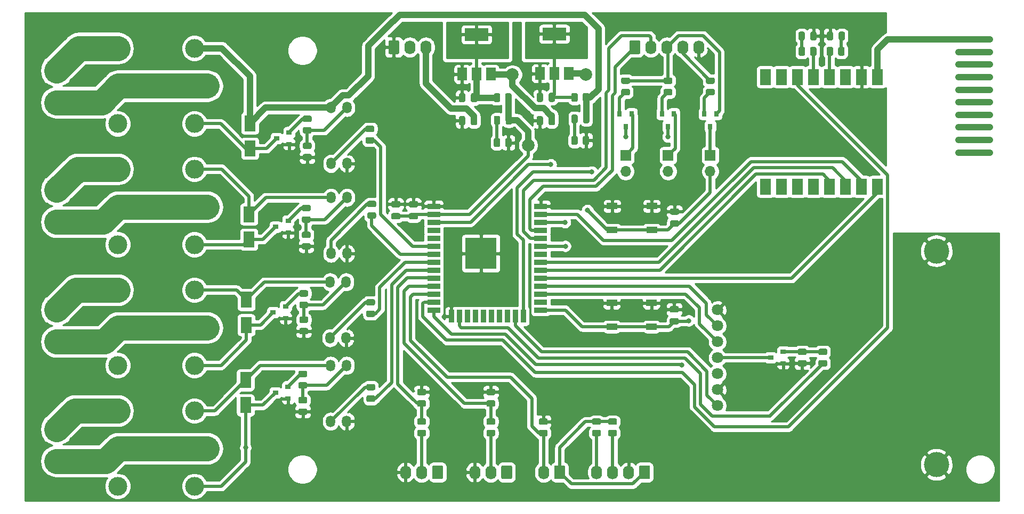
<source format=gbr>
%TF.GenerationSoftware,KiCad,Pcbnew,(5.1.9)-1*%
%TF.CreationDate,2021-07-20T21:45:38-05:00*%
%TF.ProjectId,Control de Gabinetes,436f6e74-726f-46c2-9064-652047616269,rev?*%
%TF.SameCoordinates,Original*%
%TF.FileFunction,Copper,L1,Top*%
%TF.FilePolarity,Positive*%
%FSLAX46Y46*%
G04 Gerber Fmt 4.6, Leading zero omitted, Abs format (unit mm)*
G04 Created by KiCad (PCBNEW (5.1.9)-1) date 2021-07-20 21:45:38*
%MOMM*%
%LPD*%
G01*
G04 APERTURE LIST*
%TA.AperFunction,EtchedComponent*%
%ADD10C,1.000000*%
%TD*%
%TA.AperFunction,SMDPad,CuDef*%
%ADD11O,1.450000X1.850000*%
%TD*%
%TA.AperFunction,ComponentPad*%
%ADD12C,1.000000*%
%TD*%
%TA.AperFunction,SMDPad,CuDef*%
%ADD13R,3.000000X1.000000*%
%TD*%
%TA.AperFunction,ComponentPad*%
%ADD14C,3.000000*%
%TD*%
%TA.AperFunction,ComponentPad*%
%ADD15R,3.000000X3.000000*%
%TD*%
%TA.AperFunction,ComponentPad*%
%ADD16C,4.000000*%
%TD*%
%TA.AperFunction,ComponentPad*%
%ADD17C,1.800000*%
%TD*%
%TA.AperFunction,ComponentPad*%
%ADD18R,1.780000X2.500000*%
%TD*%
%TA.AperFunction,SMDPad,CuDef*%
%ADD19R,1.800000X2.500000*%
%TD*%
%TA.AperFunction,SMDPad,CuDef*%
%ADD20R,0.900000X0.800000*%
%TD*%
%TA.AperFunction,SMDPad,CuDef*%
%ADD21R,0.800000X0.900000*%
%TD*%
%TA.AperFunction,SMDPad,CuDef*%
%ADD22R,2.000000X0.900000*%
%TD*%
%TA.AperFunction,SMDPad,CuDef*%
%ADD23R,0.900000X2.000000*%
%TD*%
%TA.AperFunction,SMDPad,CuDef*%
%ADD24R,5.000000X5.000000*%
%TD*%
%TA.AperFunction,ComponentPad*%
%ADD25O,1.740000X2.190000*%
%TD*%
%TA.AperFunction,ComponentPad*%
%ADD26O,1.700000X1.700000*%
%TD*%
%TA.AperFunction,ComponentPad*%
%ADD27R,1.700000X1.700000*%
%TD*%
%TA.AperFunction,SMDPad,CuDef*%
%ADD28R,1.700000X1.000000*%
%TD*%
%TA.AperFunction,SMDPad,CuDef*%
%ADD29R,1.500000X2.000000*%
%TD*%
%TA.AperFunction,SMDPad,CuDef*%
%ADD30R,3.800000X2.000000*%
%TD*%
%TA.AperFunction,ViaPad*%
%ADD31C,0.800000*%
%TD*%
%TA.AperFunction,ViaPad*%
%ADD32C,2.000000*%
%TD*%
%TA.AperFunction,Conductor*%
%ADD33C,1.000000*%
%TD*%
%TA.AperFunction,Conductor*%
%ADD34C,0.500000*%
%TD*%
%TA.AperFunction,Conductor*%
%ADD35C,4.000000*%
%TD*%
%TA.AperFunction,Conductor*%
%ADD36C,0.254000*%
%TD*%
%TA.AperFunction,Conductor*%
%ADD37C,0.100000*%
%TD*%
G04 APERTURE END LIST*
D10*
%TO.C,AE1*%
X218900000Y-69900000D02*
X213900000Y-69900000D01*
X218900000Y-67900000D02*
X213900000Y-67900000D01*
X218900000Y-65900000D02*
X213900000Y-65900000D01*
X218900000Y-63900000D02*
X213900000Y-63900000D01*
X218900000Y-61900000D02*
X213900000Y-61900000D01*
X218900000Y-59900000D02*
X213900000Y-59900000D01*
X218900000Y-57900000D02*
X213900000Y-57900000D01*
X218900000Y-55900000D02*
X213900000Y-55900000D01*
X218900000Y-53900000D02*
X213900000Y-53900000D01*
X207500000Y-51900000D02*
X218900000Y-51900000D01*
%TD*%
D11*
%TO.P,U9,4*%
%TO.N,+5V*%
X114180000Y-103775000D03*
%TO.P,U9,3*%
%TO.N,Net-(R24-Pad2)*%
X116720000Y-103775000D03*
%TO.P,U9,2*%
%TO.N,GND*%
X116720000Y-112675000D03*
%TO.P,U9,1*%
%TO.N,Net-(R20-Pad1)*%
X114180000Y-112675000D03*
%TD*%
%TO.P,U8,4*%
%TO.N,+5V*%
X114080000Y-90500000D03*
%TO.P,U8,3*%
%TO.N,Net-(R23-Pad2)*%
X116620000Y-90500000D03*
%TO.P,U8,2*%
%TO.N,GND*%
X116620000Y-99400000D03*
%TO.P,U8,1*%
%TO.N,Net-(R19-Pad1)*%
X114080000Y-99400000D03*
%TD*%
%TO.P,U7,4*%
%TO.N,+5V*%
X114230000Y-77050000D03*
%TO.P,U7,3*%
%TO.N,Net-(R22-Pad2)*%
X116770000Y-77050000D03*
%TO.P,U7,2*%
%TO.N,GND*%
X116770000Y-85950000D03*
%TO.P,U7,1*%
%TO.N,Net-(R18-Pad1)*%
X114230000Y-85950000D03*
%TD*%
%TO.P,U6,4*%
%TO.N,+5V*%
X114226879Y-62750000D03*
%TO.P,U6,3*%
%TO.N,Net-(R21-Pad2)*%
X116766879Y-62750000D03*
%TO.P,U6,2*%
%TO.N,GND*%
X116766879Y-71650000D03*
%TO.P,U6,1*%
%TO.N,Net-(R17-Pad1)*%
X114226879Y-71650000D03*
%TD*%
D12*
%TO.P,AE1,*%
%TO.N,*%
X213900000Y-69900000D03*
X218900000Y-69900000D03*
X218900000Y-67900000D03*
X213900000Y-67900000D03*
X213900000Y-65900000D03*
X218900000Y-65900000D03*
X213900000Y-63900000D03*
X218900000Y-63900000D03*
X218900000Y-61900000D03*
X213900000Y-61900000D03*
X213900000Y-59900000D03*
X218900000Y-59900000D03*
X218900000Y-57900000D03*
X213900000Y-57900000D03*
X213900000Y-55900000D03*
X218900000Y-55900000D03*
X218900000Y-53900000D03*
X213900000Y-53900000D03*
X218900000Y-51900000D03*
D13*
%TO.P,AE1,1*%
%TO.N,/comunicacion/ANT*%
X206480000Y-51900000D03*
%TD*%
D14*
%TO.P,J10,2*%
%TO.N,/actuadores/LINEA4*%
X70650000Y-119000000D03*
D15*
%TO.P,J10,1*%
%TO.N,/actuadores/LINEA4_CARGA*%
X70650000Y-113920000D03*
%TD*%
D14*
%TO.P,J9,2*%
%TO.N,/actuadores/LINEA3*%
X70650000Y-99976666D03*
D15*
%TO.P,J9,1*%
%TO.N,/actuadores/LINEA3_CARGA*%
X70650000Y-94896666D03*
%TD*%
D14*
%TO.P,J8,2*%
%TO.N,/actuadores/LINEA2*%
X70650000Y-80953333D03*
D15*
%TO.P,J8,1*%
%TO.N,/actuadores/LINEA2_CARGA*%
X70650000Y-75873333D03*
%TD*%
D14*
%TO.P,J7,2*%
%TO.N,/actuadores/LINEA1*%
X70650000Y-61930000D03*
D15*
%TO.P,J7,1*%
%TO.N,/actuadores/LINEA1_CARGA*%
X70650000Y-56850000D03*
%TD*%
D16*
%TO.P,U5,1*%
%TO.N,GND*%
X210400000Y-119550000D03*
X210400000Y-85550000D03*
D17*
%TO.P,U5,7*%
%TO.N,/SLEEP1*%
X175600000Y-110170000D03*
%TO.P,U5,6*%
%TO.N,GND*%
X175600000Y-107630000D03*
%TO.P,U5,5*%
%TO.N,+5V*%
X175600000Y-105090000D03*
%TO.P,U5,4*%
%TO.N,/comunicacion/POWERKEY*%
X175600000Y-102550000D03*
%TO.P,U5,3*%
%TO.N,/RX2*%
X175600000Y-100010000D03*
%TO.P,U5,2*%
%TO.N,/TX2*%
X175600000Y-97470000D03*
%TO.P,U5,1*%
%TO.N,GND*%
X175600000Y-94930000D03*
%TD*%
D14*
%TO.P,K1,11*%
%TO.N,/actuadores/LINEA1*%
X94550000Y-59300000D03*
%TO.P,K1,A2*%
%TO.N,Net-(D3-Pad2)*%
X92550000Y-65300000D03*
%TO.P,K1,12*%
%TO.N,Net-(K1-Pad12)*%
X80350000Y-65300000D03*
%TO.P,K1,14*%
%TO.N,/actuadores/LINEA1_CARGA*%
X80350000Y-53300000D03*
%TO.P,K1,A1*%
%TO.N,+5V*%
X92550000Y-53300000D03*
%TD*%
D18*
%TO.P,U4,16*%
%TO.N,/CS*%
X201025000Y-75325000D03*
%TO.P,U4,15*%
%TO.N,/MOSI*%
X198485000Y-75325000D03*
%TO.P,U4,14*%
%TO.N,/MISO*%
X195945000Y-75325000D03*
%TO.P,U4,13*%
%TO.N,/SCK*%
X193405000Y-75325000D03*
%TO.P,U4,12*%
%TO.N,/RESET_L*%
X190865000Y-75325000D03*
%TO.P,U4,11*%
%TO.N,Net-(U4-Pad11)*%
X188325000Y-75325000D03*
%TO.P,U4,10*%
%TO.N,Net-(U4-Pad10)*%
X185785000Y-75325000D03*
%TO.P,U4,9*%
%TO.N,Net-(U4-Pad9)*%
X183245000Y-75325000D03*
%TO.P,U4,8*%
%TO.N,Net-(U4-Pad8)*%
X183245000Y-57875000D03*
%TO.P,U4,7*%
%TO.N,Net-(U4-Pad7)*%
X185785000Y-57875000D03*
%TO.P,U4,6*%
%TO.N,/DIO0*%
X188325000Y-57875000D03*
%TO.P,U4,1*%
%TO.N,/comunicacion/ANT*%
X201025000Y-57875000D03*
%TO.P,U4,2*%
%TO.N,GND*%
X198485000Y-57875000D03*
%TO.P,U4,5*%
%TO.N,Net-(R14-Pad1)*%
X190865000Y-57875000D03*
%TO.P,U4,3*%
%TO.N,+3V3*%
X195945000Y-57875000D03*
%TO.P,U4,4*%
%TO.N,Net-(R13-Pad1)*%
X193405000Y-57875000D03*
%TD*%
%TO.P,C8,2*%
%TO.N,GND*%
%TA.AperFunction,SMDPad,CuDef*%
G36*
G01*
X169225000Y-95350000D02*
X168275000Y-95350000D01*
G75*
G02*
X168025000Y-95100000I0J250000D01*
G01*
X168025000Y-94600000D01*
G75*
G02*
X168275000Y-94350000I250000J0D01*
G01*
X169225000Y-94350000D01*
G75*
G02*
X169475000Y-94600000I0J-250000D01*
G01*
X169475000Y-95100000D01*
G75*
G02*
X169225000Y-95350000I-250000J0D01*
G01*
G37*
%TD.AperFunction*%
%TO.P,C8,1*%
%TO.N,/esp32/IO0*%
%TA.AperFunction,SMDPad,CuDef*%
G36*
G01*
X169225000Y-97250000D02*
X168275000Y-97250000D01*
G75*
G02*
X168025000Y-97000000I0J250000D01*
G01*
X168025000Y-96500000D01*
G75*
G02*
X168275000Y-96250000I250000J0D01*
G01*
X169225000Y-96250000D01*
G75*
G02*
X169475000Y-96500000I0J-250000D01*
G01*
X169475000Y-97000000D01*
G75*
G02*
X169225000Y-97250000I-250000J0D01*
G01*
G37*
%TD.AperFunction*%
%TD*%
%TO.P,C7,2*%
%TO.N,/esp32/EN*%
%TA.AperFunction,SMDPad,CuDef*%
G36*
G01*
X168325000Y-80700000D02*
X169275000Y-80700000D01*
G75*
G02*
X169525000Y-80950000I0J-250000D01*
G01*
X169525000Y-81450000D01*
G75*
G02*
X169275000Y-81700000I-250000J0D01*
G01*
X168325000Y-81700000D01*
G75*
G02*
X168075000Y-81450000I0J250000D01*
G01*
X168075000Y-80950000D01*
G75*
G02*
X168325000Y-80700000I250000J0D01*
G01*
G37*
%TD.AperFunction*%
%TO.P,C7,1*%
%TO.N,GND*%
%TA.AperFunction,SMDPad,CuDef*%
G36*
G01*
X168325000Y-78800000D02*
X169275000Y-78800000D01*
G75*
G02*
X169525000Y-79050000I0J-250000D01*
G01*
X169525000Y-79550000D01*
G75*
G02*
X169275000Y-79800000I-250000J0D01*
G01*
X168325000Y-79800000D01*
G75*
G02*
X168075000Y-79550000I0J250000D01*
G01*
X168075000Y-79050000D01*
G75*
G02*
X168325000Y-78800000I250000J0D01*
G01*
G37*
%TD.AperFunction*%
%TD*%
D14*
%TO.P,K3,11*%
%TO.N,/actuadores/LINEA3*%
X94550000Y-97766666D03*
%TO.P,K3,A2*%
%TO.N,Net-(D5-Pad2)*%
X92550000Y-103766666D03*
%TO.P,K3,12*%
%TO.N,Net-(K3-Pad12)*%
X80350000Y-103766666D03*
%TO.P,K3,14*%
%TO.N,/actuadores/LINEA3_CARGA*%
X80350000Y-91766666D03*
%TO.P,K3,A1*%
%TO.N,+5V*%
X92550000Y-91766666D03*
%TD*%
D19*
%TO.P,D3,2*%
%TO.N,Net-(D3-Pad2)*%
X101350000Y-69250000D03*
%TO.P,D3,1*%
%TO.N,+5V*%
X101350000Y-65250000D03*
%TD*%
D20*
%TO.P,Q2,3*%
%TO.N,Net-(D3-Pad2)*%
X105583334Y-67637500D03*
%TO.P,Q2,2*%
%TO.N,Net-(Q2-Pad2)*%
X107583334Y-66687500D03*
%TO.P,Q2,1*%
%TO.N,GND*%
X107583334Y-68587500D03*
%TD*%
%TO.P,R25,2*%
%TO.N,Net-(R21-Pad2)*%
%TA.AperFunction,SMDPad,CuDef*%
G36*
G01*
X109999999Y-65850000D02*
X110900001Y-65850000D01*
G75*
G02*
X111150000Y-66099999I0J-249999D01*
G01*
X111150000Y-66625001D01*
G75*
G02*
X110900001Y-66875000I-249999J0D01*
G01*
X109999999Y-66875000D01*
G75*
G02*
X109750000Y-66625001I0J249999D01*
G01*
X109750000Y-66099999D01*
G75*
G02*
X109999999Y-65850000I249999J0D01*
G01*
G37*
%TD.AperFunction*%
%TO.P,R25,1*%
%TO.N,Net-(Q2-Pad2)*%
%TA.AperFunction,SMDPad,CuDef*%
G36*
G01*
X109999999Y-64025000D02*
X110900001Y-64025000D01*
G75*
G02*
X111150000Y-64274999I0J-249999D01*
G01*
X111150000Y-64800001D01*
G75*
G02*
X110900001Y-65050000I-249999J0D01*
G01*
X109999999Y-65050000D01*
G75*
G02*
X109750000Y-64800001I0J249999D01*
G01*
X109750000Y-64274999D01*
G75*
G02*
X109999999Y-64025000I249999J0D01*
G01*
G37*
%TD.AperFunction*%
%TD*%
%TO.P,R21,2*%
%TO.N,Net-(R21-Pad2)*%
%TA.AperFunction,SMDPad,CuDef*%
G36*
G01*
X110900001Y-69337500D02*
X109999999Y-69337500D01*
G75*
G02*
X109750000Y-69087501I0J249999D01*
G01*
X109750000Y-68562499D01*
G75*
G02*
X109999999Y-68312500I249999J0D01*
G01*
X110900001Y-68312500D01*
G75*
G02*
X111150000Y-68562499I0J-249999D01*
G01*
X111150000Y-69087501D01*
G75*
G02*
X110900001Y-69337500I-249999J0D01*
G01*
G37*
%TD.AperFunction*%
%TO.P,R21,1*%
%TO.N,GND*%
%TA.AperFunction,SMDPad,CuDef*%
G36*
G01*
X110900001Y-71162500D02*
X109999999Y-71162500D01*
G75*
G02*
X109750000Y-70912501I0J249999D01*
G01*
X109750000Y-70387499D01*
G75*
G02*
X109999999Y-70137500I249999J0D01*
G01*
X110900001Y-70137500D01*
G75*
G02*
X111150000Y-70387499I0J-249999D01*
G01*
X111150000Y-70912501D01*
G75*
G02*
X110900001Y-71162500I-249999J0D01*
G01*
G37*
%TD.AperFunction*%
%TD*%
D21*
%TO.P,Q8,3*%
%TO.N,/esp32/DTR*%
X161025000Y-65750000D03*
%TO.P,Q8,2*%
%TO.N,Net-(Q8-Pad2)*%
X160075000Y-63750000D03*
%TO.P,Q8,1*%
%TO.N,Net-(J13-Pad1)*%
X161975000Y-63750000D03*
%TD*%
%TO.P,Q7,3*%
%TO.N,/esp32/DTR*%
X167750000Y-65750000D03*
%TO.P,Q7,2*%
%TO.N,Net-(Q7-Pad2)*%
X166800000Y-63750000D03*
%TO.P,Q7,1*%
%TO.N,Net-(J12-Pad1)*%
X168700000Y-63750000D03*
%TD*%
%TO.P,Q6,3*%
%TO.N,Net-(J11-Pad1)*%
X174475000Y-65750000D03*
%TO.P,Q6,2*%
%TO.N,Net-(Q6-Pad2)*%
X173525000Y-63750000D03*
%TO.P,Q6,1*%
%TO.N,/esp32/RESET*%
X175425000Y-63750000D03*
%TD*%
D20*
%TO.P,Q5,3*%
%TO.N,Net-(D6-Pad2)*%
X105400000Y-108100000D03*
%TO.P,Q5,2*%
%TO.N,Net-(Q5-Pad2)*%
X107400000Y-107150000D03*
%TO.P,Q5,1*%
%TO.N,GND*%
X107400000Y-109050000D03*
%TD*%
%TO.P,Q4,3*%
%TO.N,Net-(D5-Pad2)*%
X105033334Y-95333332D03*
%TO.P,Q4,2*%
%TO.N,Net-(Q4-Pad2)*%
X107033334Y-94383332D03*
%TO.P,Q4,1*%
%TO.N,GND*%
X107033334Y-96283332D03*
%TD*%
%TO.P,Q3,3*%
%TO.N,Net-(D4-Pad2)*%
X105433334Y-81716666D03*
%TO.P,Q3,2*%
%TO.N,Net-(Q3-Pad2)*%
X107433334Y-80766666D03*
%TO.P,Q3,1*%
%TO.N,GND*%
X107433334Y-82666666D03*
%TD*%
D22*
%TO.P,U1,38*%
%TO.N,GND*%
X147550000Y-78445000D03*
%TO.P,U1,37*%
%TO.N,/MOSI*%
X147550000Y-79715000D03*
%TO.P,U1,36*%
%TO.N,/SCL*%
X147550000Y-80985000D03*
%TO.P,U1,35*%
%TO.N,/esp32/TX*%
X147550000Y-82255000D03*
%TO.P,U1,34*%
%TO.N,/esp32/RX*%
X147550000Y-83525000D03*
%TO.P,U1,33*%
%TO.N,/SDA*%
X147550000Y-84795000D03*
%TO.P,U1,32*%
%TO.N,Net-(U1-Pad32)*%
X147550000Y-86065000D03*
%TO.P,U1,31*%
%TO.N,/MISO*%
X147550000Y-87335000D03*
%TO.P,U1,30*%
%TO.N,/SCK*%
X147550000Y-88605000D03*
%TO.P,U1,29*%
%TO.N,/CS*%
X147550000Y-89875000D03*
%TO.P,U1,28*%
%TO.N,/TX2*%
X147550000Y-91145000D03*
%TO.P,U1,27*%
%TO.N,/RX2*%
X147550000Y-92415000D03*
%TO.P,U1,26*%
%TO.N,Net-(U1-Pad26)*%
X147550000Y-93685000D03*
%TO.P,U1,25*%
%TO.N,/esp32/IO0*%
X147550000Y-94955000D03*
D23*
%TO.P,U1,24*%
%TO.N,/esp32/IO2*%
X144765000Y-95955000D03*
%TO.P,U1,23*%
%TO.N,/SLEEP1*%
X143495000Y-95955000D03*
%TO.P,U1,22*%
%TO.N,Net-(U1-Pad22)*%
X142225000Y-95955000D03*
%TO.P,U1,21*%
%TO.N,Net-(U1-Pad21)*%
X140955000Y-95955000D03*
%TO.P,U1,20*%
%TO.N,Net-(U1-Pad20)*%
X139685000Y-95955000D03*
%TO.P,U1,19*%
%TO.N,Net-(U1-Pad19)*%
X138415000Y-95955000D03*
%TO.P,U1,18*%
%TO.N,Net-(U1-Pad18)*%
X137145000Y-95955000D03*
%TO.P,U1,17*%
%TO.N,Net-(U1-Pad17)*%
X135875000Y-95955000D03*
%TO.P,U1,16*%
%TO.N,/PWRKEY*%
X134605000Y-95955000D03*
%TO.P,U1,15*%
%TO.N,GND*%
X133335000Y-95955000D03*
D22*
%TO.P,U1,14*%
%TO.N,/RESET_L*%
X130550000Y-94955000D03*
%TO.P,U1,13*%
%TO.N,/DIO0*%
X130550000Y-93685000D03*
%TO.P,U1,12*%
%TO.N,/S_APERTURA*%
X130550000Y-92415000D03*
%TO.P,U1,11*%
%TO.N,/S_HUMEDAD*%
X130550000Y-91145000D03*
%TO.P,U1,10*%
%TO.N,/S_MOVIMIENTO*%
X130550000Y-89875000D03*
%TO.P,U1,9*%
%TO.N,/RELAY4*%
X130550000Y-88605000D03*
%TO.P,U1,8*%
%TO.N,/RELAY3*%
X130550000Y-87335000D03*
%TO.P,U1,7*%
%TO.N,/RELAY2*%
X130550000Y-86065000D03*
%TO.P,U1,6*%
%TO.N,/RELAY1*%
X130550000Y-84795000D03*
%TO.P,U1,5*%
%TO.N,Net-(U1-Pad5)*%
X130550000Y-83525000D03*
%TO.P,U1,4*%
%TO.N,Net-(U1-Pad4)*%
X130550000Y-82255000D03*
%TO.P,U1,3*%
%TO.N,/esp32/EN*%
X130550000Y-80985000D03*
%TO.P,U1,2*%
%TO.N,+3V3*%
X130550000Y-79715000D03*
%TO.P,U1,1*%
%TO.N,GND*%
X130550000Y-78445000D03*
D24*
%TO.P,U1,39*%
X138050000Y-85945000D03*
%TD*%
%TO.P,D8,2*%
%TO.N,Net-(D8-Pad2)*%
%TA.AperFunction,SMDPad,CuDef*%
G36*
G01*
X189475000Y-50893750D02*
X189475000Y-51806250D01*
G75*
G02*
X189231250Y-52050000I-243750J0D01*
G01*
X188743750Y-52050000D01*
G75*
G02*
X188500000Y-51806250I0J243750D01*
G01*
X188500000Y-50893750D01*
G75*
G02*
X188743750Y-50650000I243750J0D01*
G01*
X189231250Y-50650000D01*
G75*
G02*
X189475000Y-50893750I0J-243750D01*
G01*
G37*
%TD.AperFunction*%
%TO.P,D8,1*%
%TO.N,GND*%
%TA.AperFunction,SMDPad,CuDef*%
G36*
G01*
X191350000Y-50893750D02*
X191350000Y-51806250D01*
G75*
G02*
X191106250Y-52050000I-243750J0D01*
G01*
X190618750Y-52050000D01*
G75*
G02*
X190375000Y-51806250I0J243750D01*
G01*
X190375000Y-50893750D01*
G75*
G02*
X190618750Y-50650000I243750J0D01*
G01*
X191106250Y-50650000D01*
G75*
G02*
X191350000Y-50893750I0J-243750D01*
G01*
G37*
%TD.AperFunction*%
%TD*%
%TO.P,D7,2*%
%TO.N,Net-(D7-Pad2)*%
%TA.AperFunction,SMDPad,CuDef*%
G36*
G01*
X194875000Y-51806250D02*
X194875000Y-50893750D01*
G75*
G02*
X195118750Y-50650000I243750J0D01*
G01*
X195606250Y-50650000D01*
G75*
G02*
X195850000Y-50893750I0J-243750D01*
G01*
X195850000Y-51806250D01*
G75*
G02*
X195606250Y-52050000I-243750J0D01*
G01*
X195118750Y-52050000D01*
G75*
G02*
X194875000Y-51806250I0J243750D01*
G01*
G37*
%TD.AperFunction*%
%TO.P,D7,1*%
%TO.N,GND*%
%TA.AperFunction,SMDPad,CuDef*%
G36*
G01*
X193000000Y-51806250D02*
X193000000Y-50893750D01*
G75*
G02*
X193243750Y-50650000I243750J0D01*
G01*
X193731250Y-50650000D01*
G75*
G02*
X193975000Y-50893750I0J-243750D01*
G01*
X193975000Y-51806250D01*
G75*
G02*
X193731250Y-52050000I-243750J0D01*
G01*
X193243750Y-52050000D01*
G75*
G02*
X193000000Y-51806250I0J243750D01*
G01*
G37*
%TD.AperFunction*%
%TD*%
D25*
%TO.P,J6,5*%
%TO.N,GND*%
X172655000Y-53150000D03*
%TO.P,J6,4*%
%TO.N,/esp32/DTR*%
X170115000Y-53150000D03*
%TO.P,J6,3*%
%TO.N,/esp32/RESET*%
X167575000Y-53150000D03*
%TO.P,J6,2*%
%TO.N,/esp32/RX*%
X165035000Y-53150000D03*
%TO.P,J6,1*%
%TO.N,/esp32/TX*%
%TA.AperFunction,ComponentPad*%
G36*
G01*
X161625000Y-53995001D02*
X161625000Y-52304999D01*
G75*
G02*
X161874999Y-52055000I249999J0D01*
G01*
X163115001Y-52055000D01*
G75*
G02*
X163365000Y-52304999I0J-249999D01*
G01*
X163365000Y-53995001D01*
G75*
G02*
X163115001Y-54245000I-249999J0D01*
G01*
X161874999Y-54245000D01*
G75*
G02*
X161625000Y-53995001I0J249999D01*
G01*
G37*
%TD.AperFunction*%
%TD*%
D26*
%TO.P,J13,2*%
%TO.N,/esp32/IO2*%
X161025000Y-72890000D03*
D27*
%TO.P,J13,1*%
%TO.N,Net-(J13-Pad1)*%
X161025000Y-70350000D03*
%TD*%
D26*
%TO.P,J12,2*%
%TO.N,/esp32/IO0*%
X167775000Y-72890000D03*
D27*
%TO.P,J12,1*%
%TO.N,Net-(J12-Pad1)*%
X167775000Y-70350000D03*
%TD*%
D26*
%TO.P,J11,2*%
%TO.N,/esp32/EN*%
X174475000Y-72890000D03*
D27*
%TO.P,J11,1*%
%TO.N,Net-(J11-Pad1)*%
X174475000Y-70350000D03*
%TD*%
%TO.P,R31,2*%
%TO.N,/esp32/RESET*%
%TA.AperFunction,SMDPad,CuDef*%
G36*
G01*
X161475001Y-58975000D02*
X160574999Y-58975000D01*
G75*
G02*
X160325000Y-58725001I0J249999D01*
G01*
X160325000Y-58199999D01*
G75*
G02*
X160574999Y-57950000I249999J0D01*
G01*
X161475001Y-57950000D01*
G75*
G02*
X161725000Y-58199999I0J-249999D01*
G01*
X161725000Y-58725001D01*
G75*
G02*
X161475001Y-58975000I-249999J0D01*
G01*
G37*
%TD.AperFunction*%
%TO.P,R31,1*%
%TO.N,Net-(Q8-Pad2)*%
%TA.AperFunction,SMDPad,CuDef*%
G36*
G01*
X161475001Y-60800000D02*
X160574999Y-60800000D01*
G75*
G02*
X160325000Y-60550001I0J249999D01*
G01*
X160325000Y-60024999D01*
G75*
G02*
X160574999Y-59775000I249999J0D01*
G01*
X161475001Y-59775000D01*
G75*
G02*
X161725000Y-60024999I0J-249999D01*
G01*
X161725000Y-60550001D01*
G75*
G02*
X161475001Y-60800000I-249999J0D01*
G01*
G37*
%TD.AperFunction*%
%TD*%
%TO.P,R30,2*%
%TO.N,/esp32/RESET*%
%TA.AperFunction,SMDPad,CuDef*%
G36*
G01*
X168200001Y-58975000D02*
X167299999Y-58975000D01*
G75*
G02*
X167050000Y-58725001I0J249999D01*
G01*
X167050000Y-58199999D01*
G75*
G02*
X167299999Y-57950000I249999J0D01*
G01*
X168200001Y-57950000D01*
G75*
G02*
X168450000Y-58199999I0J-249999D01*
G01*
X168450000Y-58725001D01*
G75*
G02*
X168200001Y-58975000I-249999J0D01*
G01*
G37*
%TD.AperFunction*%
%TO.P,R30,1*%
%TO.N,Net-(Q7-Pad2)*%
%TA.AperFunction,SMDPad,CuDef*%
G36*
G01*
X168200001Y-60800000D02*
X167299999Y-60800000D01*
G75*
G02*
X167050000Y-60550001I0J249999D01*
G01*
X167050000Y-60024999D01*
G75*
G02*
X167299999Y-59775000I249999J0D01*
G01*
X168200001Y-59775000D01*
G75*
G02*
X168450000Y-60024999I0J-249999D01*
G01*
X168450000Y-60550001D01*
G75*
G02*
X168200001Y-60800000I-249999J0D01*
G01*
G37*
%TD.AperFunction*%
%TD*%
%TO.P,R29,2*%
%TO.N,/esp32/DTR*%
%TA.AperFunction,SMDPad,CuDef*%
G36*
G01*
X174925001Y-58975000D02*
X174024999Y-58975000D01*
G75*
G02*
X173775000Y-58725001I0J249999D01*
G01*
X173775000Y-58199999D01*
G75*
G02*
X174024999Y-57950000I249999J0D01*
G01*
X174925001Y-57950000D01*
G75*
G02*
X175175000Y-58199999I0J-249999D01*
G01*
X175175000Y-58725001D01*
G75*
G02*
X174925001Y-58975000I-249999J0D01*
G01*
G37*
%TD.AperFunction*%
%TO.P,R29,1*%
%TO.N,Net-(Q6-Pad2)*%
%TA.AperFunction,SMDPad,CuDef*%
G36*
G01*
X174925001Y-60800000D02*
X174024999Y-60800000D01*
G75*
G02*
X173775000Y-60550001I0J249999D01*
G01*
X173775000Y-60024999D01*
G75*
G02*
X174024999Y-59775000I249999J0D01*
G01*
X174925001Y-59775000D01*
G75*
G02*
X175175000Y-60024999I0J-249999D01*
G01*
X175175000Y-60550001D01*
G75*
G02*
X174925001Y-60800000I-249999J0D01*
G01*
G37*
%TD.AperFunction*%
%TD*%
D28*
%TO.P,SW2,2*%
%TO.N,/esp32/IO0*%
X165125000Y-97625000D03*
X158825000Y-97625000D03*
%TO.P,SW2,1*%
%TO.N,GND*%
X165125000Y-93825000D03*
X158825000Y-93825000D03*
%TD*%
%TO.P,R28,2*%
%TO.N,Net-(R24-Pad2)*%
%TA.AperFunction,SMDPad,CuDef*%
G36*
G01*
X109299999Y-106425000D02*
X110200001Y-106425000D01*
G75*
G02*
X110450000Y-106674999I0J-249999D01*
G01*
X110450000Y-107200001D01*
G75*
G02*
X110200001Y-107450000I-249999J0D01*
G01*
X109299999Y-107450000D01*
G75*
G02*
X109050000Y-107200001I0J249999D01*
G01*
X109050000Y-106674999D01*
G75*
G02*
X109299999Y-106425000I249999J0D01*
G01*
G37*
%TD.AperFunction*%
%TO.P,R28,1*%
%TO.N,Net-(Q5-Pad2)*%
%TA.AperFunction,SMDPad,CuDef*%
G36*
G01*
X109299999Y-104600000D02*
X110200001Y-104600000D01*
G75*
G02*
X110450000Y-104849999I0J-249999D01*
G01*
X110450000Y-105375001D01*
G75*
G02*
X110200001Y-105625000I-249999J0D01*
G01*
X109299999Y-105625000D01*
G75*
G02*
X109050000Y-105375001I0J249999D01*
G01*
X109050000Y-104849999D01*
G75*
G02*
X109299999Y-104600000I249999J0D01*
G01*
G37*
%TD.AperFunction*%
%TD*%
%TO.P,R27,2*%
%TO.N,Net-(R23-Pad2)*%
%TA.AperFunction,SMDPad,CuDef*%
G36*
G01*
X109449999Y-93637500D02*
X110350001Y-93637500D01*
G75*
G02*
X110600000Y-93887499I0J-249999D01*
G01*
X110600000Y-94412501D01*
G75*
G02*
X110350001Y-94662500I-249999J0D01*
G01*
X109449999Y-94662500D01*
G75*
G02*
X109200000Y-94412501I0J249999D01*
G01*
X109200000Y-93887499D01*
G75*
G02*
X109449999Y-93637500I249999J0D01*
G01*
G37*
%TD.AperFunction*%
%TO.P,R27,1*%
%TO.N,Net-(Q4-Pad2)*%
%TA.AperFunction,SMDPad,CuDef*%
G36*
G01*
X109449999Y-91812500D02*
X110350001Y-91812500D01*
G75*
G02*
X110600000Y-92062499I0J-249999D01*
G01*
X110600000Y-92587501D01*
G75*
G02*
X110350001Y-92837500I-249999J0D01*
G01*
X109449999Y-92837500D01*
G75*
G02*
X109200000Y-92587501I0J249999D01*
G01*
X109200000Y-92062499D01*
G75*
G02*
X109449999Y-91812500I249999J0D01*
G01*
G37*
%TD.AperFunction*%
%TD*%
%TO.P,R26,2*%
%TO.N,Net-(R22-Pad2)*%
%TA.AperFunction,SMDPad,CuDef*%
G36*
G01*
X109849999Y-80050000D02*
X110750001Y-80050000D01*
G75*
G02*
X111000000Y-80299999I0J-249999D01*
G01*
X111000000Y-80825001D01*
G75*
G02*
X110750001Y-81075000I-249999J0D01*
G01*
X109849999Y-81075000D01*
G75*
G02*
X109600000Y-80825001I0J249999D01*
G01*
X109600000Y-80299999D01*
G75*
G02*
X109849999Y-80050000I249999J0D01*
G01*
G37*
%TD.AperFunction*%
%TO.P,R26,1*%
%TO.N,Net-(Q3-Pad2)*%
%TA.AperFunction,SMDPad,CuDef*%
G36*
G01*
X109849999Y-78225000D02*
X110750001Y-78225000D01*
G75*
G02*
X111000000Y-78474999I0J-249999D01*
G01*
X111000000Y-79000001D01*
G75*
G02*
X110750001Y-79250000I-249999J0D01*
G01*
X109849999Y-79250000D01*
G75*
G02*
X109600000Y-79000001I0J249999D01*
G01*
X109600000Y-78474999D01*
G75*
G02*
X109849999Y-78225000I249999J0D01*
G01*
G37*
%TD.AperFunction*%
%TD*%
%TO.P,R24,2*%
%TO.N,Net-(R24-Pad2)*%
%TA.AperFunction,SMDPad,CuDef*%
G36*
G01*
X110200001Y-109812500D02*
X109299999Y-109812500D01*
G75*
G02*
X109050000Y-109562501I0J249999D01*
G01*
X109050000Y-109037499D01*
G75*
G02*
X109299999Y-108787500I249999J0D01*
G01*
X110200001Y-108787500D01*
G75*
G02*
X110450000Y-109037499I0J-249999D01*
G01*
X110450000Y-109562501D01*
G75*
G02*
X110200001Y-109812500I-249999J0D01*
G01*
G37*
%TD.AperFunction*%
%TO.P,R24,1*%
%TO.N,GND*%
%TA.AperFunction,SMDPad,CuDef*%
G36*
G01*
X110200001Y-111637500D02*
X109299999Y-111637500D01*
G75*
G02*
X109050000Y-111387501I0J249999D01*
G01*
X109050000Y-110862499D01*
G75*
G02*
X109299999Y-110612500I249999J0D01*
G01*
X110200001Y-110612500D01*
G75*
G02*
X110450000Y-110862499I0J-249999D01*
G01*
X110450000Y-111387501D01*
G75*
G02*
X110200001Y-111637500I-249999J0D01*
G01*
G37*
%TD.AperFunction*%
%TD*%
%TO.P,R23,2*%
%TO.N,Net-(R23-Pad2)*%
%TA.AperFunction,SMDPad,CuDef*%
G36*
G01*
X110350001Y-97012500D02*
X109449999Y-97012500D01*
G75*
G02*
X109200000Y-96762501I0J249999D01*
G01*
X109200000Y-96237499D01*
G75*
G02*
X109449999Y-95987500I249999J0D01*
G01*
X110350001Y-95987500D01*
G75*
G02*
X110600000Y-96237499I0J-249999D01*
G01*
X110600000Y-96762501D01*
G75*
G02*
X110350001Y-97012500I-249999J0D01*
G01*
G37*
%TD.AperFunction*%
%TO.P,R23,1*%
%TO.N,GND*%
%TA.AperFunction,SMDPad,CuDef*%
G36*
G01*
X110350001Y-98837500D02*
X109449999Y-98837500D01*
G75*
G02*
X109200000Y-98587501I0J249999D01*
G01*
X109200000Y-98062499D01*
G75*
G02*
X109449999Y-97812500I249999J0D01*
G01*
X110350001Y-97812500D01*
G75*
G02*
X110600000Y-98062499I0J-249999D01*
G01*
X110600000Y-98587501D01*
G75*
G02*
X110350001Y-98837500I-249999J0D01*
G01*
G37*
%TD.AperFunction*%
%TD*%
%TO.P,R22,2*%
%TO.N,Net-(R22-Pad2)*%
%TA.AperFunction,SMDPad,CuDef*%
G36*
G01*
X110750001Y-83512500D02*
X109849999Y-83512500D01*
G75*
G02*
X109600000Y-83262501I0J249999D01*
G01*
X109600000Y-82737499D01*
G75*
G02*
X109849999Y-82487500I249999J0D01*
G01*
X110750001Y-82487500D01*
G75*
G02*
X111000000Y-82737499I0J-249999D01*
G01*
X111000000Y-83262501D01*
G75*
G02*
X110750001Y-83512500I-249999J0D01*
G01*
G37*
%TD.AperFunction*%
%TO.P,R22,1*%
%TO.N,GND*%
%TA.AperFunction,SMDPad,CuDef*%
G36*
G01*
X110750001Y-85337500D02*
X109849999Y-85337500D01*
G75*
G02*
X109600000Y-85087501I0J249999D01*
G01*
X109600000Y-84562499D01*
G75*
G02*
X109849999Y-84312500I249999J0D01*
G01*
X110750001Y-84312500D01*
G75*
G02*
X111000000Y-84562499I0J-249999D01*
G01*
X111000000Y-85087501D01*
G75*
G02*
X110750001Y-85337500I-249999J0D01*
G01*
G37*
%TD.AperFunction*%
%TD*%
%TO.P,R20,2*%
%TO.N,/RELAY4*%
%TA.AperFunction,SMDPad,CuDef*%
G36*
G01*
X120099999Y-108550000D02*
X121000001Y-108550000D01*
G75*
G02*
X121250000Y-108799999I0J-249999D01*
G01*
X121250000Y-109325001D01*
G75*
G02*
X121000001Y-109575000I-249999J0D01*
G01*
X120099999Y-109575000D01*
G75*
G02*
X119850000Y-109325001I0J249999D01*
G01*
X119850000Y-108799999D01*
G75*
G02*
X120099999Y-108550000I249999J0D01*
G01*
G37*
%TD.AperFunction*%
%TO.P,R20,1*%
%TO.N,Net-(R20-Pad1)*%
%TA.AperFunction,SMDPad,CuDef*%
G36*
G01*
X120099999Y-106725000D02*
X121000001Y-106725000D01*
G75*
G02*
X121250000Y-106974999I0J-249999D01*
G01*
X121250000Y-107500001D01*
G75*
G02*
X121000001Y-107750000I-249999J0D01*
G01*
X120099999Y-107750000D01*
G75*
G02*
X119850000Y-107500001I0J249999D01*
G01*
X119850000Y-106974999D01*
G75*
G02*
X120099999Y-106725000I249999J0D01*
G01*
G37*
%TD.AperFunction*%
%TD*%
%TO.P,R19,2*%
%TO.N,/RELAY3*%
%TA.AperFunction,SMDPad,CuDef*%
G36*
G01*
X120074999Y-95050000D02*
X120975001Y-95050000D01*
G75*
G02*
X121225000Y-95299999I0J-249999D01*
G01*
X121225000Y-95825001D01*
G75*
G02*
X120975001Y-96075000I-249999J0D01*
G01*
X120074999Y-96075000D01*
G75*
G02*
X119825000Y-95825001I0J249999D01*
G01*
X119825000Y-95299999D01*
G75*
G02*
X120074999Y-95050000I249999J0D01*
G01*
G37*
%TD.AperFunction*%
%TO.P,R19,1*%
%TO.N,Net-(R19-Pad1)*%
%TA.AperFunction,SMDPad,CuDef*%
G36*
G01*
X120074999Y-93225000D02*
X120975001Y-93225000D01*
G75*
G02*
X121225000Y-93474999I0J-249999D01*
G01*
X121225000Y-94000001D01*
G75*
G02*
X120975001Y-94250000I-249999J0D01*
G01*
X120074999Y-94250000D01*
G75*
G02*
X119825000Y-94000001I0J249999D01*
G01*
X119825000Y-93474999D01*
G75*
G02*
X120074999Y-93225000I249999J0D01*
G01*
G37*
%TD.AperFunction*%
%TD*%
%TO.P,R18,2*%
%TO.N,/RELAY2*%
%TA.AperFunction,SMDPad,CuDef*%
G36*
G01*
X120249999Y-79400000D02*
X121150001Y-79400000D01*
G75*
G02*
X121400000Y-79649999I0J-249999D01*
G01*
X121400000Y-80175001D01*
G75*
G02*
X121150001Y-80425000I-249999J0D01*
G01*
X120249999Y-80425000D01*
G75*
G02*
X120000000Y-80175001I0J249999D01*
G01*
X120000000Y-79649999D01*
G75*
G02*
X120249999Y-79400000I249999J0D01*
G01*
G37*
%TD.AperFunction*%
%TO.P,R18,1*%
%TO.N,Net-(R18-Pad1)*%
%TA.AperFunction,SMDPad,CuDef*%
G36*
G01*
X120249999Y-77575000D02*
X121150001Y-77575000D01*
G75*
G02*
X121400000Y-77824999I0J-249999D01*
G01*
X121400000Y-78350001D01*
G75*
G02*
X121150001Y-78600000I-249999J0D01*
G01*
X120249999Y-78600000D01*
G75*
G02*
X120000000Y-78350001I0J249999D01*
G01*
X120000000Y-77824999D01*
G75*
G02*
X120249999Y-77575000I249999J0D01*
G01*
G37*
%TD.AperFunction*%
%TD*%
%TO.P,R17,2*%
%TO.N,/RELAY1*%
%TA.AperFunction,SMDPad,CuDef*%
G36*
G01*
X119949999Y-67450000D02*
X120850001Y-67450000D01*
G75*
G02*
X121100000Y-67699999I0J-249999D01*
G01*
X121100000Y-68225001D01*
G75*
G02*
X120850001Y-68475000I-249999J0D01*
G01*
X119949999Y-68475000D01*
G75*
G02*
X119700000Y-68225001I0J249999D01*
G01*
X119700000Y-67699999D01*
G75*
G02*
X119949999Y-67450000I249999J0D01*
G01*
G37*
%TD.AperFunction*%
%TO.P,R17,1*%
%TO.N,Net-(R17-Pad1)*%
%TA.AperFunction,SMDPad,CuDef*%
G36*
G01*
X119949999Y-65625000D02*
X120850001Y-65625000D01*
G75*
G02*
X121100000Y-65874999I0J-249999D01*
G01*
X121100000Y-66400001D01*
G75*
G02*
X120850001Y-66650000I-249999J0D01*
G01*
X119949999Y-66650000D01*
G75*
G02*
X119700000Y-66400001I0J249999D01*
G01*
X119700000Y-65874999D01*
G75*
G02*
X119949999Y-65625000I249999J0D01*
G01*
G37*
%TD.AperFunction*%
%TD*%
D14*
%TO.P,K4,11*%
%TO.N,/actuadores/LINEA4*%
X94550000Y-117000000D03*
%TO.P,K4,A2*%
%TO.N,Net-(D6-Pad2)*%
X92550000Y-123000000D03*
%TO.P,K4,12*%
%TO.N,Net-(K4-Pad12)*%
X80350000Y-123000000D03*
%TO.P,K4,14*%
%TO.N,/actuadores/LINEA4_CARGA*%
X80350000Y-111000000D03*
%TO.P,K4,A1*%
%TO.N,+5V*%
X92550000Y-111000000D03*
%TD*%
%TO.P,K2,11*%
%TO.N,/actuadores/LINEA2*%
X94550000Y-78533333D03*
%TO.P,K2,A2*%
%TO.N,Net-(D4-Pad2)*%
X92550000Y-84533333D03*
%TO.P,K2,12*%
%TO.N,Net-(K2-Pad12)*%
X80350000Y-84533333D03*
%TO.P,K2,14*%
%TO.N,/actuadores/LINEA2_CARGA*%
X80350000Y-72533333D03*
%TO.P,K2,A1*%
%TO.N,+5V*%
X92550000Y-72533333D03*
%TD*%
D19*
%TO.P,D6,2*%
%TO.N,Net-(D6-Pad2)*%
X100650000Y-110100000D03*
%TO.P,D6,1*%
%TO.N,+5V*%
X100650000Y-106100000D03*
%TD*%
%TO.P,D5,2*%
%TO.N,Net-(D5-Pad2)*%
X100800000Y-97333332D03*
%TO.P,D5,1*%
%TO.N,+5V*%
X100800000Y-93333332D03*
%TD*%
%TO.P,D4,2*%
%TO.N,Net-(D4-Pad2)*%
X101200000Y-83716666D03*
%TO.P,D4,1*%
%TO.N,+5V*%
X101200000Y-79716666D03*
%TD*%
%TO.P,R16,2*%
%TO.N,Net-(Q1-Pad2)*%
%TA.AperFunction,SMDPad,CuDef*%
G36*
G01*
X189525001Y-102125000D02*
X188624999Y-102125000D01*
G75*
G02*
X188375000Y-101875001I0J249999D01*
G01*
X188375000Y-101349999D01*
G75*
G02*
X188624999Y-101100000I249999J0D01*
G01*
X189525001Y-101100000D01*
G75*
G02*
X189775000Y-101349999I0J-249999D01*
G01*
X189775000Y-101875001D01*
G75*
G02*
X189525001Y-102125000I-249999J0D01*
G01*
G37*
%TD.AperFunction*%
%TO.P,R16,1*%
%TO.N,GND*%
%TA.AperFunction,SMDPad,CuDef*%
G36*
G01*
X189525001Y-103950000D02*
X188624999Y-103950000D01*
G75*
G02*
X188375000Y-103700001I0J249999D01*
G01*
X188375000Y-103174999D01*
G75*
G02*
X188624999Y-102925000I249999J0D01*
G01*
X189525001Y-102925000D01*
G75*
G02*
X189775000Y-103174999I0J-249999D01*
G01*
X189775000Y-103700001D01*
G75*
G02*
X189525001Y-103950000I-249999J0D01*
G01*
G37*
%TD.AperFunction*%
%TD*%
%TO.P,R15,2*%
%TO.N,/PWRKEY*%
%TA.AperFunction,SMDPad,CuDef*%
G36*
G01*
X191899999Y-102925000D02*
X192800001Y-102925000D01*
G75*
G02*
X193050000Y-103174999I0J-249999D01*
G01*
X193050000Y-103700001D01*
G75*
G02*
X192800001Y-103950000I-249999J0D01*
G01*
X191899999Y-103950000D01*
G75*
G02*
X191650000Y-103700001I0J249999D01*
G01*
X191650000Y-103174999D01*
G75*
G02*
X191899999Y-102925000I249999J0D01*
G01*
G37*
%TD.AperFunction*%
%TO.P,R15,1*%
%TO.N,Net-(Q1-Pad2)*%
%TA.AperFunction,SMDPad,CuDef*%
G36*
G01*
X191899999Y-101100000D02*
X192800001Y-101100000D01*
G75*
G02*
X193050000Y-101349999I0J-249999D01*
G01*
X193050000Y-101875001D01*
G75*
G02*
X192800001Y-102125000I-249999J0D01*
G01*
X191899999Y-102125000D01*
G75*
G02*
X191650000Y-101875001I0J249999D01*
G01*
X191650000Y-101349999D01*
G75*
G02*
X191899999Y-101100000I249999J0D01*
G01*
G37*
%TD.AperFunction*%
%TD*%
D20*
%TO.P,Q1,3*%
%TO.N,/comunicacion/POWERKEY*%
X184050000Y-102525000D03*
%TO.P,Q1,2*%
%TO.N,Net-(Q1-Pad2)*%
X186050000Y-101575000D03*
%TO.P,Q1,1*%
%TO.N,GND*%
X186050000Y-103475000D03*
%TD*%
%TO.P,R14,2*%
%TO.N,Net-(D8-Pad2)*%
%TA.AperFunction,SMDPad,CuDef*%
G36*
G01*
X189525000Y-53349999D02*
X189525000Y-54250001D01*
G75*
G02*
X189275001Y-54500000I-249999J0D01*
G01*
X188749999Y-54500000D01*
G75*
G02*
X188500000Y-54250001I0J249999D01*
G01*
X188500000Y-53349999D01*
G75*
G02*
X188749999Y-53100000I249999J0D01*
G01*
X189275001Y-53100000D01*
G75*
G02*
X189525000Y-53349999I0J-249999D01*
G01*
G37*
%TD.AperFunction*%
%TO.P,R14,1*%
%TO.N,Net-(R14-Pad1)*%
%TA.AperFunction,SMDPad,CuDef*%
G36*
G01*
X191350000Y-53349999D02*
X191350000Y-54250001D01*
G75*
G02*
X191100001Y-54500000I-249999J0D01*
G01*
X190574999Y-54500000D01*
G75*
G02*
X190325000Y-54250001I0J249999D01*
G01*
X190325000Y-53349999D01*
G75*
G02*
X190574999Y-53100000I249999J0D01*
G01*
X191100001Y-53100000D01*
G75*
G02*
X191350000Y-53349999I0J-249999D01*
G01*
G37*
%TD.AperFunction*%
%TD*%
%TO.P,R13,2*%
%TO.N,Net-(D7-Pad2)*%
%TA.AperFunction,SMDPad,CuDef*%
G36*
G01*
X194785000Y-54250001D02*
X194785000Y-53349999D01*
G75*
G02*
X195034999Y-53100000I249999J0D01*
G01*
X195560001Y-53100000D01*
G75*
G02*
X195810000Y-53349999I0J-249999D01*
G01*
X195810000Y-54250001D01*
G75*
G02*
X195560001Y-54500000I-249999J0D01*
G01*
X195034999Y-54500000D01*
G75*
G02*
X194785000Y-54250001I0J249999D01*
G01*
G37*
%TD.AperFunction*%
%TO.P,R13,1*%
%TO.N,Net-(R13-Pad1)*%
%TA.AperFunction,SMDPad,CuDef*%
G36*
G01*
X192960000Y-54250001D02*
X192960000Y-53349999D01*
G75*
G02*
X193209999Y-53100000I249999J0D01*
G01*
X193735001Y-53100000D01*
G75*
G02*
X193985000Y-53349999I0J-249999D01*
G01*
X193985000Y-54250001D01*
G75*
G02*
X193735001Y-54500000I-249999J0D01*
G01*
X193209999Y-54500000D01*
G75*
G02*
X192960000Y-54250001I0J249999D01*
G01*
G37*
%TD.AperFunction*%
%TD*%
D28*
%TO.P,SW1,2*%
%TO.N,/esp32/EN*%
X165175000Y-82225000D03*
X158875000Y-82225000D03*
%TO.P,SW1,1*%
%TO.N,GND*%
X165175000Y-78425000D03*
X158875000Y-78425000D03*
%TD*%
%TO.P,R12,2*%
%TO.N,/SCL*%
%TA.AperFunction,SMDPad,CuDef*%
G36*
G01*
X158499999Y-114025000D02*
X159400001Y-114025000D01*
G75*
G02*
X159650000Y-114274999I0J-249999D01*
G01*
X159650000Y-114800001D01*
G75*
G02*
X159400001Y-115050000I-249999J0D01*
G01*
X158499999Y-115050000D01*
G75*
G02*
X158250000Y-114800001I0J249999D01*
G01*
X158250000Y-114274999D01*
G75*
G02*
X158499999Y-114025000I249999J0D01*
G01*
G37*
%TD.AperFunction*%
%TO.P,R12,1*%
%TO.N,+3V3*%
%TA.AperFunction,SMDPad,CuDef*%
G36*
G01*
X158499999Y-112200000D02*
X159400001Y-112200000D01*
G75*
G02*
X159650000Y-112449999I0J-249999D01*
G01*
X159650000Y-112975001D01*
G75*
G02*
X159400001Y-113225000I-249999J0D01*
G01*
X158499999Y-113225000D01*
G75*
G02*
X158250000Y-112975001I0J249999D01*
G01*
X158250000Y-112449999D01*
G75*
G02*
X158499999Y-112200000I249999J0D01*
G01*
G37*
%TD.AperFunction*%
%TD*%
%TO.P,R11,2*%
%TO.N,/SDA*%
%TA.AperFunction,SMDPad,CuDef*%
G36*
G01*
X155949999Y-114025000D02*
X156850001Y-114025000D01*
G75*
G02*
X157100000Y-114274999I0J-249999D01*
G01*
X157100000Y-114800001D01*
G75*
G02*
X156850001Y-115050000I-249999J0D01*
G01*
X155949999Y-115050000D01*
G75*
G02*
X155700000Y-114800001I0J249999D01*
G01*
X155700000Y-114274999D01*
G75*
G02*
X155949999Y-114025000I249999J0D01*
G01*
G37*
%TD.AperFunction*%
%TO.P,R11,1*%
%TO.N,+3V3*%
%TA.AperFunction,SMDPad,CuDef*%
G36*
G01*
X155949999Y-112200000D02*
X156850001Y-112200000D01*
G75*
G02*
X157100000Y-112449999I0J-249999D01*
G01*
X157100000Y-112975001D01*
G75*
G02*
X156850001Y-113225000I-249999J0D01*
G01*
X155949999Y-113225000D01*
G75*
G02*
X155700000Y-112975001I0J249999D01*
G01*
X155700000Y-112449999D01*
G75*
G02*
X155949999Y-112200000I249999J0D01*
G01*
G37*
%TD.AperFunction*%
%TD*%
%TO.P,R9,2*%
%TO.N,GND*%
%TA.AperFunction,SMDPad,CuDef*%
G36*
G01*
X140075001Y-108525000D02*
X139174999Y-108525000D01*
G75*
G02*
X138925000Y-108275001I0J249999D01*
G01*
X138925000Y-107749999D01*
G75*
G02*
X139174999Y-107500000I249999J0D01*
G01*
X140075001Y-107500000D01*
G75*
G02*
X140325000Y-107749999I0J-249999D01*
G01*
X140325000Y-108275001D01*
G75*
G02*
X140075001Y-108525000I-249999J0D01*
G01*
G37*
%TD.AperFunction*%
%TO.P,R9,1*%
%TO.N,/S_HUMEDAD*%
%TA.AperFunction,SMDPad,CuDef*%
G36*
G01*
X140075001Y-110350000D02*
X139174999Y-110350000D01*
G75*
G02*
X138925000Y-110100001I0J249999D01*
G01*
X138925000Y-109574999D01*
G75*
G02*
X139174999Y-109325000I249999J0D01*
G01*
X140075001Y-109325000D01*
G75*
G02*
X140325000Y-109574999I0J-249999D01*
G01*
X140325000Y-110100001D01*
G75*
G02*
X140075001Y-110350000I-249999J0D01*
G01*
G37*
%TD.AperFunction*%
%TD*%
%TO.P,R8,2*%
%TO.N,GND*%
%TA.AperFunction,SMDPad,CuDef*%
G36*
G01*
X129075001Y-108525000D02*
X128174999Y-108525000D01*
G75*
G02*
X127925000Y-108275001I0J249999D01*
G01*
X127925000Y-107749999D01*
G75*
G02*
X128174999Y-107500000I249999J0D01*
G01*
X129075001Y-107500000D01*
G75*
G02*
X129325000Y-107749999I0J-249999D01*
G01*
X129325000Y-108275001D01*
G75*
G02*
X129075001Y-108525000I-249999J0D01*
G01*
G37*
%TD.AperFunction*%
%TO.P,R8,1*%
%TO.N,/S_MOVIMIENTO*%
%TA.AperFunction,SMDPad,CuDef*%
G36*
G01*
X129075001Y-110350000D02*
X128174999Y-110350000D01*
G75*
G02*
X127925000Y-110100001I0J249999D01*
G01*
X127925000Y-109574999D01*
G75*
G02*
X128174999Y-109325000I249999J0D01*
G01*
X129075001Y-109325000D01*
G75*
G02*
X129325000Y-109574999I0J-249999D01*
G01*
X129325000Y-110100001D01*
G75*
G02*
X129075001Y-110350000I-249999J0D01*
G01*
G37*
%TD.AperFunction*%
%TD*%
%TO.P,R7,2*%
%TO.N,/S_MOVIMIENTO*%
%TA.AperFunction,SMDPad,CuDef*%
G36*
G01*
X129075001Y-113225000D02*
X128174999Y-113225000D01*
G75*
G02*
X127925000Y-112975001I0J249999D01*
G01*
X127925000Y-112449999D01*
G75*
G02*
X128174999Y-112200000I249999J0D01*
G01*
X129075001Y-112200000D01*
G75*
G02*
X129325000Y-112449999I0J-249999D01*
G01*
X129325000Y-112975001D01*
G75*
G02*
X129075001Y-113225000I-249999J0D01*
G01*
G37*
%TD.AperFunction*%
%TO.P,R7,1*%
%TO.N,Net-(J3-Pad2)*%
%TA.AperFunction,SMDPad,CuDef*%
G36*
G01*
X129075001Y-115050000D02*
X128174999Y-115050000D01*
G75*
G02*
X127925000Y-114800001I0J249999D01*
G01*
X127925000Y-114274999D01*
G75*
G02*
X128174999Y-114025000I249999J0D01*
G01*
X129075001Y-114025000D01*
G75*
G02*
X129325000Y-114274999I0J-249999D01*
G01*
X129325000Y-114800001D01*
G75*
G02*
X129075001Y-115050000I-249999J0D01*
G01*
G37*
%TD.AperFunction*%
%TD*%
%TO.P,R6,2*%
%TO.N,/S_HUMEDAD*%
%TA.AperFunction,SMDPad,CuDef*%
G36*
G01*
X140075001Y-113225000D02*
X139174999Y-113225000D01*
G75*
G02*
X138925000Y-112975001I0J249999D01*
G01*
X138925000Y-112449999D01*
G75*
G02*
X139174999Y-112200000I249999J0D01*
G01*
X140075001Y-112200000D01*
G75*
G02*
X140325000Y-112449999I0J-249999D01*
G01*
X140325000Y-112975001D01*
G75*
G02*
X140075001Y-113225000I-249999J0D01*
G01*
G37*
%TD.AperFunction*%
%TO.P,R6,1*%
%TO.N,Net-(J5-Pad2)*%
%TA.AperFunction,SMDPad,CuDef*%
G36*
G01*
X140075001Y-115050000D02*
X139174999Y-115050000D01*
G75*
G02*
X138925000Y-114800001I0J249999D01*
G01*
X138925000Y-114274999D01*
G75*
G02*
X139174999Y-114025000I249999J0D01*
G01*
X140075001Y-114025000D01*
G75*
G02*
X140325000Y-114274999I0J-249999D01*
G01*
X140325000Y-114800001D01*
G75*
G02*
X140075001Y-115050000I-249999J0D01*
G01*
G37*
%TD.AperFunction*%
%TD*%
%TO.P,R5,2*%
%TO.N,GND*%
%TA.AperFunction,SMDPad,CuDef*%
G36*
G01*
X154210000Y-68425001D02*
X154210000Y-67524999D01*
G75*
G02*
X154459999Y-67275000I249999J0D01*
G01*
X154985001Y-67275000D01*
G75*
G02*
X155235000Y-67524999I0J-249999D01*
G01*
X155235000Y-68425001D01*
G75*
G02*
X154985001Y-68675000I-249999J0D01*
G01*
X154459999Y-68675000D01*
G75*
G02*
X154210000Y-68425001I0J249999D01*
G01*
G37*
%TD.AperFunction*%
%TO.P,R5,1*%
%TO.N,Net-(D2-Pad1)*%
%TA.AperFunction,SMDPad,CuDef*%
G36*
G01*
X152385000Y-68425001D02*
X152385000Y-67524999D01*
G75*
G02*
X152634999Y-67275000I249999J0D01*
G01*
X153160001Y-67275000D01*
G75*
G02*
X153410000Y-67524999I0J-249999D01*
G01*
X153410000Y-68425001D01*
G75*
G02*
X153160001Y-68675000I-249999J0D01*
G01*
X152634999Y-68675000D01*
G75*
G02*
X152385000Y-68425001I0J249999D01*
G01*
G37*
%TD.AperFunction*%
%TD*%
%TO.P,R4,2*%
%TO.N,GND*%
%TA.AperFunction,SMDPad,CuDef*%
G36*
G01*
X141900000Y-68775001D02*
X141900000Y-67874999D01*
G75*
G02*
X142149999Y-67625000I249999J0D01*
G01*
X142675001Y-67625000D01*
G75*
G02*
X142925000Y-67874999I0J-249999D01*
G01*
X142925000Y-68775001D01*
G75*
G02*
X142675001Y-69025000I-249999J0D01*
G01*
X142149999Y-69025000D01*
G75*
G02*
X141900000Y-68775001I0J249999D01*
G01*
G37*
%TD.AperFunction*%
%TO.P,R4,1*%
%TO.N,Net-(D1-Pad1)*%
%TA.AperFunction,SMDPad,CuDef*%
G36*
G01*
X140075000Y-68775001D02*
X140075000Y-67874999D01*
G75*
G02*
X140324999Y-67625000I249999J0D01*
G01*
X140850001Y-67625000D01*
G75*
G02*
X141100000Y-67874999I0J-249999D01*
G01*
X141100000Y-68775001D01*
G75*
G02*
X140850001Y-69025000I-249999J0D01*
G01*
X140324999Y-69025000D01*
G75*
G02*
X140075000Y-68775001I0J249999D01*
G01*
G37*
%TD.AperFunction*%
%TD*%
%TO.P,R3,2*%
%TO.N,Net-(C3-Pad1)*%
%TA.AperFunction,SMDPad,CuDef*%
G36*
G01*
X153410000Y-60674999D02*
X153410000Y-61575001D01*
G75*
G02*
X153160001Y-61825000I-249999J0D01*
G01*
X152634999Y-61825000D01*
G75*
G02*
X152385000Y-61575001I0J249999D01*
G01*
X152385000Y-60674999D01*
G75*
G02*
X152634999Y-60425000I249999J0D01*
G01*
X153160001Y-60425000D01*
G75*
G02*
X153410000Y-60674999I0J-249999D01*
G01*
G37*
%TD.AperFunction*%
%TO.P,R3,1*%
%TO.N,+5V*%
%TA.AperFunction,SMDPad,CuDef*%
G36*
G01*
X155235000Y-60674999D02*
X155235000Y-61575001D01*
G75*
G02*
X154985001Y-61825000I-249999J0D01*
G01*
X154459999Y-61825000D01*
G75*
G02*
X154210000Y-61575001I0J249999D01*
G01*
X154210000Y-60674999D01*
G75*
G02*
X154459999Y-60425000I249999J0D01*
G01*
X154985001Y-60425000D01*
G75*
G02*
X155235000Y-60674999I0J-249999D01*
G01*
G37*
%TD.AperFunction*%
%TD*%
%TO.P,R2,2*%
%TO.N,+3V3*%
%TA.AperFunction,SMDPad,CuDef*%
G36*
G01*
X141900000Y-61625001D02*
X141900000Y-60724999D01*
G75*
G02*
X142149999Y-60475000I249999J0D01*
G01*
X142675001Y-60475000D01*
G75*
G02*
X142925000Y-60724999I0J-249999D01*
G01*
X142925000Y-61625001D01*
G75*
G02*
X142675001Y-61875000I-249999J0D01*
G01*
X142149999Y-61875000D01*
G75*
G02*
X141900000Y-61625001I0J249999D01*
G01*
G37*
%TD.AperFunction*%
%TO.P,R2,1*%
%TO.N,Net-(C4-Pad1)*%
%TA.AperFunction,SMDPad,CuDef*%
G36*
G01*
X140075000Y-61625001D02*
X140075000Y-60724999D01*
G75*
G02*
X140324999Y-60475000I249999J0D01*
G01*
X140850001Y-60475000D01*
G75*
G02*
X141100000Y-60724999I0J-249999D01*
G01*
X141100000Y-61625001D01*
G75*
G02*
X140850001Y-61875000I-249999J0D01*
G01*
X140324999Y-61875000D01*
G75*
G02*
X140075000Y-61625001I0J249999D01*
G01*
G37*
%TD.AperFunction*%
%TD*%
%TO.P,D2,2*%
%TO.N,+5V*%
%TA.AperFunction,SMDPad,CuDef*%
G36*
G01*
X154300000Y-65006250D02*
X154300000Y-64093750D01*
G75*
G02*
X154543750Y-63850000I243750J0D01*
G01*
X155031250Y-63850000D01*
G75*
G02*
X155275000Y-64093750I0J-243750D01*
G01*
X155275000Y-65006250D01*
G75*
G02*
X155031250Y-65250000I-243750J0D01*
G01*
X154543750Y-65250000D01*
G75*
G02*
X154300000Y-65006250I0J243750D01*
G01*
G37*
%TD.AperFunction*%
%TO.P,D2,1*%
%TO.N,Net-(D2-Pad1)*%
%TA.AperFunction,SMDPad,CuDef*%
G36*
G01*
X152425000Y-65006250D02*
X152425000Y-64093750D01*
G75*
G02*
X152668750Y-63850000I243750J0D01*
G01*
X153156250Y-63850000D01*
G75*
G02*
X153400000Y-64093750I0J-243750D01*
G01*
X153400000Y-65006250D01*
G75*
G02*
X153156250Y-65250000I-243750J0D01*
G01*
X152668750Y-65250000D01*
G75*
G02*
X152425000Y-65006250I0J243750D01*
G01*
G37*
%TD.AperFunction*%
%TD*%
%TO.P,D1,2*%
%TO.N,+3V3*%
%TA.AperFunction,SMDPad,CuDef*%
G36*
G01*
X141990000Y-65206250D02*
X141990000Y-64293750D01*
G75*
G02*
X142233750Y-64050000I243750J0D01*
G01*
X142721250Y-64050000D01*
G75*
G02*
X142965000Y-64293750I0J-243750D01*
G01*
X142965000Y-65206250D01*
G75*
G02*
X142721250Y-65450000I-243750J0D01*
G01*
X142233750Y-65450000D01*
G75*
G02*
X141990000Y-65206250I0J243750D01*
G01*
G37*
%TD.AperFunction*%
%TO.P,D1,1*%
%TO.N,Net-(D1-Pad1)*%
%TA.AperFunction,SMDPad,CuDef*%
G36*
G01*
X140115000Y-65206250D02*
X140115000Y-64293750D01*
G75*
G02*
X140358750Y-64050000I243750J0D01*
G01*
X140846250Y-64050000D01*
G75*
G02*
X141090000Y-64293750I0J-243750D01*
G01*
X141090000Y-65206250D01*
G75*
G02*
X140846250Y-65450000I-243750J0D01*
G01*
X140358750Y-65450000D01*
G75*
G02*
X140115000Y-65206250I0J243750D01*
G01*
G37*
%TD.AperFunction*%
%TD*%
%TO.P,C6,2*%
%TO.N,GND*%
%TA.AperFunction,SMDPad,CuDef*%
G36*
G01*
X127800000Y-78625000D02*
X126850000Y-78625000D01*
G75*
G02*
X126600000Y-78375000I0J250000D01*
G01*
X126600000Y-77875000D01*
G75*
G02*
X126850000Y-77625000I250000J0D01*
G01*
X127800000Y-77625000D01*
G75*
G02*
X128050000Y-77875000I0J-250000D01*
G01*
X128050000Y-78375000D01*
G75*
G02*
X127800000Y-78625000I-250000J0D01*
G01*
G37*
%TD.AperFunction*%
%TO.P,C6,1*%
%TO.N,+3V3*%
%TA.AperFunction,SMDPad,CuDef*%
G36*
G01*
X127800000Y-80525000D02*
X126850000Y-80525000D01*
G75*
G02*
X126600000Y-80275000I0J250000D01*
G01*
X126600000Y-79775000D01*
G75*
G02*
X126850000Y-79525000I250000J0D01*
G01*
X127800000Y-79525000D01*
G75*
G02*
X128050000Y-79775000I0J-250000D01*
G01*
X128050000Y-80275000D01*
G75*
G02*
X127800000Y-80525000I-250000J0D01*
G01*
G37*
%TD.AperFunction*%
%TD*%
%TO.P,C5,2*%
%TO.N,+3V3*%
%TA.AperFunction,SMDPad,CuDef*%
G36*
G01*
X124050000Y-79525000D02*
X125000000Y-79525000D01*
G75*
G02*
X125250000Y-79775000I0J-250000D01*
G01*
X125250000Y-80275000D01*
G75*
G02*
X125000000Y-80525000I-250000J0D01*
G01*
X124050000Y-80525000D01*
G75*
G02*
X123800000Y-80275000I0J250000D01*
G01*
X123800000Y-79775000D01*
G75*
G02*
X124050000Y-79525000I250000J0D01*
G01*
G37*
%TD.AperFunction*%
%TO.P,C5,1*%
%TO.N,GND*%
%TA.AperFunction,SMDPad,CuDef*%
G36*
G01*
X124050000Y-77625000D02*
X125000000Y-77625000D01*
G75*
G02*
X125250000Y-77875000I0J-250000D01*
G01*
X125250000Y-78375000D01*
G75*
G02*
X125000000Y-78625000I-250000J0D01*
G01*
X124050000Y-78625000D01*
G75*
G02*
X123800000Y-78375000I0J250000D01*
G01*
X123800000Y-77875000D01*
G75*
G02*
X124050000Y-77625000I250000J0D01*
G01*
G37*
%TD.AperFunction*%
%TD*%
D29*
%TO.P,U3,1*%
%TO.N,GND*%
X147400000Y-57325000D03*
%TO.P,U3,3*%
%TO.N,+12V*%
X152000000Y-57325000D03*
%TO.P,U3,2*%
%TO.N,Net-(C3-Pad1)*%
X149700000Y-57325000D03*
D30*
X149700000Y-51025000D03*
%TD*%
D29*
%TO.P,U2,1*%
%TO.N,GND*%
X135050000Y-57425000D03*
%TO.P,U2,3*%
%TO.N,+12V*%
X139650000Y-57425000D03*
%TO.P,U2,2*%
%TO.N,Net-(C4-Pad1)*%
X137350000Y-57425000D03*
D30*
X137350000Y-51125000D03*
%TD*%
%TO.P,R1,2*%
%TO.N,GND*%
%TA.AperFunction,SMDPad,CuDef*%
G36*
G01*
X148400001Y-113225000D02*
X147499999Y-113225000D01*
G75*
G02*
X147250000Y-112975001I0J249999D01*
G01*
X147250000Y-112449999D01*
G75*
G02*
X147499999Y-112200000I249999J0D01*
G01*
X148400001Y-112200000D01*
G75*
G02*
X148650000Y-112449999I0J-249999D01*
G01*
X148650000Y-112975001D01*
G75*
G02*
X148400001Y-113225000I-249999J0D01*
G01*
G37*
%TD.AperFunction*%
%TO.P,R1,1*%
%TO.N,/S_APERTURA*%
%TA.AperFunction,SMDPad,CuDef*%
G36*
G01*
X148400001Y-115050000D02*
X147499999Y-115050000D01*
G75*
G02*
X147250000Y-114800001I0J249999D01*
G01*
X147250000Y-114274999D01*
G75*
G02*
X147499999Y-114025000I249999J0D01*
G01*
X148400001Y-114025000D01*
G75*
G02*
X148650000Y-114274999I0J-249999D01*
G01*
X148650000Y-114800001D01*
G75*
G02*
X148400001Y-115050000I-249999J0D01*
G01*
G37*
%TD.AperFunction*%
%TD*%
D25*
%TO.P,J5,3*%
%TO.N,GND*%
X137063333Y-120775000D03*
%TO.P,J5,2*%
%TO.N,Net-(J5-Pad2)*%
X139603333Y-120775000D03*
%TO.P,J5,1*%
%TO.N,+5V*%
%TA.AperFunction,ComponentPad*%
G36*
G01*
X143013333Y-119929999D02*
X143013333Y-121620001D01*
G75*
G02*
X142763334Y-121870000I-249999J0D01*
G01*
X141523332Y-121870000D01*
G75*
G02*
X141273333Y-121620001I0J249999D01*
G01*
X141273333Y-119929999D01*
G75*
G02*
X141523332Y-119680000I249999J0D01*
G01*
X142763334Y-119680000D01*
G75*
G02*
X143013333Y-119929999I0J-249999D01*
G01*
G37*
%TD.AperFunction*%
%TD*%
%TO.P,J4,4*%
%TO.N,/SDA*%
X156420000Y-120775000D03*
%TO.P,J4,3*%
%TO.N,/SCL*%
X158960000Y-120775000D03*
%TO.P,J4,2*%
%TO.N,GND*%
X161500000Y-120775000D03*
%TO.P,J4,1*%
%TO.N,+3V3*%
%TA.AperFunction,ComponentPad*%
G36*
G01*
X164910000Y-119929999D02*
X164910000Y-121620001D01*
G75*
G02*
X164660001Y-121870000I-249999J0D01*
G01*
X163419999Y-121870000D01*
G75*
G02*
X163170000Y-121620001I0J249999D01*
G01*
X163170000Y-119929999D01*
G75*
G02*
X163419999Y-119680000I249999J0D01*
G01*
X164660001Y-119680000D01*
G75*
G02*
X164910000Y-119929999I0J-249999D01*
G01*
G37*
%TD.AperFunction*%
%TD*%
%TO.P,J3,3*%
%TO.N,GND*%
X126085000Y-120775000D03*
%TO.P,J3,2*%
%TO.N,Net-(J3-Pad2)*%
X128625000Y-120775000D03*
%TO.P,J3,1*%
%TO.N,+5V*%
%TA.AperFunction,ComponentPad*%
G36*
G01*
X132035000Y-119929999D02*
X132035000Y-121620001D01*
G75*
G02*
X131785001Y-121870000I-249999J0D01*
G01*
X130544999Y-121870000D01*
G75*
G02*
X130295000Y-121620001I0J249999D01*
G01*
X130295000Y-119929999D01*
G75*
G02*
X130544999Y-119680000I249999J0D01*
G01*
X131785001Y-119680000D01*
G75*
G02*
X132035000Y-119929999I0J-249999D01*
G01*
G37*
%TD.AperFunction*%
%TD*%
%TO.P,J2,2*%
%TO.N,/S_APERTURA*%
X148011666Y-120775000D03*
%TO.P,J2,1*%
%TO.N,+3V3*%
%TA.AperFunction,ComponentPad*%
G36*
G01*
X151421666Y-119929999D02*
X151421666Y-121620001D01*
G75*
G02*
X151171667Y-121870000I-249999J0D01*
G01*
X149931665Y-121870000D01*
G75*
G02*
X149681666Y-121620001I0J249999D01*
G01*
X149681666Y-119929999D01*
G75*
G02*
X149931665Y-119680000I249999J0D01*
G01*
X151171667Y-119680000D01*
G75*
G02*
X151421666Y-119929999I0J-249999D01*
G01*
G37*
%TD.AperFunction*%
%TD*%
%TO.P,J1,3*%
%TO.N,+12V*%
X129290000Y-53150000D03*
%TO.P,J1,2*%
%TO.N,Net-(J1-Pad2)*%
X126750000Y-53150000D03*
%TO.P,J1,1*%
%TO.N,GND*%
%TA.AperFunction,ComponentPad*%
G36*
G01*
X123340000Y-53995001D02*
X123340000Y-52304999D01*
G75*
G02*
X123589999Y-52055000I249999J0D01*
G01*
X124830001Y-52055000D01*
G75*
G02*
X125080000Y-52304999I0J-249999D01*
G01*
X125080000Y-53995001D01*
G75*
G02*
X124830001Y-54245000I-249999J0D01*
G01*
X123589999Y-54245000D01*
G75*
G02*
X123340000Y-53995001I0J249999D01*
G01*
G37*
%TD.AperFunction*%
%TD*%
%TO.P,C4,2*%
%TO.N,GND*%
%TA.AperFunction,SMDPad,CuDef*%
G36*
G01*
X135550000Y-60700000D02*
X135550000Y-61650000D01*
G75*
G02*
X135300000Y-61900000I-250000J0D01*
G01*
X134800000Y-61900000D01*
G75*
G02*
X134550000Y-61650000I0J250000D01*
G01*
X134550000Y-60700000D01*
G75*
G02*
X134800000Y-60450000I250000J0D01*
G01*
X135300000Y-60450000D01*
G75*
G02*
X135550000Y-60700000I0J-250000D01*
G01*
G37*
%TD.AperFunction*%
%TO.P,C4,1*%
%TO.N,Net-(C4-Pad1)*%
%TA.AperFunction,SMDPad,CuDef*%
G36*
G01*
X137450000Y-60700000D02*
X137450000Y-61650000D01*
G75*
G02*
X137200000Y-61900000I-250000J0D01*
G01*
X136700000Y-61900000D01*
G75*
G02*
X136450000Y-61650000I0J250000D01*
G01*
X136450000Y-60700000D01*
G75*
G02*
X136700000Y-60450000I250000J0D01*
G01*
X137200000Y-60450000D01*
G75*
G02*
X137450000Y-60700000I0J-250000D01*
G01*
G37*
%TD.AperFunction*%
%TD*%
%TO.P,C3,2*%
%TO.N,GND*%
%TA.AperFunction,SMDPad,CuDef*%
G36*
G01*
X147900000Y-60650000D02*
X147900000Y-61600000D01*
G75*
G02*
X147650000Y-61850000I-250000J0D01*
G01*
X147150000Y-61850000D01*
G75*
G02*
X146900000Y-61600000I0J250000D01*
G01*
X146900000Y-60650000D01*
G75*
G02*
X147150000Y-60400000I250000J0D01*
G01*
X147650000Y-60400000D01*
G75*
G02*
X147900000Y-60650000I0J-250000D01*
G01*
G37*
%TD.AperFunction*%
%TO.P,C3,1*%
%TO.N,Net-(C3-Pad1)*%
%TA.AperFunction,SMDPad,CuDef*%
G36*
G01*
X149800000Y-60650000D02*
X149800000Y-61600000D01*
G75*
G02*
X149550000Y-61850000I-250000J0D01*
G01*
X149050000Y-61850000D01*
G75*
G02*
X148800000Y-61600000I0J250000D01*
G01*
X148800000Y-60650000D01*
G75*
G02*
X149050000Y-60400000I250000J0D01*
G01*
X149550000Y-60400000D01*
G75*
G02*
X149800000Y-60650000I0J-250000D01*
G01*
G37*
%TD.AperFunction*%
%TD*%
%TO.P,C2,2*%
%TO.N,GND*%
%TA.AperFunction,SMDPad,CuDef*%
G36*
G01*
X147900000Y-64350000D02*
X147900000Y-65300000D01*
G75*
G02*
X147650000Y-65550000I-250000J0D01*
G01*
X147150000Y-65550000D01*
G75*
G02*
X146900000Y-65300000I0J250000D01*
G01*
X146900000Y-64350000D01*
G75*
G02*
X147150000Y-64100000I250000J0D01*
G01*
X147650000Y-64100000D01*
G75*
G02*
X147900000Y-64350000I0J-250000D01*
G01*
G37*
%TD.AperFunction*%
%TO.P,C2,1*%
%TO.N,+12V*%
%TA.AperFunction,SMDPad,CuDef*%
G36*
G01*
X149800000Y-64350000D02*
X149800000Y-65300000D01*
G75*
G02*
X149550000Y-65550000I-250000J0D01*
G01*
X149050000Y-65550000D01*
G75*
G02*
X148800000Y-65300000I0J250000D01*
G01*
X148800000Y-64350000D01*
G75*
G02*
X149050000Y-64100000I250000J0D01*
G01*
X149550000Y-64100000D01*
G75*
G02*
X149800000Y-64350000I0J-250000D01*
G01*
G37*
%TD.AperFunction*%
%TD*%
%TO.P,C1,2*%
%TO.N,GND*%
%TA.AperFunction,SMDPad,CuDef*%
G36*
G01*
X135550000Y-64350000D02*
X135550000Y-65300000D01*
G75*
G02*
X135300000Y-65550000I-250000J0D01*
G01*
X134800000Y-65550000D01*
G75*
G02*
X134550000Y-65300000I0J250000D01*
G01*
X134550000Y-64350000D01*
G75*
G02*
X134800000Y-64100000I250000J0D01*
G01*
X135300000Y-64100000D01*
G75*
G02*
X135550000Y-64350000I0J-250000D01*
G01*
G37*
%TD.AperFunction*%
%TO.P,C1,1*%
%TO.N,+12V*%
%TA.AperFunction,SMDPad,CuDef*%
G36*
G01*
X137450000Y-64350000D02*
X137450000Y-65300000D01*
G75*
G02*
X137200000Y-65550000I-250000J0D01*
G01*
X136700000Y-65550000D01*
G75*
G02*
X136450000Y-65300000I0J250000D01*
G01*
X136450000Y-64350000D01*
G75*
G02*
X136700000Y-64100000I250000J0D01*
G01*
X137200000Y-64100000D01*
G75*
G02*
X137450000Y-64350000I0J-250000D01*
G01*
G37*
%TD.AperFunction*%
%TD*%
D31*
%TO.N,GND*%
X175000000Y-120000000D03*
X177500000Y-120000000D03*
X180000000Y-120000000D03*
X182500000Y-120000000D03*
X185000000Y-120000000D03*
X187500000Y-120000000D03*
X190000000Y-120000000D03*
X192500000Y-120000000D03*
X195000000Y-120000000D03*
X197500000Y-120000000D03*
X200000000Y-120000000D03*
X202500000Y-120000000D03*
X205000000Y-120000000D03*
X205000000Y-117500000D03*
X200000000Y-117500000D03*
X202500000Y-117500000D03*
X197500000Y-117500000D03*
X195000000Y-117500000D03*
X192500000Y-117500000D03*
X190000000Y-117500000D03*
X187500000Y-117500000D03*
X185000000Y-117500000D03*
X182500000Y-117500000D03*
X180000000Y-117500000D03*
X177500000Y-117500000D03*
X175000000Y-117500000D03*
X172500000Y-120000000D03*
X170000000Y-122500000D03*
X172500000Y-122500000D03*
X175000000Y-122500000D03*
X177500000Y-122500000D03*
X180000000Y-122500000D03*
X182500000Y-122500000D03*
X185000000Y-122500000D03*
X187500000Y-122500000D03*
X190000000Y-122500000D03*
X192500000Y-122500000D03*
X195000000Y-122500000D03*
X197500000Y-122500000D03*
X200000000Y-122500000D03*
X202500000Y-122500000D03*
X205000000Y-122500000D03*
X207500000Y-122500000D03*
X210000000Y-122500000D03*
X210000000Y-125000000D03*
X207500000Y-125000000D03*
X205000000Y-125000000D03*
X202500000Y-125000000D03*
X200000000Y-125000000D03*
X197500000Y-125000000D03*
X192500000Y-125000000D03*
X195000000Y-125000000D03*
X190000000Y-125000000D03*
X187500000Y-125000000D03*
X185000000Y-125000000D03*
X182500000Y-125000000D03*
X180000000Y-125000000D03*
X177500000Y-125000000D03*
X175000000Y-125000000D03*
X172500000Y-125000000D03*
X170000000Y-125000000D03*
X167500000Y-125000000D03*
X175000000Y-115000000D03*
X177500000Y-115000000D03*
X180000000Y-115000000D03*
X182500000Y-115000000D03*
X185000000Y-115000000D03*
X187500000Y-115000000D03*
X190000000Y-115000000D03*
X192500000Y-115000000D03*
X195000000Y-115000000D03*
X197500000Y-115000000D03*
X200000000Y-115000000D03*
X202500000Y-115000000D03*
X205000000Y-115000000D03*
X207500000Y-115000000D03*
X210000000Y-115000000D03*
X212500000Y-115000000D03*
X212500000Y-112500000D03*
X210000000Y-112500000D03*
X207500000Y-112500000D03*
X205000000Y-112500000D03*
X202500000Y-112500000D03*
X200000000Y-112500000D03*
X197500000Y-112500000D03*
X195000000Y-112500000D03*
X192500000Y-112500000D03*
X190000000Y-112500000D03*
X192500000Y-110000000D03*
X195000000Y-110000000D03*
X200000000Y-110000000D03*
X197500000Y-110000000D03*
X202500000Y-110000000D03*
X207500000Y-110000000D03*
X205000000Y-110000000D03*
X210000000Y-110000000D03*
X212500000Y-110000000D03*
X215000000Y-115000000D03*
X217500000Y-115000000D03*
X220000000Y-115000000D03*
X220000000Y-112500000D03*
X217500000Y-112500000D03*
X215000000Y-112500000D03*
X215000000Y-110000000D03*
X217500000Y-110000000D03*
X220000000Y-110000000D03*
X220000000Y-107500000D03*
X217500000Y-107500000D03*
X215000000Y-107500000D03*
X212500000Y-107500000D03*
X210000000Y-107500000D03*
X207500000Y-107500000D03*
X205000000Y-107500000D03*
X202500000Y-107500000D03*
X200000000Y-107500000D03*
X197500000Y-107500000D03*
X195000000Y-107500000D03*
X197500000Y-105000000D03*
X200000000Y-105000000D03*
X202500000Y-105000000D03*
X202500000Y-105000000D03*
X205000000Y-105000000D03*
X207500000Y-105000000D03*
X210000000Y-105000000D03*
X212500000Y-105000000D03*
X215000000Y-105000000D03*
X217500000Y-105000000D03*
X220000000Y-105000000D03*
X220000000Y-102500000D03*
X217500000Y-102500000D03*
X215000000Y-102500000D03*
X212500000Y-102500000D03*
X210000000Y-102500000D03*
X207500000Y-102500000D03*
X205000000Y-102500000D03*
X202500000Y-102500000D03*
X200000000Y-102500000D03*
X202500000Y-100000000D03*
X205000000Y-100000000D03*
X207500000Y-100000000D03*
X210000000Y-100000000D03*
X212500000Y-100000000D03*
X215000000Y-100000000D03*
X217500000Y-100000000D03*
X220000000Y-100000000D03*
X220000000Y-97500000D03*
X217500000Y-97500000D03*
X215000000Y-97500000D03*
X212500000Y-97500000D03*
X210000000Y-97500000D03*
X207500000Y-97500000D03*
X205000000Y-97500000D03*
X205000000Y-95000000D03*
X207500000Y-95000000D03*
X210000000Y-95000000D03*
X212500000Y-95000000D03*
X215000000Y-95000000D03*
X217500000Y-95000000D03*
X217500000Y-95000000D03*
X220000000Y-92500000D03*
X220000000Y-95000000D03*
X217500000Y-92500000D03*
X215000000Y-92500000D03*
X212500000Y-92500000D03*
X210000000Y-92500000D03*
X207500000Y-92500000D03*
X205000000Y-92500000D03*
X205000000Y-90000000D03*
X207500000Y-90000000D03*
X210000000Y-90000000D03*
X210000000Y-90000000D03*
X212500000Y-90000000D03*
X215000000Y-90000000D03*
X217500000Y-90000000D03*
X220000000Y-90000000D03*
X220000000Y-87500000D03*
X217500000Y-87500000D03*
X215000000Y-87500000D03*
X212500000Y-87500000D03*
X207500000Y-87500000D03*
X205000000Y-87500000D03*
X205000000Y-85000000D03*
X207500000Y-85000000D03*
X215000000Y-85000000D03*
X217500000Y-85000000D03*
X220000000Y-85000000D03*
X200000000Y-85000000D03*
X200000000Y-87500000D03*
X200000000Y-90000000D03*
X200000000Y-92500000D03*
X200000000Y-95000000D03*
X200000000Y-97500000D03*
X197500000Y-100000000D03*
X195000000Y-102500000D03*
X195000000Y-100000000D03*
X195000000Y-97500000D03*
X197500000Y-97500000D03*
X195000000Y-95000000D03*
X197500000Y-95000000D03*
X195000000Y-92500000D03*
X197500000Y-92500000D03*
X195000000Y-90000000D03*
X197500000Y-90000000D03*
X195000000Y-87500000D03*
X197500000Y-87500000D03*
X197500000Y-85000000D03*
X195000000Y-85000000D03*
X197500000Y-82500000D03*
X200000000Y-82500000D03*
X200000000Y-80000000D03*
X195000000Y-80000000D03*
X192500000Y-80000000D03*
X190000000Y-80000000D03*
X190000000Y-82500000D03*
X192500000Y-82500000D03*
X187500000Y-82500000D03*
X187500000Y-85000000D03*
X190000000Y-85000000D03*
X187500000Y-87500000D03*
X185000000Y-87500000D03*
X185000000Y-85000000D03*
X182500000Y-87500000D03*
X192500000Y-87500000D03*
X192500000Y-90000000D03*
X190000000Y-90000000D03*
X192500000Y-92500000D03*
X190000000Y-92500000D03*
X192500000Y-95000000D03*
X190000000Y-95000000D03*
X192500000Y-97500000D03*
X190000000Y-97500000D03*
X192500000Y-100000000D03*
X190000000Y-100000000D03*
X187500000Y-100000000D03*
X187500000Y-97500000D03*
X187500000Y-95000000D03*
X187500000Y-92500000D03*
X185000000Y-92500000D03*
X185000000Y-95000000D03*
X185000000Y-97500000D03*
X185000000Y-100000000D03*
X182500000Y-100000000D03*
X182500000Y-97500000D03*
X182500000Y-95000000D03*
X182500000Y-92500000D03*
X180000000Y-92500000D03*
X180000000Y-95000000D03*
X180000000Y-97500000D03*
X180000000Y-100000000D03*
X177500000Y-100000000D03*
X177500000Y-97500000D03*
X177500000Y-95000000D03*
X177500000Y-92500000D03*
X180000000Y-105000000D03*
X177500000Y-105000000D03*
X182500000Y-105000000D03*
X187500000Y-105000000D03*
X185000000Y-107500000D03*
X182500000Y-110000000D03*
X182500000Y-107500000D03*
X180000000Y-107500000D03*
X180000000Y-110000000D03*
X177500000Y-110000000D03*
X177500000Y-107500000D03*
X167500000Y-117500000D03*
X170000000Y-115000000D03*
X170000000Y-112500000D03*
X170000000Y-110000000D03*
X170000000Y-107500000D03*
X167500000Y-107500000D03*
X167500000Y-110000000D03*
X167500000Y-112500000D03*
X167500000Y-115000000D03*
X165000000Y-115000000D03*
X165000000Y-112500000D03*
X165000000Y-110000000D03*
X165000000Y-107500000D03*
X162500000Y-107500000D03*
X162500000Y-110000000D03*
X162500000Y-112500000D03*
X162500000Y-115000000D03*
X152500000Y-110000000D03*
X155000000Y-107500000D03*
X155000000Y-110000000D03*
X152500000Y-112500000D03*
X150000000Y-115000000D03*
X150000000Y-112500000D03*
X150000000Y-110000000D03*
X150000000Y-107500000D03*
X152500000Y-107500000D03*
X147500000Y-107500000D03*
X147500000Y-110000000D03*
X170000000Y-100000000D03*
X167500000Y-100000000D03*
X165000000Y-100000000D03*
X162500000Y-100000000D03*
X155000000Y-100000000D03*
X152500000Y-100000000D03*
X150000000Y-100000000D03*
X150000000Y-97500000D03*
X147500000Y-97500000D03*
X145000000Y-120000000D03*
X145000000Y-117500000D03*
X142500000Y-115000000D03*
X142500000Y-112500000D03*
X142500000Y-110000000D03*
X142500000Y-107500000D03*
X142500000Y-102500000D03*
X140000000Y-102500000D03*
X137500000Y-102500000D03*
X135000000Y-102500000D03*
X132500000Y-102500000D03*
X137500000Y-107500000D03*
X135000000Y-112500000D03*
X137500000Y-112500000D03*
X137500000Y-115000000D03*
X135000000Y-115000000D03*
X132500000Y-115000000D03*
X132500000Y-112500000D03*
X132500000Y-110000000D03*
X127500000Y-105000000D03*
X125000000Y-110000000D03*
X132500000Y-117500000D03*
X137500000Y-117500000D03*
X135000000Y-117500000D03*
X142500000Y-117500000D03*
X122500000Y-115000000D03*
X125000000Y-117500000D03*
X122500000Y-117500000D03*
X122500000Y-120000000D03*
X122500000Y-122500000D03*
X122500000Y-125000000D03*
X125000000Y-125000000D03*
X127500000Y-125000000D03*
X130000000Y-125000000D03*
X132500000Y-125000000D03*
X135000000Y-125000000D03*
X137500000Y-125000000D03*
X140000000Y-125000000D03*
X142500000Y-125000000D03*
X145000000Y-125000000D03*
X147500000Y-125000000D03*
X150000000Y-125000000D03*
X152500000Y-125000000D03*
X155000000Y-125000000D03*
X157500000Y-125000000D03*
X160000000Y-125000000D03*
X162500000Y-125000000D03*
X165000000Y-125000000D03*
X120000000Y-125000000D03*
X120000000Y-122500000D03*
X120000000Y-120000000D03*
X120000000Y-117500000D03*
X120000000Y-115000000D03*
X120000000Y-112500000D03*
X117500000Y-115000000D03*
X117500000Y-117500000D03*
X117500000Y-120000000D03*
X117500000Y-122500000D03*
X117500000Y-125000000D03*
X115000000Y-125000000D03*
X115000000Y-122500000D03*
X115000000Y-120000000D03*
X115000000Y-117500000D03*
X115000000Y-115000000D03*
X112500000Y-115000000D03*
X112500000Y-117500000D03*
X112500000Y-120000000D03*
X112500000Y-122500000D03*
X112500000Y-125000000D03*
X110000000Y-125000000D03*
X107500000Y-125000000D03*
X107500000Y-122500000D03*
X105000000Y-122500000D03*
X105000000Y-125000000D03*
X105000000Y-120000000D03*
X105000000Y-117500000D03*
X107500000Y-117500000D03*
X110000000Y-117500000D03*
X107500000Y-115000000D03*
X105000000Y-115000000D03*
X107500000Y-112500000D03*
X105000000Y-112500000D03*
X102500000Y-112500000D03*
X102500000Y-115000000D03*
X102500000Y-117500000D03*
X102500000Y-120000000D03*
X102500000Y-122500000D03*
X102500000Y-125000000D03*
X100000000Y-125000000D03*
X100000000Y-122500000D03*
X97500000Y-125000000D03*
X97500000Y-120000000D03*
X97500000Y-117500000D03*
X97500000Y-115000000D03*
X97500000Y-112500000D03*
X95000000Y-125000000D03*
X90000000Y-125000000D03*
X87500000Y-125000000D03*
X87500000Y-125000000D03*
X85000000Y-125000000D03*
X82500000Y-125000000D03*
X85000000Y-122500000D03*
X85000000Y-122500000D03*
X87500000Y-122500000D03*
X90000000Y-122500000D03*
X90000000Y-120000000D03*
X92500000Y-120000000D03*
X95000000Y-120000000D03*
X87500000Y-120000000D03*
X85000000Y-120000000D03*
X82500000Y-120000000D03*
X77500000Y-122500000D03*
X75000000Y-122500000D03*
X75000000Y-125000000D03*
X72500000Y-125000000D03*
X72500000Y-122500000D03*
X77500000Y-125000000D03*
X70000000Y-122500000D03*
X70000000Y-125000000D03*
X67500000Y-125000000D03*
X67500000Y-122500000D03*
X67500000Y-120000000D03*
X67500000Y-117500000D03*
X67500000Y-115000000D03*
X67500000Y-112500000D03*
X67500000Y-110000000D03*
X70000000Y-110000000D03*
X67500000Y-107500000D03*
X70000000Y-107500000D03*
X72500000Y-107500000D03*
X75000000Y-107500000D03*
X75000000Y-105000000D03*
X72500000Y-105000000D03*
X70000000Y-105000000D03*
X67500000Y-105000000D03*
X77500000Y-107500000D03*
X80000000Y-107500000D03*
X82500000Y-107500000D03*
X85000000Y-107500000D03*
X90000000Y-107500000D03*
X92500000Y-107500000D03*
X95000000Y-107500000D03*
X97500000Y-107500000D03*
X87500000Y-105000000D03*
X85000000Y-105000000D03*
X85000000Y-102500000D03*
X87500000Y-102500000D03*
X90000000Y-102500000D03*
X82500000Y-102500000D03*
X67500000Y-102500000D03*
X67500000Y-100000000D03*
X67500000Y-97500000D03*
X67500000Y-95000000D03*
X67500000Y-92500000D03*
X67500000Y-90000000D03*
X70000000Y-90000000D03*
X70000000Y-87500000D03*
X67500000Y-87500000D03*
X67500000Y-85000000D03*
X70000000Y-85000000D03*
X72500000Y-85000000D03*
X75000000Y-85000000D03*
X75000000Y-87500000D03*
X72500000Y-87500000D03*
X77500000Y-87500000D03*
X80000000Y-87500000D03*
X82500000Y-87500000D03*
X85000000Y-87500000D03*
X90000000Y-87500000D03*
X87500000Y-87500000D03*
X92500000Y-87500000D03*
X95000000Y-87500000D03*
X97500000Y-87500000D03*
X97500000Y-90000000D03*
X95000000Y-90000000D03*
X90000000Y-90000000D03*
X87500000Y-90000000D03*
X85000000Y-90000000D03*
X85000000Y-92500000D03*
X87500000Y-92500000D03*
X87500000Y-112500000D03*
X87500000Y-110000000D03*
X85000000Y-110000000D03*
X85000000Y-112500000D03*
X87500000Y-85000000D03*
X85000000Y-85000000D03*
X85000000Y-82500000D03*
X87500000Y-82500000D03*
X90000000Y-82500000D03*
X82500000Y-82500000D03*
X87500000Y-75000000D03*
X85000000Y-75000000D03*
X85000000Y-72500000D03*
X87500000Y-72500000D03*
X95000000Y-70000000D03*
X92500000Y-70000000D03*
X90000000Y-70000000D03*
X87500000Y-70000000D03*
X85000000Y-70000000D03*
X82500000Y-70000000D03*
X70000000Y-70000000D03*
X72500000Y-70000000D03*
X67500000Y-70000000D03*
X67500000Y-72500000D03*
X67500000Y-75000000D03*
X67500000Y-77500000D03*
X67500000Y-80000000D03*
X67500000Y-82500000D03*
X67500000Y-67500000D03*
X70000000Y-67500000D03*
X72500000Y-67500000D03*
X75000000Y-67500000D03*
X77500000Y-67500000D03*
X77500000Y-65000000D03*
X75000000Y-65000000D03*
X72500000Y-65000000D03*
X67500000Y-65000000D03*
X70000000Y-65000000D03*
X82500000Y-67500000D03*
X85000000Y-67500000D03*
X87500000Y-67500000D03*
X87500000Y-67500000D03*
X90000000Y-67500000D03*
X95000000Y-67500000D03*
X97500000Y-62500000D03*
X95000000Y-62500000D03*
X92500000Y-62500000D03*
X90000000Y-62500000D03*
X87500000Y-62500000D03*
X85000000Y-62500000D03*
X82500000Y-62500000D03*
X85000000Y-65000000D03*
X87500000Y-65000000D03*
X97500000Y-60000000D03*
X97500000Y-57500000D03*
X95000000Y-55000000D03*
X90000000Y-55000000D03*
X87500000Y-55000000D03*
X85000000Y-55000000D03*
X85000000Y-52500000D03*
X87500000Y-52500000D03*
X95000000Y-50000000D03*
X92500000Y-50000000D03*
X90000000Y-50000000D03*
X87500000Y-50000000D03*
X85000000Y-50000000D03*
X82500000Y-50000000D03*
X80000000Y-50000000D03*
X77500000Y-50000000D03*
X75000000Y-50000000D03*
X72500000Y-50000000D03*
X70000000Y-50000000D03*
X67500000Y-50000000D03*
X67500000Y-52500000D03*
X70000000Y-52500000D03*
X97500000Y-50000000D03*
X100000000Y-50000000D03*
X102500000Y-50000000D03*
X105000000Y-50000000D03*
X105000000Y-52500000D03*
X102500000Y-52500000D03*
X100000000Y-52500000D03*
X102500000Y-55000000D03*
X105000000Y-55000000D03*
X105000000Y-57500000D03*
X105000000Y-60000000D03*
X107500000Y-60000000D03*
X107500000Y-57500000D03*
X110000000Y-57500000D03*
X112500000Y-57500000D03*
X115000000Y-57500000D03*
X117500000Y-57500000D03*
X112500000Y-60000000D03*
X110000000Y-60000000D03*
X115000000Y-55000000D03*
X117500000Y-55000000D03*
X117500000Y-52500000D03*
X115000000Y-52500000D03*
X115000000Y-50000000D03*
X112500000Y-50000000D03*
X117500000Y-50000000D03*
X120000000Y-50000000D03*
X122500000Y-57500000D03*
X122500000Y-60000000D03*
X125000000Y-60000000D03*
X125000000Y-57500000D03*
X127500000Y-57500000D03*
X127500000Y-60000000D03*
X120000000Y-60000000D03*
X122500000Y-62500000D03*
X125000000Y-62500000D03*
X127500000Y-62500000D03*
X130000000Y-62500000D03*
X130000000Y-65000000D03*
X127500000Y-65000000D03*
X125000000Y-65000000D03*
X122500000Y-65000000D03*
X122500000Y-67500000D03*
X125000000Y-67500000D03*
X127500000Y-67500000D03*
X130000000Y-67500000D03*
X132500000Y-67500000D03*
X135000000Y-67500000D03*
X137500000Y-67500000D03*
X137500000Y-70000000D03*
X135000000Y-70000000D03*
X132500000Y-70000000D03*
X130000000Y-70000000D03*
X127500000Y-70000000D03*
X125000000Y-70000000D03*
X125000000Y-70000000D03*
X125000000Y-72500000D03*
X127500000Y-72500000D03*
X130000000Y-72500000D03*
X132500000Y-72500000D03*
X135000000Y-72500000D03*
X137500000Y-72500000D03*
X140000000Y-72500000D03*
X137500000Y-75000000D03*
X135000000Y-75000000D03*
X132500000Y-75000000D03*
X130000000Y-75000000D03*
X117500000Y-75000000D03*
X115000000Y-75000000D03*
X112500000Y-75000000D03*
X107500000Y-75000000D03*
X107500000Y-72500000D03*
X105000000Y-72500000D03*
X105000000Y-75000000D03*
X102500000Y-75000000D03*
X102500000Y-72500000D03*
X102500000Y-75000000D03*
X142500000Y-80000000D03*
X142500000Y-77500000D03*
X140000000Y-80000000D03*
X142500000Y-82500000D03*
X132500000Y-82500000D03*
X132500000Y-85000000D03*
X132500000Y-87500000D03*
X132500000Y-90000000D03*
X137500000Y-90000000D03*
X142500000Y-90000000D03*
X142500000Y-87500000D03*
X142500000Y-85000000D03*
X142500000Y-92500000D03*
X140000000Y-92500000D03*
X137500000Y-92500000D03*
X135000000Y-92500000D03*
X132500000Y-92500000D03*
X177500000Y-80000000D03*
X182500000Y-80000000D03*
X180000000Y-80000000D03*
X182500000Y-80000000D03*
X185000000Y-80000000D03*
X180000000Y-85000000D03*
X177500000Y-85000000D03*
X182500000Y-82500000D03*
X180000000Y-82500000D03*
X177500000Y-82500000D03*
X175000000Y-82500000D03*
X172500000Y-85000000D03*
X175000000Y-85000000D03*
X175000000Y-87500000D03*
X172500000Y-87500000D03*
X175000000Y-87500000D03*
X177500000Y-87500000D03*
X155000000Y-95000000D03*
X155000000Y-95000000D03*
X197500000Y-70000000D03*
X195000000Y-70000000D03*
X192500000Y-70000000D03*
X187500000Y-70000000D03*
X185000000Y-70000000D03*
X182500000Y-70000000D03*
X195000000Y-67500000D03*
X192500000Y-67500000D03*
X190000000Y-67500000D03*
X192500000Y-65000000D03*
X197500000Y-65000000D03*
X200000000Y-67500000D03*
X200000000Y-65000000D03*
X200000000Y-62500000D03*
X197500000Y-62500000D03*
X195000000Y-62500000D03*
X187500000Y-62500000D03*
X185000000Y-62500000D03*
X182500000Y-62500000D03*
X182500000Y-65000000D03*
X185000000Y-65000000D03*
X187500000Y-65000000D03*
X185000000Y-67500000D03*
X182500000Y-67500000D03*
X177500000Y-72500000D03*
X177500000Y-70000000D03*
X177500000Y-67500000D03*
X180000000Y-62500000D03*
X180000000Y-65000000D03*
X180000000Y-67500000D03*
X180000000Y-60000000D03*
X177500000Y-60000000D03*
X177500000Y-62500000D03*
X177500000Y-57500000D03*
X177500000Y-55000000D03*
X180000000Y-55000000D03*
X182500000Y-55000000D03*
X185000000Y-55000000D03*
X182500000Y-52500000D03*
X180000000Y-52500000D03*
X177500000Y-52500000D03*
X185000000Y-50000000D03*
X182500000Y-50000000D03*
X180000000Y-50000000D03*
X177500000Y-50000000D03*
X175000000Y-50000000D03*
X160000000Y-50000000D03*
X165000000Y-50000000D03*
X162500000Y-50000000D03*
X170000000Y-50000000D03*
X172500000Y-50000000D03*
X155000000Y-70000000D03*
X152500000Y-70000000D03*
X150000000Y-70000000D03*
X147500000Y-70000000D03*
X165000000Y-72500000D03*
X165000000Y-70000000D03*
X165000000Y-75000000D03*
X162500000Y-80000000D03*
X160000000Y-80000000D03*
X122500000Y-102500000D03*
X122500000Y-100000000D03*
X122500000Y-97500000D03*
X120000000Y-97500000D03*
X120000000Y-100000000D03*
X120000000Y-102500000D03*
X107500000Y-102500000D03*
X105000000Y-102500000D03*
X102500000Y-102500000D03*
X105000000Y-100000000D03*
X102500000Y-100000000D03*
X107500000Y-100000000D03*
X110000000Y-100000000D03*
X112500000Y-102500000D03*
X105000000Y-92500000D03*
X115000000Y-95000000D03*
X117500000Y-92500000D03*
X112500000Y-97500000D03*
X112500000Y-92500000D03*
X107500000Y-87500000D03*
X110000000Y-87500000D03*
X105000000Y-87500000D03*
X102500000Y-87500000D03*
X102500000Y-90000000D03*
X97500000Y-95000000D03*
X97500000Y-97500000D03*
X97500000Y-100000000D03*
X95000000Y-102500000D03*
X105000000Y-85000000D03*
X107500000Y-85000000D03*
X120000000Y-87500000D03*
X122500000Y-87500000D03*
X122500000Y-85000000D03*
X120000000Y-85000000D03*
X120000000Y-82500000D03*
X127500000Y-82500000D03*
X120000000Y-72500000D03*
X120000000Y-70000000D03*
X130000000Y-100000000D03*
X162500000Y-95000000D03*
X165000000Y-60000000D03*
X165000000Y-62500000D03*
X172500000Y-67500000D03*
X172500000Y-70000000D03*
X170000000Y-70000000D03*
X170000000Y-72500000D03*
X172500000Y-72500000D03*
X172500000Y-75000000D03*
X167500000Y-75000000D03*
X167500000Y-77500000D03*
X160000000Y-75000000D03*
X162500000Y-75000000D03*
X155000000Y-77500000D03*
X150000000Y-77500000D03*
X152500000Y-77500000D03*
X200000000Y-50000000D03*
X197500000Y-50000000D03*
X192500000Y-50000000D03*
X185000000Y-52500000D03*
X200000000Y-52500000D03*
X197500000Y-55000000D03*
X172500000Y-65000000D03*
X151000000Y-67000000D03*
X151000000Y-64000000D03*
X144000000Y-63000000D03*
X165000000Y-86000000D03*
X163000000Y-86000000D03*
X161000000Y-86000000D03*
X159000000Y-86000000D03*
X150000000Y-86000000D03*
X153000000Y-94000000D03*
X138000000Y-82000000D03*
X142000000Y-71000000D03*
X135000000Y-77000000D03*
X133000000Y-77000000D03*
X147000000Y-67000000D03*
X145000000Y-59000000D03*
X144000000Y-55000000D03*
X144000000Y-53000000D03*
X144000000Y-51000000D03*
X163000000Y-61000000D03*
X172000000Y-62000000D03*
X171000000Y-67000000D03*
X157125000Y-77450000D03*
X158100000Y-75625000D03*
X212500000Y-125000000D03*
X215000000Y-125000000D03*
X217500000Y-125000000D03*
X220000000Y-125000000D03*
X215000000Y-122500000D03*
X212500000Y-122500000D03*
X152500000Y-117500000D03*
X155000000Y-117500000D03*
X152500000Y-120000000D03*
X107500000Y-105000000D03*
X105000000Y-105000000D03*
X102500000Y-107500000D03*
X162300000Y-56200000D03*
X164900000Y-56200000D03*
X174300000Y-55500000D03*
X115200000Y-108700000D03*
X116900000Y-106800000D03*
X113300000Y-108300000D03*
X115500000Y-101400000D03*
X117100000Y-94600000D03*
X117300000Y-83200000D03*
X116200000Y-79900000D03*
X114500000Y-81300000D03*
X112700000Y-83600000D03*
X106100000Y-78700000D03*
X96500000Y-82200000D03*
X95200000Y-74800000D03*
X114700000Y-67800000D03*
X116400000Y-66100000D03*
X132300000Y-58800000D03*
X132300000Y-56900000D03*
X153700000Y-71600000D03*
X150600000Y-82900000D03*
X198800000Y-72200000D03*
X171700000Y-59400000D03*
X75600000Y-95700000D03*
X75700000Y-114300000D03*
X75800000Y-76500000D03*
X75700000Y-57500000D03*
D32*
%TO.N,+12V*%
X143050000Y-57500000D03*
X154699990Y-57450000D03*
%TO.N,+3V3*%
X145550000Y-68750000D03*
D31*
%TO.N,/SDA*%
X151450000Y-84800000D03*
%TO.N,/SCL*%
X151400000Y-81000000D03*
%TO.N,/RESET_L*%
X169950000Y-103750010D03*
%TO.N,Net-(D6-Pad2)*%
X100650000Y-116850000D03*
%TO.N,/esp32/DTR*%
X167750001Y-67400000D03*
X161025001Y-67350000D03*
%TO.N,/actuadores/LINEA1_CARGA*%
X80350000Y-53300000D03*
%TO.N,/esp32/EN*%
X149150000Y-71804714D03*
X154950000Y-79075000D03*
%TO.N,/esp32/IO0*%
X171050000Y-96650000D03*
%TO.N,/esp32/IO2*%
X155654714Y-72954714D03*
%TD*%
D33*
%TO.N,+12V*%
X139725000Y-57500000D02*
X139650000Y-57425000D01*
X143050000Y-57500000D02*
X139725000Y-57500000D01*
X143050000Y-59267784D02*
X143050000Y-57500000D01*
X149300000Y-64825000D02*
X149300000Y-63982236D01*
X146632226Y-62850010D02*
X143050000Y-59267784D01*
X148000010Y-62850010D02*
X146632226Y-62850010D01*
X149132236Y-63982236D02*
X148000010Y-62850010D01*
X149300000Y-63982236D02*
X149132236Y-63982236D01*
X135750010Y-62900010D02*
X136950000Y-64100000D01*
X136950000Y-64100000D02*
X136950000Y-64825000D01*
X133300010Y-62900010D02*
X135750010Y-62900010D01*
X129290000Y-58890000D02*
X133300010Y-62900010D01*
X129290000Y-53150000D02*
X129290000Y-58890000D01*
X152000000Y-57325000D02*
X154574990Y-57325000D01*
X154574990Y-57325000D02*
X154699990Y-57450000D01*
D34*
%TO.N,+5V*%
X154787500Y-61190000D02*
X154722500Y-61125000D01*
D33*
X154787500Y-64550000D02*
X154787500Y-61190000D01*
X103850000Y-62750000D02*
X101350000Y-65250000D01*
X114226879Y-62750000D02*
X103850000Y-62750000D01*
X92550000Y-53300000D02*
X96900000Y-53300000D01*
X114180000Y-103775000D02*
X114004990Y-103599990D01*
D34*
X102975000Y-103775000D02*
X100650000Y-106100000D01*
X114180000Y-103775000D02*
X102975000Y-103775000D01*
X103633332Y-90500000D02*
X100800000Y-93333332D01*
X114080000Y-90500000D02*
X103633332Y-90500000D01*
X92550000Y-72533333D02*
X96866667Y-72533333D01*
X103866666Y-77050000D02*
X101200000Y-79716666D01*
X114230000Y-77050000D02*
X103866666Y-77050000D01*
X101200000Y-76866666D02*
X96866667Y-72533333D01*
X101200000Y-79716666D02*
X101200000Y-76866666D01*
D33*
X101350000Y-57750000D02*
X96900000Y-53300000D01*
X101350000Y-65250000D02*
X101350000Y-57750000D01*
D34*
X99233334Y-91766666D02*
X100800000Y-93333332D01*
X92550000Y-91766666D02*
X99233334Y-91766666D01*
X97800000Y-108950000D02*
X100650000Y-106100000D01*
X97800000Y-109000000D02*
X95800000Y-111000000D01*
X97800000Y-108950000D02*
X97800000Y-109000000D01*
X92550000Y-111000000D02*
X95800000Y-111000000D01*
D33*
X116077347Y-60800000D02*
X114226879Y-62650468D01*
X117050000Y-60800000D02*
X116077347Y-60800000D01*
X120150000Y-52950000D02*
X120150000Y-57700000D01*
X124075001Y-49024999D02*
X120150000Y-52950000D01*
X124125001Y-49024999D02*
X124075001Y-49024999D01*
X120150000Y-57700000D02*
X117050000Y-60800000D01*
X156700000Y-50200000D02*
X154525010Y-48025010D01*
X156700000Y-59850000D02*
X156700000Y-50200000D01*
X154525010Y-48025010D02*
X125124990Y-48025010D01*
X155425000Y-61125000D02*
X156700000Y-59850000D01*
X114226879Y-62650468D02*
X114226879Y-62750000D01*
X125124990Y-48025010D02*
X124125001Y-49024999D01*
X154722500Y-61125000D02*
X155425000Y-61125000D01*
D34*
%TO.N,+3V3*%
X124525000Y-80025000D02*
X127325000Y-80025000D01*
X127635000Y-79715000D02*
X127325000Y-80025000D01*
X130550000Y-79715000D02*
X127635000Y-79715000D01*
X142477500Y-61240000D02*
X142412500Y-61175000D01*
X133149230Y-79715000D02*
X130550000Y-79715000D01*
X162194990Y-122620010D02*
X164040000Y-120775000D01*
X152396676Y-122620010D02*
X162194990Y-122620010D01*
X150551666Y-120775000D02*
X152396676Y-122620010D01*
X134585000Y-79715000D02*
X134315000Y-79715000D01*
X133149230Y-79715000D02*
X134315000Y-79715000D01*
D33*
X142412500Y-64685000D02*
X142477500Y-64750000D01*
X142412500Y-61175000D02*
X142412500Y-64685000D01*
X145550000Y-68750000D02*
X145550000Y-66500000D01*
X143800000Y-64750000D02*
X142477500Y-64750000D01*
X145550000Y-66500000D02*
X143800000Y-64750000D01*
D34*
X145550000Y-68750000D02*
X145550000Y-70400000D01*
X136235000Y-79715000D02*
X134585000Y-79715000D01*
X145550000Y-70400000D02*
X136235000Y-79715000D01*
X150551666Y-120775000D02*
X150551666Y-116798334D01*
X154637500Y-112712500D02*
X156400000Y-112712500D01*
X150551666Y-116798334D02*
X154637500Y-112712500D01*
X158950000Y-112712500D02*
X156400000Y-112712500D01*
%TO.N,Net-(C3-Pad1)*%
X149700000Y-60725000D02*
X149300000Y-61125000D01*
X149700000Y-57325000D02*
X149700000Y-60725000D01*
X152897500Y-61125000D02*
X149300000Y-61125000D01*
X149700000Y-57325000D02*
X149700000Y-51025000D01*
%TO.N,Net-(C4-Pad1)*%
X137350000Y-57425000D02*
X137350000Y-51125000D01*
D33*
X140587500Y-61175000D02*
X136950000Y-61175000D01*
X137350000Y-60775000D02*
X136950000Y-61175000D01*
X137350000Y-57425000D02*
X137350000Y-60775000D01*
D34*
%TO.N,Net-(D1-Pad1)*%
X140587500Y-64765000D02*
X140602500Y-64750000D01*
X140587500Y-68325000D02*
X140587500Y-64765000D01*
%TO.N,Net-(D2-Pad1)*%
X152897500Y-64565000D02*
X152912500Y-64550000D01*
X152897500Y-67975000D02*
X152897500Y-64565000D01*
%TO.N,/S_APERTURA*%
X148011666Y-114599166D02*
X147950000Y-114537500D01*
X148011666Y-120775000D02*
X148011666Y-114599166D01*
X146137500Y-113425000D02*
X146137500Y-109037500D01*
X147250000Y-114537500D02*
X146137500Y-113425000D01*
X147950000Y-114537500D02*
X147250000Y-114537500D01*
X130550000Y-92415000D02*
X127285040Y-92415000D01*
X127285040Y-92415000D02*
X126850040Y-92850000D01*
X126850040Y-92850000D02*
X126850040Y-99835784D01*
X126850040Y-99835784D02*
X132664256Y-105650000D01*
X142750000Y-105650000D02*
X146137500Y-109037500D01*
X132664256Y-105650000D02*
X142750000Y-105650000D01*
%TO.N,Net-(J3-Pad2)*%
X128640000Y-115080000D02*
X128610000Y-115050000D01*
X128625000Y-120775000D02*
X128625000Y-114537500D01*
%TO.N,/SDA*%
X156400000Y-120755000D02*
X156420000Y-120775000D01*
X156400000Y-114537500D02*
X156400000Y-120755000D01*
X147555000Y-84800000D02*
X147550000Y-84795000D01*
X151450000Y-84800000D02*
X147555000Y-84800000D01*
%TO.N,/SCL*%
X158950000Y-120765000D02*
X158960000Y-120775000D01*
X158950000Y-114537500D02*
X158950000Y-120765000D01*
X147565000Y-81000000D02*
X147550000Y-80985000D01*
X151400000Y-81000000D02*
X147565000Y-81000000D01*
%TO.N,Net-(J5-Pad2)*%
X139625000Y-120753333D02*
X139603333Y-120775000D01*
X139625000Y-114537500D02*
X139625000Y-120753333D01*
%TO.N,/esp32/RESET*%
X167750000Y-53325000D02*
X167575000Y-53150000D01*
X167750000Y-58462500D02*
X167750000Y-53325000D01*
X161025000Y-58462500D02*
X167750000Y-58462500D01*
X169420010Y-51304990D02*
X167575000Y-53150000D01*
X173326030Y-51304990D02*
X169420010Y-51304990D01*
X175925010Y-53903970D02*
X173326030Y-51304990D01*
X175925010Y-63249990D02*
X175925010Y-53903970D01*
X175425000Y-63750000D02*
X175925010Y-63249990D01*
%TO.N,/esp32/RX*%
X157900010Y-60417772D02*
X157900010Y-72335764D01*
X158350011Y-53350000D02*
X158350011Y-59967771D01*
X160395021Y-51304990D02*
X158350011Y-53350000D01*
X165035000Y-53150000D02*
X165035000Y-51555000D01*
X165035000Y-51555000D02*
X164784990Y-51304990D01*
X146435783Y-74299990D02*
X144799990Y-75935783D01*
X158350011Y-59967771D02*
X157900010Y-60417772D01*
X144799990Y-82449219D02*
X145875771Y-83525000D01*
X155935784Y-74299990D02*
X146435783Y-74299990D01*
X144799990Y-75935783D02*
X144799990Y-82449219D01*
X145875771Y-83525000D02*
X147550000Y-83525000D01*
X164784990Y-51304990D02*
X160395021Y-51304990D01*
X157900010Y-72335764D02*
X155935784Y-74299990D01*
%TO.N,/esp32/TX*%
X147894999Y-75299999D02*
X145799999Y-77394999D01*
X158900021Y-60831990D02*
X158900021Y-72749982D01*
X145799999Y-82004999D02*
X146050000Y-82255000D01*
X159350022Y-60381989D02*
X158900021Y-60831990D01*
X158900021Y-72749982D02*
X156350004Y-75299999D01*
X159350022Y-56294978D02*
X159350022Y-60381989D01*
X145799999Y-77394999D02*
X145799999Y-82004999D01*
X146050000Y-82255000D02*
X147550000Y-82255000D01*
X162495000Y-53150000D02*
X159350022Y-56294978D01*
X156350004Y-75299999D02*
X147894999Y-75299999D01*
%TO.N,/S_HUMEDAD*%
X139625000Y-112712500D02*
X139625000Y-109837500D01*
X138925000Y-109837500D02*
X139625000Y-109837500D01*
X139625000Y-109837500D02*
X135437530Y-109837500D01*
X135437530Y-109837500D02*
X125850030Y-100250000D01*
X125850030Y-100250000D02*
X125850030Y-91900000D01*
X126605030Y-91145000D02*
X130550000Y-91145000D01*
X125850030Y-91900000D02*
X126605030Y-91145000D01*
%TO.N,/S_MOVIMIENTO*%
X128625000Y-112712500D02*
X128625000Y-109837500D01*
X127925000Y-109837500D02*
X128625000Y-109837500D01*
X127174990Y-109087490D02*
X127925000Y-109837500D01*
X124850020Y-91328432D02*
X124850020Y-106762520D01*
X126373451Y-89805001D02*
X124850020Y-91328432D01*
X124850020Y-106762520D02*
X127174990Y-109087490D01*
X130505001Y-89805001D02*
X126373451Y-89805001D01*
X130550000Y-89850000D02*
X130505001Y-89805001D01*
X130550000Y-89875000D02*
X130550000Y-89850000D01*
%TO.N,/MOSI*%
X198485000Y-74745000D02*
X198485000Y-74374998D01*
X180926566Y-71324979D02*
X168375772Y-83875773D01*
X195434981Y-71324979D02*
X180926566Y-71324979D01*
X198485000Y-74374998D02*
X195434981Y-71324979D01*
X151015000Y-79715000D02*
X147550000Y-79715000D01*
X168375772Y-83875773D02*
X157525773Y-83875773D01*
X153365000Y-79715000D02*
X151015000Y-79715000D01*
X157525773Y-83875773D02*
X153365000Y-79715000D01*
%TO.N,/MISO*%
X195945000Y-74745000D02*
X195945000Y-74374998D01*
X147550000Y-87335000D02*
X158115000Y-87335000D01*
X195945000Y-74374998D02*
X193894991Y-72324989D01*
X166330771Y-87335000D02*
X158115000Y-87335000D01*
X181340782Y-72324989D02*
X166330771Y-87335000D01*
X193894991Y-72324989D02*
X181340782Y-72324989D01*
%TO.N,/SCK*%
X158245000Y-88605000D02*
X147550000Y-88605000D01*
X166474998Y-88605000D02*
X158245000Y-88605000D01*
X181754999Y-73324999D02*
X166474998Y-88605000D01*
X192355001Y-73324999D02*
X181754999Y-73324999D01*
X193405000Y-74374998D02*
X192355001Y-73324999D01*
X193405000Y-74745000D02*
X193405000Y-74374998D01*
%TO.N,/TX2*%
X147550000Y-91145000D02*
X171145000Y-91145000D01*
X175600000Y-97470000D02*
X173850000Y-95720000D01*
X173850000Y-93850000D02*
X171145000Y-91145000D01*
X173850000Y-95720000D02*
X173850000Y-93850000D01*
%TO.N,/RX2*%
X147550000Y-92415000D02*
X170565000Y-92415000D01*
X175600000Y-100010000D02*
X172750000Y-97160000D01*
X172750000Y-94600000D02*
X170565000Y-92415000D01*
X172750000Y-97160000D02*
X172750000Y-94600000D01*
%TO.N,/CS*%
X201025000Y-76275002D02*
X201025000Y-74745000D01*
X187400002Y-89900000D02*
X201025000Y-76275002D01*
X147600000Y-89900000D02*
X187400002Y-89900000D01*
X147575000Y-89875000D02*
X147600000Y-89900000D01*
X147550000Y-89875000D02*
X147575000Y-89875000D01*
%TO.N,/PWRKEY*%
X183967499Y-111820001D02*
X184017499Y-111770001D01*
X174807999Y-111820001D02*
X183967499Y-111820001D01*
X184017499Y-111770001D02*
X192350000Y-103437500D01*
X172949988Y-109961990D02*
X174807999Y-111820001D01*
X172949988Y-105099988D02*
X172949988Y-109961990D01*
X134605000Y-95955000D02*
X134605000Y-97485002D01*
X134605000Y-97485002D02*
X134884999Y-97765001D01*
X142360773Y-97765001D02*
X147195782Y-102600010D01*
X147195782Y-102600010D02*
X170450010Y-102600010D01*
X134884999Y-97765001D02*
X142360773Y-97765001D01*
X170450010Y-102600010D02*
X172949988Y-105099988D01*
%TO.N,/DIO0*%
X130550000Y-93685000D02*
X129019998Y-93685000D01*
X129019998Y-93685000D02*
X128799999Y-93904999D01*
X141532341Y-99765021D02*
X146667329Y-104900011D01*
X128799999Y-93904999D02*
X128799999Y-96005001D01*
X128799999Y-96005001D02*
X132560019Y-99765021D01*
X132560019Y-99765021D02*
X141532341Y-99765021D01*
X146667329Y-104900011D02*
X168599989Y-104900011D01*
X168599989Y-104900011D02*
X168610775Y-104889227D01*
X170050011Y-104900011D02*
X168599989Y-104900011D01*
X171949978Y-110376207D02*
X171949978Y-106799978D01*
X175143780Y-113570011D02*
X171949978Y-110376207D01*
X202665001Y-97799229D02*
X186894219Y-113570011D01*
X186894219Y-113570011D02*
X175143780Y-113570011D01*
X202665001Y-73474999D02*
X202665001Y-97799229D01*
X171949978Y-106799978D02*
X170050011Y-104900011D01*
X188325000Y-59134998D02*
X202665001Y-73474999D01*
X188325000Y-58455000D02*
X188325000Y-59134998D01*
%TO.N,/RESET_L*%
X130550000Y-94955000D02*
X130550000Y-95970002D01*
X130550000Y-95970002D02*
X133345009Y-98765011D01*
X133345009Y-98765011D02*
X141946557Y-98765011D01*
X141946557Y-98765011D02*
X146781565Y-103600020D01*
X166500000Y-103600020D02*
X167000010Y-103600020D01*
X146781565Y-103600020D02*
X146935793Y-103600020D01*
X146935793Y-103600020D02*
X166500000Y-103600020D01*
X169950020Y-103600020D02*
X170100000Y-103750000D01*
X167000010Y-103600020D02*
X169950020Y-103600020D01*
%TO.N,/SLEEP1*%
X143495000Y-97455000D02*
X143495000Y-95955000D01*
X147639999Y-101599999D02*
X143495000Y-97455000D01*
X170864228Y-101599999D02*
X147639999Y-101599999D01*
X173949999Y-108519999D02*
X173949999Y-104685770D01*
X175600000Y-110170000D02*
X173949999Y-108519999D01*
X173949999Y-104685770D02*
X170864228Y-101599999D01*
%TO.N,Net-(R13-Pad1)*%
X193405000Y-53867500D02*
X193472500Y-53800000D01*
X193405000Y-58455000D02*
X193405000Y-53867500D01*
%TO.N,Net-(R14-Pad1)*%
X190865000Y-53827500D02*
X190837500Y-53800000D01*
X190865000Y-58455000D02*
X190865000Y-53827500D01*
%TO.N,Net-(Q1-Pad2)*%
X189037500Y-101575000D02*
X189075000Y-101612500D01*
X186050000Y-101575000D02*
X189037500Y-101575000D01*
X189075000Y-101612500D02*
X192350000Y-101612500D01*
%TO.N,Net-(D3-Pad2)*%
X92550000Y-65300000D02*
X96700000Y-65300000D01*
X103970834Y-69250000D02*
X105583334Y-67637500D01*
X101350000Y-69250000D02*
X103970834Y-69250000D01*
X100650000Y-69250000D02*
X96700000Y-65300000D01*
X101350000Y-69250000D02*
X100650000Y-69250000D01*
%TO.N,Net-(D4-Pad2)*%
X103433334Y-83716666D02*
X105433334Y-81716666D01*
X101200000Y-83716666D02*
X103433334Y-83716666D01*
X100383333Y-84533333D02*
X101200000Y-83716666D01*
X92550000Y-84533333D02*
X100383333Y-84533333D01*
%TO.N,Net-(D5-Pad2)*%
X103033334Y-97333332D02*
X105033334Y-95333332D01*
X100800000Y-97333332D02*
X103033334Y-97333332D01*
X92550000Y-103766666D02*
X96766666Y-103766666D01*
X100800000Y-99733332D02*
X96766666Y-103766666D01*
X100800000Y-97333332D02*
X100800000Y-99733332D01*
%TO.N,Net-(D6-Pad2)*%
X103400000Y-110100000D02*
X105400000Y-108100000D01*
X100650000Y-110100000D02*
X103400000Y-110100000D01*
X92550000Y-123000000D02*
X96800000Y-123000000D01*
X100650000Y-119150000D02*
X100650000Y-116850000D01*
X96800000Y-123000000D02*
X100650000Y-119150000D01*
X100650000Y-116850000D02*
X100650000Y-110100000D01*
%TO.N,/esp32/DTR*%
X170115000Y-54102500D02*
X174475000Y-58462500D01*
X170115000Y-53150000D02*
X170115000Y-54102500D01*
X167750001Y-65750001D02*
X167750000Y-65750000D01*
X167750001Y-67400000D02*
X167750001Y-65750001D01*
X161025001Y-65750001D02*
X161025000Y-65750000D01*
X161025001Y-67350000D02*
X161025001Y-65750001D01*
D35*
%TO.N,/actuadores/LINEA1*%
X80429998Y-59300000D02*
X94550000Y-59300000D01*
X77799998Y-61930000D02*
X80429998Y-59300000D01*
X70650000Y-61930000D02*
X77799998Y-61930000D01*
%TO.N,/actuadores/LINEA1_CARGA*%
X74200000Y-53300000D02*
X70650000Y-56850000D01*
X80350000Y-53300000D02*
X80350000Y-53300000D01*
X80350000Y-53300000D02*
X74200000Y-53300000D01*
%TO.N,/actuadores/LINEA2*%
X80429998Y-78533333D02*
X94550000Y-78533333D01*
X78009998Y-80953333D02*
X80429998Y-78533333D01*
X70650000Y-80953333D02*
X78009998Y-80953333D01*
%TO.N,/actuadores/LINEA2_CARGA*%
X73990000Y-72533333D02*
X70650000Y-75873333D01*
X80350000Y-72533333D02*
X73990000Y-72533333D01*
%TO.N,/actuadores/LINEA3*%
X80429998Y-97766666D02*
X94550000Y-97766666D01*
X78219998Y-99976666D02*
X80429998Y-97766666D01*
X70650000Y-99976666D02*
X78219998Y-99976666D01*
%TO.N,/actuadores/LINEA3_CARGA*%
X73780000Y-91766666D02*
X70650000Y-94896666D01*
X80350000Y-91766666D02*
X73780000Y-91766666D01*
%TO.N,/actuadores/LINEA4*%
X80429998Y-117000000D02*
X94550000Y-117000000D01*
X78429998Y-119000000D02*
X80429998Y-117000000D01*
X70650000Y-119000000D02*
X78429998Y-119000000D01*
%TO.N,/actuadores/LINEA4_CARGA*%
X73570000Y-111000000D02*
X70650000Y-113920000D01*
X80350000Y-111000000D02*
X73570000Y-111000000D01*
D34*
%TO.N,Net-(Q2-Pad2)*%
X109733334Y-64537500D02*
X107583334Y-66687500D01*
X110450000Y-64537500D02*
X109733334Y-64537500D01*
%TO.N,Net-(Q3-Pad2)*%
X109462500Y-78737500D02*
X107433334Y-80766666D01*
X110300000Y-78737500D02*
X109462500Y-78737500D01*
%TO.N,Net-(Q4-Pad2)*%
X109091666Y-92325000D02*
X107033334Y-94383332D01*
X109900000Y-92325000D02*
X109091666Y-92325000D01*
%TO.N,Net-(Q5-Pad2)*%
X109437500Y-105112500D02*
X107400000Y-107150000D01*
X109750000Y-105112500D02*
X109437500Y-105112500D01*
%TO.N,Net-(J11-Pad1)*%
X174475000Y-70350000D02*
X174475000Y-65750000D01*
%TO.N,Net-(Q6-Pad2)*%
X173525000Y-61237500D02*
X174475000Y-60287500D01*
X173525000Y-63750000D02*
X173525000Y-61237500D01*
%TO.N,Net-(J12-Pad1)*%
X168900001Y-63950001D02*
X168700000Y-63750000D01*
X168900001Y-69224999D02*
X168900001Y-63950001D01*
X167775000Y-70350000D02*
X168900001Y-69224999D01*
%TO.N,Net-(Q7-Pad2)*%
X166800000Y-61237500D02*
X167750000Y-60287500D01*
X166800000Y-63750000D02*
X166800000Y-61237500D01*
%TO.N,Net-(J13-Pad1)*%
X162175001Y-63950001D02*
X161975000Y-63750000D01*
X162175001Y-69199999D02*
X162175001Y-63950001D01*
X161025000Y-70350000D02*
X162175001Y-69199999D01*
%TO.N,Net-(Q8-Pad2)*%
X160075000Y-61237500D02*
X160075000Y-63750000D01*
X161025000Y-60287500D02*
X160075000Y-61237500D01*
%TO.N,/esp32/EN*%
X158875000Y-82225000D02*
X165175000Y-82225000D01*
X167775000Y-82225000D02*
X168800000Y-81200000D01*
X165175000Y-82225000D02*
X167775000Y-82225000D01*
X174475000Y-76250000D02*
X174475000Y-72890000D01*
X169525000Y-81200000D02*
X174475000Y-76250000D01*
X168800000Y-81200000D02*
X169525000Y-81200000D01*
X146102605Y-71804714D02*
X149150000Y-71804714D01*
X158875000Y-82225000D02*
X158075000Y-82225000D01*
X130550000Y-80985000D02*
X136379226Y-80985000D01*
X145559512Y-71804714D02*
X146102605Y-71804714D01*
X136379226Y-80985000D02*
X145559512Y-71804714D01*
X158100000Y-82225000D02*
X154950000Y-79075000D01*
X158875000Y-82225000D02*
X158100000Y-82225000D01*
%TO.N,/RELAY1*%
X127155770Y-84795000D02*
X122150010Y-79789240D01*
X130550000Y-84795000D02*
X127155770Y-84795000D01*
X122150010Y-69012510D02*
X122150010Y-79789240D01*
X121100000Y-67962500D02*
X122150010Y-69012510D01*
X120400000Y-67962500D02*
X121100000Y-67962500D01*
%TO.N,Net-(R17-Pad1)*%
X119739379Y-66137500D02*
X114226879Y-71650000D01*
X120400000Y-66137500D02*
X119739379Y-66137500D01*
%TO.N,Net-(R18-Pad1)*%
X120000000Y-78087500D02*
X120700000Y-78087500D01*
X114230000Y-83857500D02*
X120000000Y-78087500D01*
X114230000Y-85950000D02*
X114230000Y-83857500D01*
%TO.N,Net-(R19-Pad1)*%
X119742500Y-93737500D02*
X114080000Y-99400000D01*
X120525000Y-93737500D02*
X119742500Y-93737500D01*
%TO.N,Net-(R20-Pad1)*%
X119617500Y-107237500D02*
X120550000Y-107237500D01*
X114180000Y-112675000D02*
X119617500Y-107237500D01*
%TO.N,Net-(R21-Pad2)*%
X116766879Y-62750000D02*
X117012500Y-62750000D01*
X110450000Y-68825000D02*
X110450000Y-66362500D01*
X113154379Y-66362500D02*
X116766879Y-62750000D01*
X110450000Y-66362500D02*
X113154379Y-66362500D01*
%TO.N,Net-(R22-Pad2)*%
X110300000Y-83000000D02*
X110300000Y-80562500D01*
X113257500Y-80562500D02*
X116770000Y-77050000D01*
X110300000Y-80562500D02*
X113257500Y-80562500D01*
%TO.N,Net-(R23-Pad2)*%
X109900000Y-96500000D02*
X109900000Y-94150000D01*
X112970000Y-94150000D02*
X116620000Y-90500000D01*
X109900000Y-94150000D02*
X112970000Y-94150000D01*
%TO.N,Net-(R24-Pad2)*%
X113557500Y-106937500D02*
X116720000Y-103775000D01*
X109750000Y-106937500D02*
X113557500Y-106937500D01*
X109750000Y-109300000D02*
X109750000Y-106937500D01*
%TO.N,/esp32/IO0*%
X165125000Y-97625000D02*
X158825000Y-97625000D01*
X167875000Y-97625000D02*
X168750000Y-96750000D01*
X165125000Y-97625000D02*
X167875000Y-97625000D01*
X158825000Y-97625000D02*
X154125000Y-97625000D01*
X151455000Y-94955000D02*
X147550000Y-94955000D01*
X154125000Y-97625000D02*
X151455000Y-94955000D01*
X170950000Y-96750000D02*
X171050000Y-96650000D01*
X168750000Y-96750000D02*
X170950000Y-96750000D01*
%TO.N,/esp32/IO2*%
X143799980Y-82863436D02*
X143799980Y-76600000D01*
X144765000Y-83828456D02*
X143799980Y-82863436D01*
X144765000Y-95955000D02*
X144765000Y-83828456D01*
X146366832Y-72954714D02*
X155654714Y-72954714D01*
X143799980Y-75521566D02*
X146366832Y-72954714D01*
X143799980Y-76600000D02*
X143799980Y-75521566D01*
%TO.N,Net-(D7-Pad2)*%
X195297500Y-51415000D02*
X195362500Y-51350000D01*
X195297500Y-53800000D02*
X195297500Y-51415000D01*
%TO.N,Net-(D8-Pad2)*%
X189012500Y-51375000D02*
X188987500Y-51350000D01*
X189012500Y-53800000D02*
X189012500Y-51375000D01*
%TO.N,/RELAY2*%
X130550000Y-86065000D02*
X125265000Y-86065000D01*
X120700000Y-81500000D02*
X120700000Y-79912500D01*
X125265000Y-86065000D02*
X120700000Y-81500000D01*
%TO.N,/RELAY3*%
X130550000Y-87335000D02*
X126015000Y-87335000D01*
X120826730Y-95562500D02*
X120525000Y-95562500D01*
X121225000Y-95562500D02*
X120525000Y-95562500D01*
X121975010Y-94812490D02*
X121225000Y-95562500D01*
X121975010Y-91374990D02*
X121975010Y-94812490D01*
X126015000Y-87335000D02*
X121975010Y-91374990D01*
%TO.N,/RELAY4*%
X126159226Y-88605000D02*
X130550000Y-88605000D01*
X123850010Y-90914216D02*
X126159226Y-88605000D01*
X123850010Y-106499990D02*
X123850010Y-90914216D01*
X121287500Y-109062500D02*
X123850010Y-106499990D01*
X120550000Y-109062500D02*
X121287500Y-109062500D01*
%TO.N,/comunicacion/POWERKEY*%
X175625000Y-102525000D02*
X175600000Y-102550000D01*
X184050000Y-102525000D02*
X175625000Y-102525000D01*
D33*
%TO.N,/comunicacion/ANT*%
X201025000Y-58455000D02*
X201025000Y-58275000D01*
X201130000Y-58350000D02*
X201025000Y-58455000D01*
X205480000Y-51900000D02*
X202650000Y-51900000D01*
X201025000Y-53525000D02*
X201025000Y-58455000D01*
X202650000Y-51900000D02*
X201025000Y-53525000D01*
%TD*%
D36*
%TO.N,GND*%
X123498899Y-48045969D02*
X123441378Y-48076715D01*
X123311857Y-48183010D01*
X123311855Y-48183012D01*
X123268552Y-48218550D01*
X123233014Y-48261853D01*
X119386865Y-52108004D01*
X119343551Y-52143551D01*
X119201716Y-52316377D01*
X119096325Y-52513553D01*
X119096324Y-52513554D01*
X119031423Y-52727502D01*
X119009509Y-52950000D01*
X119015000Y-53005752D01*
X119015001Y-57229867D01*
X116579869Y-59665000D01*
X116133098Y-59665000D01*
X116077347Y-59659509D01*
X116021595Y-59665000D01*
X115854848Y-59681423D01*
X115640900Y-59746324D01*
X115443724Y-59851716D01*
X115270898Y-59993551D01*
X115235358Y-60036857D01*
X114073710Y-61198506D01*
X113960272Y-61209678D01*
X113703911Y-61287445D01*
X113467648Y-61413730D01*
X113260561Y-61583683D01*
X113234860Y-61615000D01*
X103905751Y-61615000D01*
X103850000Y-61609509D01*
X103794248Y-61615000D01*
X103627501Y-61631423D01*
X103413553Y-61696324D01*
X103216377Y-61801716D01*
X103043551Y-61943551D01*
X103008009Y-61986859D01*
X102485000Y-62509868D01*
X102485000Y-57805741D01*
X102490490Y-57749999D01*
X102485000Y-57694257D01*
X102485000Y-57694248D01*
X102468577Y-57527501D01*
X102403676Y-57313553D01*
X102298284Y-57116377D01*
X102156449Y-56943551D01*
X102113141Y-56908009D01*
X98620230Y-53415098D01*
X107315000Y-53415098D01*
X107315000Y-53884902D01*
X107406654Y-54345679D01*
X107586440Y-54779721D01*
X107847450Y-55170349D01*
X108179651Y-55502550D01*
X108570279Y-55763560D01*
X109004321Y-55943346D01*
X109465098Y-56035000D01*
X109934902Y-56035000D01*
X110395679Y-55943346D01*
X110829721Y-55763560D01*
X111220349Y-55502550D01*
X111552550Y-55170349D01*
X111813560Y-54779721D01*
X111993346Y-54345679D01*
X112085000Y-53884902D01*
X112085000Y-53415098D01*
X111993346Y-52954321D01*
X111813560Y-52520279D01*
X111552550Y-52129651D01*
X111220349Y-51797450D01*
X110829721Y-51536440D01*
X110395679Y-51356654D01*
X109934902Y-51265000D01*
X109465098Y-51265000D01*
X109004321Y-51356654D01*
X108570279Y-51536440D01*
X108179651Y-51797450D01*
X107847450Y-52129651D01*
X107586440Y-52520279D01*
X107406654Y-52954321D01*
X107315000Y-53415098D01*
X98620230Y-53415098D01*
X97741996Y-52536865D01*
X97706449Y-52493551D01*
X97533623Y-52351716D01*
X97336447Y-52246324D01*
X97122499Y-52181423D01*
X96955752Y-52165000D01*
X96955751Y-52165000D01*
X96900000Y-52159509D01*
X96844249Y-52165000D01*
X94359360Y-52165000D01*
X94208363Y-51939017D01*
X93910983Y-51641637D01*
X93561302Y-51407988D01*
X93172756Y-51247047D01*
X92760279Y-51165000D01*
X92339721Y-51165000D01*
X91927244Y-51247047D01*
X91538698Y-51407988D01*
X91189017Y-51641637D01*
X90891637Y-51939017D01*
X90657988Y-52288698D01*
X90497047Y-52677244D01*
X90415000Y-53089721D01*
X90415000Y-53510279D01*
X90497047Y-53922756D01*
X90657988Y-54311302D01*
X90891637Y-54660983D01*
X91189017Y-54958363D01*
X91538698Y-55192012D01*
X91927244Y-55352953D01*
X92339721Y-55435000D01*
X92760279Y-55435000D01*
X93172756Y-55352953D01*
X93561302Y-55192012D01*
X93910983Y-54958363D01*
X94208363Y-54660983D01*
X94359360Y-54435000D01*
X96429869Y-54435000D01*
X100215001Y-58220133D01*
X100215000Y-63407713D01*
X100205820Y-63410498D01*
X100095506Y-63469463D01*
X99998815Y-63548815D01*
X99919463Y-63645506D01*
X99860498Y-63755820D01*
X99824188Y-63875518D01*
X99811928Y-64000000D01*
X99811928Y-66500000D01*
X99824188Y-66624482D01*
X99860498Y-66744180D01*
X99919463Y-66854494D01*
X99998815Y-66951185D01*
X100095506Y-67030537D01*
X100205820Y-67089502D01*
X100325518Y-67125812D01*
X100450000Y-67138072D01*
X102250000Y-67138072D01*
X102374482Y-67125812D01*
X102494180Y-67089502D01*
X102604494Y-67030537D01*
X102701185Y-66951185D01*
X102780537Y-66854494D01*
X102839502Y-66744180D01*
X102875812Y-66624482D01*
X102888072Y-66500000D01*
X102888072Y-65317059D01*
X104320132Y-63885000D01*
X109133375Y-63885000D01*
X109104517Y-63908683D01*
X109076804Y-63942451D01*
X107369828Y-65649428D01*
X107133334Y-65649428D01*
X107008852Y-65661688D01*
X106889154Y-65697998D01*
X106778840Y-65756963D01*
X106682149Y-65836315D01*
X106602797Y-65933006D01*
X106543832Y-66043320D01*
X106507522Y-66163018D01*
X106495262Y-66287500D01*
X106495262Y-66799405D01*
X106484519Y-66786315D01*
X106387828Y-66706963D01*
X106277514Y-66647998D01*
X106157816Y-66611688D01*
X106033334Y-66599428D01*
X105133334Y-66599428D01*
X105008852Y-66611688D01*
X104889154Y-66647998D01*
X104778840Y-66706963D01*
X104682149Y-66786315D01*
X104602797Y-66883006D01*
X104543832Y-66993320D01*
X104507522Y-67113018D01*
X104495262Y-67237500D01*
X104495262Y-67473993D01*
X103604256Y-68365000D01*
X102888072Y-68365000D01*
X102888072Y-68000000D01*
X102875812Y-67875518D01*
X102839502Y-67755820D01*
X102780537Y-67645506D01*
X102701185Y-67548815D01*
X102604494Y-67469463D01*
X102494180Y-67410498D01*
X102374482Y-67374188D01*
X102250000Y-67361928D01*
X100450000Y-67361928D01*
X100325518Y-67374188D01*
X100205820Y-67410498D01*
X100112147Y-67460568D01*
X97356534Y-64704956D01*
X97328817Y-64671183D01*
X97194059Y-64560589D01*
X97040313Y-64478411D01*
X96873490Y-64427805D01*
X96743477Y-64415000D01*
X96743469Y-64415000D01*
X96700000Y-64410719D01*
X96656531Y-64415000D01*
X94494328Y-64415000D01*
X94442012Y-64288698D01*
X94208363Y-63939017D01*
X93910983Y-63641637D01*
X93561302Y-63407988D01*
X93172756Y-63247047D01*
X92760279Y-63165000D01*
X92339721Y-63165000D01*
X91927244Y-63247047D01*
X91538698Y-63407988D01*
X91189017Y-63641637D01*
X90891637Y-63939017D01*
X90657988Y-64288698D01*
X90497047Y-64677244D01*
X90415000Y-65089721D01*
X90415000Y-65510279D01*
X90497047Y-65922756D01*
X90657988Y-66311302D01*
X90891637Y-66660983D01*
X91189017Y-66958363D01*
X91538698Y-67192012D01*
X91927244Y-67352953D01*
X92339721Y-67435000D01*
X92760279Y-67435000D01*
X93172756Y-67352953D01*
X93561302Y-67192012D01*
X93910983Y-66958363D01*
X94208363Y-66660983D01*
X94442012Y-66311302D01*
X94494328Y-66185000D01*
X96333422Y-66185000D01*
X99811928Y-69663507D01*
X99811928Y-70500000D01*
X99824188Y-70624482D01*
X99860498Y-70744180D01*
X99919463Y-70854494D01*
X99998815Y-70951185D01*
X100095506Y-71030537D01*
X100205820Y-71089502D01*
X100325518Y-71125812D01*
X100450000Y-71138072D01*
X102250000Y-71138072D01*
X102374482Y-71125812D01*
X102494180Y-71089502D01*
X102604494Y-71030537D01*
X102701185Y-70951185D01*
X102780537Y-70854494D01*
X102839502Y-70744180D01*
X102875812Y-70624482D01*
X102888072Y-70500000D01*
X102888072Y-70135000D01*
X103927365Y-70135000D01*
X103970834Y-70139281D01*
X104014303Y-70135000D01*
X104014311Y-70135000D01*
X104144324Y-70122195D01*
X104311147Y-70071589D01*
X104464893Y-69989411D01*
X104599651Y-69878817D01*
X104627368Y-69845044D01*
X105484912Y-68987500D01*
X106495262Y-68987500D01*
X106507522Y-69111982D01*
X106543832Y-69231680D01*
X106602797Y-69341994D01*
X106682149Y-69438685D01*
X106778840Y-69518037D01*
X106889154Y-69577002D01*
X107008852Y-69613312D01*
X107133334Y-69625572D01*
X107297584Y-69622500D01*
X107456334Y-69463750D01*
X107456334Y-68714500D01*
X107710334Y-68714500D01*
X107710334Y-69463750D01*
X107869084Y-69622500D01*
X108033334Y-69625572D01*
X108157816Y-69613312D01*
X108277514Y-69577002D01*
X108387828Y-69518037D01*
X108484519Y-69438685D01*
X108563871Y-69341994D01*
X108622836Y-69231680D01*
X108659146Y-69111982D01*
X108671406Y-68987500D01*
X108668334Y-68873250D01*
X108509584Y-68714500D01*
X107710334Y-68714500D01*
X107456334Y-68714500D01*
X106657084Y-68714500D01*
X106498334Y-68873250D01*
X106495262Y-68987500D01*
X105484912Y-68987500D01*
X105796841Y-68675572D01*
X106033334Y-68675572D01*
X106157816Y-68663312D01*
X106277514Y-68627002D01*
X106387828Y-68568037D01*
X106484519Y-68488685D01*
X106563871Y-68391994D01*
X106572477Y-68375893D01*
X106657084Y-68460500D01*
X107456334Y-68460500D01*
X107456334Y-68440500D01*
X107710334Y-68440500D01*
X107710334Y-68460500D01*
X108509584Y-68460500D01*
X108668334Y-68301750D01*
X108671406Y-68187500D01*
X108659146Y-68063018D01*
X108622836Y-67943320D01*
X108563871Y-67833006D01*
X108484519Y-67736315D01*
X108387828Y-67656963D01*
X108351416Y-67637500D01*
X108387828Y-67618037D01*
X108484519Y-67538685D01*
X108563871Y-67441994D01*
X108622836Y-67331680D01*
X108659146Y-67211982D01*
X108671406Y-67087500D01*
X108671406Y-66851006D01*
X109111928Y-66410484D01*
X109111928Y-66625001D01*
X109128992Y-66798255D01*
X109179528Y-66964851D01*
X109261595Y-67118387D01*
X109372038Y-67252962D01*
X109506613Y-67363405D01*
X109565001Y-67394614D01*
X109565000Y-67792886D01*
X109506613Y-67824095D01*
X109372038Y-67934538D01*
X109261595Y-68069113D01*
X109179528Y-68222649D01*
X109128992Y-68389245D01*
X109111928Y-68562499D01*
X109111928Y-69087501D01*
X109128992Y-69260755D01*
X109179528Y-69427351D01*
X109261595Y-69580887D01*
X109328276Y-69662137D01*
X109298815Y-69686315D01*
X109219463Y-69783006D01*
X109160498Y-69893320D01*
X109124188Y-70013018D01*
X109111928Y-70137500D01*
X109115000Y-70364250D01*
X109273750Y-70523000D01*
X110323000Y-70523000D01*
X110323000Y-70503000D01*
X110577000Y-70503000D01*
X110577000Y-70523000D01*
X111626250Y-70523000D01*
X111785000Y-70364250D01*
X111788072Y-70137500D01*
X111775812Y-70013018D01*
X111739502Y-69893320D01*
X111680537Y-69783006D01*
X111601185Y-69686315D01*
X111571724Y-69662137D01*
X111638405Y-69580887D01*
X111720472Y-69427351D01*
X111771008Y-69260755D01*
X111788072Y-69087501D01*
X111788072Y-68562499D01*
X111771008Y-68389245D01*
X111720472Y-68222649D01*
X111638405Y-68069113D01*
X111527962Y-67934538D01*
X111393387Y-67824095D01*
X111335000Y-67792886D01*
X111335000Y-67394614D01*
X111393387Y-67363405D01*
X111527962Y-67252962D01*
X111532445Y-67247500D01*
X113110910Y-67247500D01*
X113154379Y-67251781D01*
X113197848Y-67247500D01*
X113197856Y-67247500D01*
X113327869Y-67234695D01*
X113494692Y-67184089D01*
X113648438Y-67101911D01*
X113783196Y-66991317D01*
X113810913Y-66957544D01*
X116483288Y-64285170D01*
X116500273Y-64290322D01*
X116766879Y-64316580D01*
X117033486Y-64290322D01*
X117289847Y-64212555D01*
X117526110Y-64086270D01*
X117733197Y-63916318D01*
X117903149Y-63709231D01*
X118029434Y-63472967D01*
X118107201Y-63216606D01*
X118126879Y-63016808D01*
X118126879Y-62483191D01*
X118107201Y-62283393D01*
X118029434Y-62027032D01*
X117903149Y-61790769D01*
X117793965Y-61657729D01*
X117856449Y-61606449D01*
X117891996Y-61563135D01*
X120913141Y-58541991D01*
X120956449Y-58506449D01*
X121098284Y-58333623D01*
X121203676Y-58136447D01*
X121268577Y-57922499D01*
X121285000Y-57755752D01*
X121290491Y-57700001D01*
X121285000Y-57644249D01*
X121285000Y-54245000D01*
X122701928Y-54245000D01*
X122714188Y-54369482D01*
X122750498Y-54489180D01*
X122809463Y-54599494D01*
X122888815Y-54696185D01*
X122985506Y-54775537D01*
X123095820Y-54834502D01*
X123215518Y-54870812D01*
X123340000Y-54883072D01*
X123924250Y-54880000D01*
X124083000Y-54721250D01*
X124083000Y-53277000D01*
X122863750Y-53277000D01*
X122705000Y-53435750D01*
X122701928Y-54245000D01*
X121285000Y-54245000D01*
X121285000Y-53420131D01*
X122707587Y-51997545D01*
X122701928Y-52055000D01*
X122705000Y-52864250D01*
X122863750Y-53023000D01*
X124083000Y-53023000D01*
X124083000Y-51578750D01*
X123924250Y-51420000D01*
X123340000Y-51416928D01*
X123282546Y-51422587D01*
X124701106Y-50004027D01*
X124758624Y-49973283D01*
X124931450Y-49831448D01*
X124966997Y-49788135D01*
X125595122Y-49160010D01*
X131865000Y-49160010D01*
X131865000Y-55000000D01*
X131877201Y-55123882D01*
X131913336Y-55243004D01*
X131972017Y-55352787D01*
X132050987Y-55449013D01*
X132147213Y-55527983D01*
X132256996Y-55586664D01*
X132376118Y-55622799D01*
X132500000Y-55635000D01*
X136465000Y-55635000D01*
X136465000Y-55802379D01*
X136355820Y-55835498D01*
X136245506Y-55894463D01*
X136200000Y-55931809D01*
X136154494Y-55894463D01*
X136044180Y-55835498D01*
X135924482Y-55799188D01*
X135800000Y-55786928D01*
X135335750Y-55790000D01*
X135177000Y-55948750D01*
X135177000Y-57298000D01*
X135197000Y-57298000D01*
X135197000Y-57552000D01*
X135177000Y-57552000D01*
X135177000Y-58901250D01*
X135335750Y-59060000D01*
X135800000Y-59063072D01*
X135924482Y-59050812D01*
X136044180Y-59014502D01*
X136154494Y-58955537D01*
X136200000Y-58918191D01*
X136215000Y-58930502D01*
X136215001Y-59957112D01*
X136206614Y-59961595D01*
X136072038Y-60072038D01*
X136066658Y-60078594D01*
X136001185Y-59998815D01*
X135904494Y-59919463D01*
X135794180Y-59860498D01*
X135674482Y-59824188D01*
X135550000Y-59811928D01*
X135335750Y-59815000D01*
X135177000Y-59973750D01*
X135177000Y-61048000D01*
X135197000Y-61048000D01*
X135197000Y-61302000D01*
X135177000Y-61302000D01*
X135177000Y-61322000D01*
X134923000Y-61322000D01*
X134923000Y-61302000D01*
X134073750Y-61302000D01*
X133915000Y-61460750D01*
X133912872Y-61765010D01*
X133770143Y-61765010D01*
X132455133Y-60450000D01*
X133911928Y-60450000D01*
X133915000Y-60889250D01*
X134073750Y-61048000D01*
X134923000Y-61048000D01*
X134923000Y-59973750D01*
X134764250Y-59815000D01*
X134550000Y-59811928D01*
X134425518Y-59824188D01*
X134305820Y-59860498D01*
X134195506Y-59919463D01*
X134098815Y-59998815D01*
X134019463Y-60095506D01*
X133960498Y-60205820D01*
X133924188Y-60325518D01*
X133911928Y-60450000D01*
X132455133Y-60450000D01*
X130430132Y-58425000D01*
X133661928Y-58425000D01*
X133674188Y-58549482D01*
X133710498Y-58669180D01*
X133769463Y-58779494D01*
X133848815Y-58876185D01*
X133945506Y-58955537D01*
X134055820Y-59014502D01*
X134175518Y-59050812D01*
X134300000Y-59063072D01*
X134764250Y-59060000D01*
X134923000Y-58901250D01*
X134923000Y-57552000D01*
X133823750Y-57552000D01*
X133665000Y-57710750D01*
X133661928Y-58425000D01*
X130430132Y-58425000D01*
X130425000Y-58419869D01*
X130425000Y-56425000D01*
X133661928Y-56425000D01*
X133665000Y-57139250D01*
X133823750Y-57298000D01*
X134923000Y-57298000D01*
X134923000Y-55948750D01*
X134764250Y-55790000D01*
X134300000Y-55786928D01*
X134175518Y-55799188D01*
X134055820Y-55835498D01*
X133945506Y-55894463D01*
X133848815Y-55973815D01*
X133769463Y-56070506D01*
X133710498Y-56180820D01*
X133674188Y-56300518D01*
X133661928Y-56425000D01*
X130425000Y-56425000D01*
X130425000Y-54364344D01*
X130547417Y-54215179D01*
X130687166Y-53953724D01*
X130773224Y-53670031D01*
X130795000Y-53448935D01*
X130795000Y-52851064D01*
X130773224Y-52629968D01*
X130687166Y-52346275D01*
X130547417Y-52084821D01*
X130359345Y-51855655D01*
X130130178Y-51667583D01*
X129868724Y-51527834D01*
X129585031Y-51441776D01*
X129290000Y-51412718D01*
X128994968Y-51441776D01*
X128711275Y-51527834D01*
X128449821Y-51667583D01*
X128220655Y-51855655D01*
X128032583Y-52084822D01*
X128020000Y-52108363D01*
X128007417Y-52084821D01*
X127819345Y-51855655D01*
X127590178Y-51667583D01*
X127328724Y-51527834D01*
X127045031Y-51441776D01*
X126750000Y-51412718D01*
X126454968Y-51441776D01*
X126171275Y-51527834D01*
X125909821Y-51667583D01*
X125682615Y-51854047D01*
X125669502Y-51810820D01*
X125610537Y-51700506D01*
X125531185Y-51603815D01*
X125434494Y-51524463D01*
X125324180Y-51465498D01*
X125204482Y-51429188D01*
X125080000Y-51416928D01*
X124495750Y-51420000D01*
X124337000Y-51578750D01*
X124337000Y-53023000D01*
X124357000Y-53023000D01*
X124357000Y-53277000D01*
X124337000Y-53277000D01*
X124337000Y-54721250D01*
X124495750Y-54880000D01*
X125080000Y-54883072D01*
X125204482Y-54870812D01*
X125324180Y-54834502D01*
X125434494Y-54775537D01*
X125531185Y-54696185D01*
X125610537Y-54599494D01*
X125669502Y-54489180D01*
X125682615Y-54445953D01*
X125909822Y-54632417D01*
X126171276Y-54772166D01*
X126454969Y-54858224D01*
X126750000Y-54887282D01*
X127045032Y-54858224D01*
X127328725Y-54772166D01*
X127590179Y-54632417D01*
X127819345Y-54444345D01*
X128007417Y-54215179D01*
X128020000Y-54191638D01*
X128032583Y-54215179D01*
X128155000Y-54364345D01*
X128155001Y-58834239D01*
X128149509Y-58890000D01*
X128171423Y-59112498D01*
X128236324Y-59326446D01*
X128250497Y-59352962D01*
X128341717Y-59523623D01*
X128483552Y-59696449D01*
X128526860Y-59731991D01*
X132458023Y-63663156D01*
X132493561Y-63706459D01*
X132536864Y-63741997D01*
X132536866Y-63741999D01*
X132666387Y-63848294D01*
X132863563Y-63953686D01*
X133077511Y-64018587D01*
X133300010Y-64040501D01*
X133355762Y-64035010D01*
X133918329Y-64035010D01*
X133911928Y-64100000D01*
X133915000Y-64539250D01*
X134073750Y-64698000D01*
X134923000Y-64698000D01*
X134923000Y-64678000D01*
X135177000Y-64678000D01*
X135177000Y-64698000D01*
X135197000Y-64698000D01*
X135197000Y-64952000D01*
X135177000Y-64952000D01*
X135177000Y-66026250D01*
X135335750Y-66185000D01*
X135550000Y-66188072D01*
X135674482Y-66175812D01*
X135794180Y-66139502D01*
X135904494Y-66080537D01*
X136001185Y-66001185D01*
X136066658Y-65921406D01*
X136072038Y-65927962D01*
X136206614Y-66038405D01*
X136360150Y-66120472D01*
X136526746Y-66171008D01*
X136700000Y-66188072D01*
X137200000Y-66188072D01*
X137373254Y-66171008D01*
X137539850Y-66120472D01*
X137693386Y-66038405D01*
X137827962Y-65927962D01*
X137938405Y-65793386D01*
X138020472Y-65639850D01*
X138071008Y-65473254D01*
X138088072Y-65300000D01*
X138088072Y-64350000D01*
X138085000Y-64318809D01*
X138085000Y-64155751D01*
X138090491Y-64099999D01*
X138068577Y-63877500D01*
X138051744Y-63822012D01*
X138003676Y-63663553D01*
X137898284Y-63466377D01*
X137756449Y-63293551D01*
X137713140Y-63258008D01*
X136993203Y-62538072D01*
X137200000Y-62538072D01*
X137373254Y-62521008D01*
X137539850Y-62470472D01*
X137693386Y-62388405D01*
X137788923Y-62310000D01*
X139766539Y-62310000D01*
X139831613Y-62363405D01*
X139985149Y-62445472D01*
X140151745Y-62496008D01*
X140324999Y-62513072D01*
X140850001Y-62513072D01*
X141023255Y-62496008D01*
X141189851Y-62445472D01*
X141277500Y-62398622D01*
X141277501Y-63529186D01*
X141183709Y-63479053D01*
X141018285Y-63428872D01*
X140846250Y-63411928D01*
X140358750Y-63411928D01*
X140186715Y-63428872D01*
X140021291Y-63479053D01*
X139868836Y-63560542D01*
X139735208Y-63670208D01*
X139625542Y-63803836D01*
X139544053Y-63956291D01*
X139493872Y-64121715D01*
X139476928Y-64293750D01*
X139476928Y-65206250D01*
X139493872Y-65378285D01*
X139544053Y-65543709D01*
X139625542Y-65696164D01*
X139702501Y-65789938D01*
X139702500Y-67242555D01*
X139697038Y-67247038D01*
X139586595Y-67381613D01*
X139504528Y-67535149D01*
X139453992Y-67701745D01*
X139436928Y-67874999D01*
X139436928Y-68775001D01*
X139453992Y-68948255D01*
X139504528Y-69114851D01*
X139586595Y-69268387D01*
X139697038Y-69402962D01*
X139831613Y-69513405D01*
X139985149Y-69595472D01*
X140151745Y-69646008D01*
X140324999Y-69663072D01*
X140850001Y-69663072D01*
X141023255Y-69646008D01*
X141189851Y-69595472D01*
X141343387Y-69513405D01*
X141424637Y-69446724D01*
X141448815Y-69476185D01*
X141545506Y-69555537D01*
X141655820Y-69614502D01*
X141775518Y-69650812D01*
X141900000Y-69663072D01*
X142126750Y-69660000D01*
X142285500Y-69501250D01*
X142285500Y-68452000D01*
X142539500Y-68452000D01*
X142539500Y-69501250D01*
X142698250Y-69660000D01*
X142925000Y-69663072D01*
X143049482Y-69650812D01*
X143169180Y-69614502D01*
X143279494Y-69555537D01*
X143376185Y-69476185D01*
X143455537Y-69379494D01*
X143514502Y-69269180D01*
X143550812Y-69149482D01*
X143563072Y-69025000D01*
X143560000Y-68610750D01*
X143401250Y-68452000D01*
X142539500Y-68452000D01*
X142285500Y-68452000D01*
X142265500Y-68452000D01*
X142265500Y-68198000D01*
X142285500Y-68198000D01*
X142285500Y-67148750D01*
X142539500Y-67148750D01*
X142539500Y-68198000D01*
X143401250Y-68198000D01*
X143560000Y-68039250D01*
X143563072Y-67625000D01*
X143550812Y-67500518D01*
X143514502Y-67380820D01*
X143455537Y-67270506D01*
X143376185Y-67173815D01*
X143279494Y-67094463D01*
X143169180Y-67035498D01*
X143049482Y-66999188D01*
X142925000Y-66986928D01*
X142698250Y-66990000D01*
X142539500Y-67148750D01*
X142285500Y-67148750D01*
X142126750Y-66990000D01*
X141900000Y-66986928D01*
X141775518Y-66999188D01*
X141655820Y-67035498D01*
X141545506Y-67094463D01*
X141472500Y-67154377D01*
X141472500Y-65826492D01*
X141540000Y-65744244D01*
X141610208Y-65829792D01*
X141743836Y-65939458D01*
X141896291Y-66020947D01*
X142061715Y-66071128D01*
X142233750Y-66088072D01*
X142721250Y-66088072D01*
X142893285Y-66071128D01*
X143058709Y-66020947D01*
X143211164Y-65939458D01*
X143277521Y-65885000D01*
X143329869Y-65885000D01*
X144415001Y-66970133D01*
X144415001Y-67572760D01*
X144280013Y-67707748D01*
X144101082Y-67975537D01*
X143977832Y-68273088D01*
X143915000Y-68588967D01*
X143915000Y-68911033D01*
X143977832Y-69226912D01*
X144101082Y-69524463D01*
X144280013Y-69792252D01*
X144507748Y-70019987D01*
X144610067Y-70088354D01*
X135868422Y-78830000D01*
X132186856Y-78830000D01*
X132185000Y-78730750D01*
X132026250Y-78572000D01*
X130677000Y-78572000D01*
X130677000Y-78592000D01*
X130423000Y-78592000D01*
X130423000Y-78572000D01*
X129073750Y-78572000D01*
X128915000Y-78730750D01*
X128913144Y-78830000D01*
X128651387Y-78830000D01*
X128675812Y-78749482D01*
X128688072Y-78625000D01*
X128685000Y-78410750D01*
X128526250Y-78252000D01*
X127452000Y-78252000D01*
X127452000Y-78272000D01*
X127198000Y-78272000D01*
X127198000Y-78252000D01*
X126123750Y-78252000D01*
X125965000Y-78410750D01*
X125961928Y-78625000D01*
X125974188Y-78749482D01*
X126010498Y-78869180D01*
X126069463Y-78979494D01*
X126148815Y-79076185D01*
X126226574Y-79140000D01*
X125623426Y-79140000D01*
X125701185Y-79076185D01*
X125780537Y-78979494D01*
X125839502Y-78869180D01*
X125875812Y-78749482D01*
X125888072Y-78625000D01*
X125885000Y-78410750D01*
X125726250Y-78252000D01*
X124652000Y-78252000D01*
X124652000Y-78272000D01*
X124398000Y-78272000D01*
X124398000Y-78252000D01*
X123323750Y-78252000D01*
X123165000Y-78410750D01*
X123161928Y-78625000D01*
X123174188Y-78749482D01*
X123210498Y-78869180D01*
X123269463Y-78979494D01*
X123348815Y-79076185D01*
X123428594Y-79141658D01*
X123422038Y-79147038D01*
X123311595Y-79281614D01*
X123229528Y-79435150D01*
X123187162Y-79574814D01*
X123035010Y-79422662D01*
X123035010Y-77625000D01*
X123161928Y-77625000D01*
X123165000Y-77839250D01*
X123323750Y-77998000D01*
X124398000Y-77998000D01*
X124398000Y-77148750D01*
X124652000Y-77148750D01*
X124652000Y-77998000D01*
X125726250Y-77998000D01*
X125885000Y-77839250D01*
X125888072Y-77625000D01*
X125961928Y-77625000D01*
X125965000Y-77839250D01*
X126123750Y-77998000D01*
X127198000Y-77998000D01*
X127198000Y-77148750D01*
X127452000Y-77148750D01*
X127452000Y-77998000D01*
X128526250Y-77998000D01*
X128529250Y-77995000D01*
X128911928Y-77995000D01*
X128915000Y-78159250D01*
X129073750Y-78318000D01*
X130423000Y-78318000D01*
X130423000Y-77518750D01*
X130677000Y-77518750D01*
X130677000Y-78318000D01*
X132026250Y-78318000D01*
X132185000Y-78159250D01*
X132188072Y-77995000D01*
X132175812Y-77870518D01*
X132139502Y-77750820D01*
X132080537Y-77640506D01*
X132001185Y-77543815D01*
X131904494Y-77464463D01*
X131794180Y-77405498D01*
X131674482Y-77369188D01*
X131550000Y-77356928D01*
X130835750Y-77360000D01*
X130677000Y-77518750D01*
X130423000Y-77518750D01*
X130264250Y-77360000D01*
X129550000Y-77356928D01*
X129425518Y-77369188D01*
X129305820Y-77405498D01*
X129195506Y-77464463D01*
X129098815Y-77543815D01*
X129019463Y-77640506D01*
X128960498Y-77750820D01*
X128924188Y-77870518D01*
X128911928Y-77995000D01*
X128529250Y-77995000D01*
X128685000Y-77839250D01*
X128688072Y-77625000D01*
X128675812Y-77500518D01*
X128639502Y-77380820D01*
X128580537Y-77270506D01*
X128501185Y-77173815D01*
X128404494Y-77094463D01*
X128294180Y-77035498D01*
X128174482Y-76999188D01*
X128050000Y-76986928D01*
X127610750Y-76990000D01*
X127452000Y-77148750D01*
X127198000Y-77148750D01*
X127039250Y-76990000D01*
X126600000Y-76986928D01*
X126475518Y-76999188D01*
X126355820Y-77035498D01*
X126245506Y-77094463D01*
X126148815Y-77173815D01*
X126069463Y-77270506D01*
X126010498Y-77380820D01*
X125974188Y-77500518D01*
X125961928Y-77625000D01*
X125888072Y-77625000D01*
X125875812Y-77500518D01*
X125839502Y-77380820D01*
X125780537Y-77270506D01*
X125701185Y-77173815D01*
X125604494Y-77094463D01*
X125494180Y-77035498D01*
X125374482Y-76999188D01*
X125250000Y-76986928D01*
X124810750Y-76990000D01*
X124652000Y-77148750D01*
X124398000Y-77148750D01*
X124239250Y-76990000D01*
X123800000Y-76986928D01*
X123675518Y-76999188D01*
X123555820Y-77035498D01*
X123445506Y-77094463D01*
X123348815Y-77173815D01*
X123269463Y-77270506D01*
X123210498Y-77380820D01*
X123174188Y-77500518D01*
X123161928Y-77625000D01*
X123035010Y-77625000D01*
X123035010Y-69055975D01*
X123039291Y-69012509D01*
X123035010Y-68969043D01*
X123035010Y-68969033D01*
X123022205Y-68839020D01*
X122971599Y-68672197D01*
X122889421Y-68518451D01*
X122848885Y-68469058D01*
X122806542Y-68417463D01*
X122806540Y-68417461D01*
X122778827Y-68383693D01*
X122745060Y-68355981D01*
X121756534Y-67367456D01*
X121728817Y-67333683D01*
X121599675Y-67227698D01*
X121588405Y-67206613D01*
X121477962Y-67072038D01*
X121451109Y-67050000D01*
X121477962Y-67027962D01*
X121588405Y-66893387D01*
X121670472Y-66739851D01*
X121721008Y-66573255D01*
X121738072Y-66400001D01*
X121738072Y-65874999D01*
X121721008Y-65701745D01*
X121674977Y-65550000D01*
X133911928Y-65550000D01*
X133924188Y-65674482D01*
X133960498Y-65794180D01*
X134019463Y-65904494D01*
X134098815Y-66001185D01*
X134195506Y-66080537D01*
X134305820Y-66139502D01*
X134425518Y-66175812D01*
X134550000Y-66188072D01*
X134764250Y-66185000D01*
X134923000Y-66026250D01*
X134923000Y-64952000D01*
X134073750Y-64952000D01*
X133915000Y-65110750D01*
X133911928Y-65550000D01*
X121674977Y-65550000D01*
X121670472Y-65535149D01*
X121588405Y-65381613D01*
X121477962Y-65247038D01*
X121343387Y-65136595D01*
X121189851Y-65054528D01*
X121023255Y-65003992D01*
X120850001Y-64986928D01*
X119949999Y-64986928D01*
X119776745Y-65003992D01*
X119610149Y-65054528D01*
X119456613Y-65136595D01*
X119322038Y-65247038D01*
X119211595Y-65381613D01*
X119169551Y-65460271D01*
X119144332Y-65480968D01*
X119144330Y-65480970D01*
X119110562Y-65508683D01*
X119082849Y-65542451D01*
X114510470Y-70114830D01*
X114493485Y-70109678D01*
X114226879Y-70083420D01*
X113960272Y-70109678D01*
X113703911Y-70187445D01*
X113467648Y-70313730D01*
X113260561Y-70483683D01*
X113090609Y-70690770D01*
X112964324Y-70927033D01*
X112886557Y-71183394D01*
X112866879Y-71383192D01*
X112866879Y-71916809D01*
X112886557Y-72116607D01*
X112964324Y-72372968D01*
X113090609Y-72609231D01*
X113260562Y-72816318D01*
X113467649Y-72986270D01*
X113703912Y-73112555D01*
X113960273Y-73190322D01*
X114226879Y-73216580D01*
X114493486Y-73190322D01*
X114749847Y-73112555D01*
X114986110Y-72986270D01*
X115193197Y-72816318D01*
X115363149Y-72609231D01*
X115489434Y-72372967D01*
X115499210Y-72340739D01*
X115566247Y-72500133D01*
X115716151Y-72721873D01*
X115906434Y-72910107D01*
X116129784Y-73057602D01*
X116377617Y-73158689D01*
X116429621Y-73167519D01*
X116639879Y-73044518D01*
X116639879Y-71777000D01*
X116893879Y-71777000D01*
X116893879Y-73044518D01*
X117104137Y-73167519D01*
X117156141Y-73158689D01*
X117403974Y-73057602D01*
X117627324Y-72910107D01*
X117817607Y-72721873D01*
X117967511Y-72500133D01*
X118071276Y-72253409D01*
X118124914Y-71991182D01*
X117971530Y-71777000D01*
X116893879Y-71777000D01*
X116639879Y-71777000D01*
X116619879Y-71777000D01*
X116619879Y-71523000D01*
X116639879Y-71523000D01*
X116639879Y-71503000D01*
X116893879Y-71503000D01*
X116893879Y-71523000D01*
X117971530Y-71523000D01*
X118124914Y-71308818D01*
X118071276Y-71046591D01*
X117967511Y-70799867D01*
X117817607Y-70578127D01*
X117627324Y-70389893D01*
X117403974Y-70242398D01*
X117156141Y-70141311D01*
X117104137Y-70132481D01*
X116893881Y-70255481D01*
X116893881Y-70234576D01*
X119061928Y-68066530D01*
X119061928Y-68225001D01*
X119078992Y-68398255D01*
X119129528Y-68564851D01*
X119211595Y-68718387D01*
X119322038Y-68852962D01*
X119456613Y-68963405D01*
X119610149Y-69045472D01*
X119776745Y-69096008D01*
X119949999Y-69113072D01*
X120850001Y-69113072D01*
X120985635Y-69099713D01*
X121265010Y-69379089D01*
X121265011Y-76948255D01*
X121150001Y-76936928D01*
X120249999Y-76936928D01*
X120076745Y-76953992D01*
X119910149Y-77004528D01*
X119756613Y-77086595D01*
X119622038Y-77197038D01*
X119511595Y-77331613D01*
X119500325Y-77352699D01*
X119404953Y-77430968D01*
X119404951Y-77430970D01*
X119371183Y-77458683D01*
X119343470Y-77492451D01*
X113634952Y-83200970D01*
X113601184Y-83228683D01*
X113573471Y-83262451D01*
X113573468Y-83262454D01*
X113490590Y-83363441D01*
X113408412Y-83517187D01*
X113357805Y-83684010D01*
X113340719Y-83857500D01*
X113345001Y-83900979D01*
X113345001Y-84716946D01*
X113263682Y-84783683D01*
X113093730Y-84990770D01*
X112967445Y-85227033D01*
X112889678Y-85483394D01*
X112870000Y-85683192D01*
X112870000Y-86216809D01*
X112889678Y-86416607D01*
X112967445Y-86672968D01*
X113093730Y-86909231D01*
X113263683Y-87116318D01*
X113470770Y-87286270D01*
X113707033Y-87412555D01*
X113963394Y-87490322D01*
X114230000Y-87516580D01*
X114496607Y-87490322D01*
X114752968Y-87412555D01*
X114989231Y-87286270D01*
X115196318Y-87116318D01*
X115366270Y-86909231D01*
X115492555Y-86672967D01*
X115502331Y-86640739D01*
X115569368Y-86800133D01*
X115719272Y-87021873D01*
X115909555Y-87210107D01*
X116132905Y-87357602D01*
X116380738Y-87458689D01*
X116432742Y-87467519D01*
X116643000Y-87344518D01*
X116643000Y-86077000D01*
X116897000Y-86077000D01*
X116897000Y-87344518D01*
X117107258Y-87467519D01*
X117159262Y-87458689D01*
X117407095Y-87357602D01*
X117630445Y-87210107D01*
X117820728Y-87021873D01*
X117970632Y-86800133D01*
X118074397Y-86553409D01*
X118128035Y-86291182D01*
X117974651Y-86077000D01*
X116897000Y-86077000D01*
X116643000Y-86077000D01*
X116623000Y-86077000D01*
X116623000Y-85823000D01*
X116643000Y-85823000D01*
X116643000Y-84555482D01*
X116897000Y-84555482D01*
X116897000Y-85823000D01*
X117974651Y-85823000D01*
X118128035Y-85608818D01*
X118074397Y-85346591D01*
X117970632Y-85099867D01*
X117820728Y-84878127D01*
X117630445Y-84689893D01*
X117407095Y-84542398D01*
X117159262Y-84441311D01*
X117107258Y-84432481D01*
X116897000Y-84555482D01*
X116643000Y-84555482D01*
X116432742Y-84432481D01*
X116380738Y-84441311D01*
X116132905Y-84542398D01*
X115909555Y-84689893D01*
X115719272Y-84878127D01*
X115569368Y-85099867D01*
X115502332Y-85259261D01*
X115492555Y-85227032D01*
X115366270Y-84990769D01*
X115196317Y-84783682D01*
X115115000Y-84716947D01*
X115115000Y-84224078D01*
X119361928Y-79977151D01*
X119361928Y-80175001D01*
X119378992Y-80348255D01*
X119429528Y-80514851D01*
X119511595Y-80668387D01*
X119622038Y-80802962D01*
X119756613Y-80913405D01*
X119815000Y-80944614D01*
X119815000Y-81456531D01*
X119810719Y-81500000D01*
X119815000Y-81543469D01*
X119815000Y-81543476D01*
X119824591Y-81640854D01*
X119827805Y-81673490D01*
X119840903Y-81716667D01*
X119878411Y-81840312D01*
X119960589Y-81994058D01*
X120071183Y-82128817D01*
X120104956Y-82156534D01*
X124608470Y-86660049D01*
X124636183Y-86693817D01*
X124669951Y-86721530D01*
X124669953Y-86721532D01*
X124765728Y-86800133D01*
X124770941Y-86804411D01*
X124924687Y-86886589D01*
X125040903Y-86921843D01*
X125091509Y-86937195D01*
X125106306Y-86938652D01*
X125154975Y-86943446D01*
X121379966Y-90718456D01*
X121346193Y-90746173D01*
X121235599Y-90880932D01*
X121153421Y-91034678D01*
X121124864Y-91128817D01*
X121111028Y-91174428D01*
X121102815Y-91201501D01*
X121090010Y-91331514D01*
X121090010Y-91331521D01*
X121085729Y-91374990D01*
X121090010Y-91418459D01*
X121090010Y-92598255D01*
X120975001Y-92586928D01*
X120074999Y-92586928D01*
X119901745Y-92603992D01*
X119735149Y-92654528D01*
X119581613Y-92736595D01*
X119447038Y-92847038D01*
X119381395Y-92927025D01*
X119248441Y-92998089D01*
X119226961Y-93015717D01*
X119147453Y-93080968D01*
X119147451Y-93080970D01*
X119113683Y-93108683D01*
X119085970Y-93142451D01*
X114363591Y-97864830D01*
X114346606Y-97859678D01*
X114080000Y-97833420D01*
X113813393Y-97859678D01*
X113557032Y-97937445D01*
X113320769Y-98063730D01*
X113113682Y-98233683D01*
X112943730Y-98440770D01*
X112817445Y-98677033D01*
X112739678Y-98933394D01*
X112720000Y-99133192D01*
X112720000Y-99666809D01*
X112739678Y-99866607D01*
X112817445Y-100122968D01*
X112943730Y-100359231D01*
X113113683Y-100566318D01*
X113320770Y-100736270D01*
X113557033Y-100862555D01*
X113813394Y-100940322D01*
X114080000Y-100966580D01*
X114346607Y-100940322D01*
X114602968Y-100862555D01*
X114839231Y-100736270D01*
X115046318Y-100566318D01*
X115216270Y-100359231D01*
X115342555Y-100122967D01*
X115352331Y-100090739D01*
X115419368Y-100250133D01*
X115569272Y-100471873D01*
X115759555Y-100660107D01*
X115982905Y-100807602D01*
X116230738Y-100908689D01*
X116282742Y-100917519D01*
X116493000Y-100794518D01*
X116493000Y-99527000D01*
X116747000Y-99527000D01*
X116747000Y-100794518D01*
X116957258Y-100917519D01*
X117009262Y-100908689D01*
X117257095Y-100807602D01*
X117480445Y-100660107D01*
X117670728Y-100471873D01*
X117820632Y-100250133D01*
X117924397Y-100003409D01*
X117978035Y-99741182D01*
X117824651Y-99527000D01*
X116747000Y-99527000D01*
X116493000Y-99527000D01*
X116473000Y-99527000D01*
X116473000Y-99273000D01*
X116493000Y-99273000D01*
X116493000Y-99253000D01*
X116747000Y-99253000D01*
X116747000Y-99273000D01*
X117824651Y-99273000D01*
X117978035Y-99058818D01*
X117924397Y-98796591D01*
X117820632Y-98549867D01*
X117670728Y-98328127D01*
X117480445Y-98139893D01*
X117257095Y-97992398D01*
X117009262Y-97891311D01*
X116957258Y-97882481D01*
X116747002Y-98005481D01*
X116747002Y-97984576D01*
X119186928Y-95544651D01*
X119186928Y-95825001D01*
X119203992Y-95998255D01*
X119254528Y-96164851D01*
X119336595Y-96318387D01*
X119447038Y-96452962D01*
X119581613Y-96563405D01*
X119735149Y-96645472D01*
X119901745Y-96696008D01*
X120074999Y-96713072D01*
X120975001Y-96713072D01*
X121148255Y-96696008D01*
X121314851Y-96645472D01*
X121468387Y-96563405D01*
X121602962Y-96452962D01*
X121713405Y-96318387D01*
X121724675Y-96297302D01*
X121853817Y-96191317D01*
X121881534Y-96157544D01*
X122570059Y-95469020D01*
X122603827Y-95441307D01*
X122646747Y-95389010D01*
X122703000Y-95320465D01*
X122714421Y-95306549D01*
X122796599Y-95152803D01*
X122847205Y-94985980D01*
X122860010Y-94855967D01*
X122860010Y-94855957D01*
X122864291Y-94812491D01*
X122860010Y-94769025D01*
X122860010Y-91741568D01*
X122965011Y-91636567D01*
X122965010Y-106133411D01*
X121888072Y-107210350D01*
X121888072Y-106974999D01*
X121871008Y-106801745D01*
X121820472Y-106635149D01*
X121738405Y-106481613D01*
X121627962Y-106347038D01*
X121493387Y-106236595D01*
X121339851Y-106154528D01*
X121173255Y-106103992D01*
X121000001Y-106086928D01*
X120099999Y-106086928D01*
X119926745Y-106103992D01*
X119760149Y-106154528D01*
X119606613Y-106236595D01*
X119472038Y-106347038D01*
X119458193Y-106363908D01*
X119444010Y-106365305D01*
X119277187Y-106415911D01*
X119123441Y-106498089D01*
X119118986Y-106501745D01*
X119022453Y-106580968D01*
X119022451Y-106580970D01*
X118988683Y-106608683D01*
X118960970Y-106642451D01*
X114463591Y-111139830D01*
X114446606Y-111134678D01*
X114180000Y-111108420D01*
X113913393Y-111134678D01*
X113657032Y-111212445D01*
X113420769Y-111338730D01*
X113213682Y-111508683D01*
X113043730Y-111715770D01*
X112917445Y-111952033D01*
X112839678Y-112208394D01*
X112820000Y-112408192D01*
X112820000Y-112941809D01*
X112839678Y-113141607D01*
X112917445Y-113397968D01*
X113043730Y-113634231D01*
X113213683Y-113841318D01*
X113420770Y-114011270D01*
X113657033Y-114137555D01*
X113913394Y-114215322D01*
X114180000Y-114241580D01*
X114446607Y-114215322D01*
X114702968Y-114137555D01*
X114939231Y-114011270D01*
X115146318Y-113841318D01*
X115316270Y-113634231D01*
X115442555Y-113397967D01*
X115452331Y-113365739D01*
X115519368Y-113525133D01*
X115669272Y-113746873D01*
X115859555Y-113935107D01*
X116082905Y-114082602D01*
X116330738Y-114183689D01*
X116382742Y-114192519D01*
X116593000Y-114069518D01*
X116593000Y-112802000D01*
X116847000Y-112802000D01*
X116847000Y-114069518D01*
X117057258Y-114192519D01*
X117109262Y-114183689D01*
X117357095Y-114082602D01*
X117580445Y-113935107D01*
X117770728Y-113746873D01*
X117920632Y-113525133D01*
X118024397Y-113278409D01*
X118078035Y-113016182D01*
X117924651Y-112802000D01*
X116847000Y-112802000D01*
X116593000Y-112802000D01*
X116573000Y-112802000D01*
X116573000Y-112548000D01*
X116593000Y-112548000D01*
X116593000Y-112528000D01*
X116847000Y-112528000D01*
X116847000Y-112548000D01*
X117924651Y-112548000D01*
X118078035Y-112333818D01*
X118024397Y-112071591D01*
X117920632Y-111824867D01*
X117770728Y-111603127D01*
X117580445Y-111414893D01*
X117357095Y-111267398D01*
X117109262Y-111166311D01*
X117057258Y-111157481D01*
X116847002Y-111280481D01*
X116847002Y-111259576D01*
X119211928Y-108894651D01*
X119211928Y-109325001D01*
X119228992Y-109498255D01*
X119279528Y-109664851D01*
X119361595Y-109818387D01*
X119472038Y-109952962D01*
X119606613Y-110063405D01*
X119760149Y-110145472D01*
X119926745Y-110196008D01*
X120099999Y-110213072D01*
X121000001Y-110213072D01*
X121173255Y-110196008D01*
X121339851Y-110145472D01*
X121493387Y-110063405D01*
X121627962Y-109952962D01*
X121728770Y-109830127D01*
X121781559Y-109801911D01*
X121916317Y-109691317D01*
X121944034Y-109657544D01*
X124216263Y-107385316D01*
X124221204Y-107391337D01*
X124254971Y-107419049D01*
X126579943Y-109744022D01*
X126579948Y-109744026D01*
X127268470Y-110432549D01*
X127296183Y-110466317D01*
X127329951Y-110494030D01*
X127329953Y-110494032D01*
X127397780Y-110549696D01*
X127425325Y-110572302D01*
X127436595Y-110593387D01*
X127547038Y-110727962D01*
X127681613Y-110838405D01*
X127740001Y-110869614D01*
X127740000Y-111680386D01*
X127681613Y-111711595D01*
X127547038Y-111822038D01*
X127436595Y-111956613D01*
X127354528Y-112110149D01*
X127303992Y-112276745D01*
X127286928Y-112449999D01*
X127286928Y-112975001D01*
X127303992Y-113148255D01*
X127354528Y-113314851D01*
X127436595Y-113468387D01*
X127547038Y-113602962D01*
X127573891Y-113625000D01*
X127547038Y-113647038D01*
X127436595Y-113781613D01*
X127354528Y-113935149D01*
X127303992Y-114101745D01*
X127286928Y-114274999D01*
X127286928Y-114800001D01*
X127303992Y-114973255D01*
X127354528Y-115139851D01*
X127436595Y-115293387D01*
X127547038Y-115427962D01*
X127681613Y-115538405D01*
X127740001Y-115569614D01*
X127740000Y-119329367D01*
X127555655Y-119480655D01*
X127367583Y-119709821D01*
X127352440Y-119738152D01*
X127259708Y-119597567D01*
X127051326Y-119386694D01*
X126805809Y-119220526D01*
X126532591Y-119105449D01*
X126445031Y-119088698D01*
X126212000Y-119209754D01*
X126212000Y-120648000D01*
X126232000Y-120648000D01*
X126232000Y-120902000D01*
X126212000Y-120902000D01*
X126212000Y-122340246D01*
X126445031Y-122461302D01*
X126532591Y-122444551D01*
X126805809Y-122329474D01*
X127051326Y-122163306D01*
X127259708Y-121952433D01*
X127352440Y-121811848D01*
X127367583Y-121840178D01*
X127555655Y-122069345D01*
X127784821Y-122257417D01*
X128046275Y-122397166D01*
X128329968Y-122483224D01*
X128625000Y-122512282D01*
X128920031Y-122483224D01*
X129203724Y-122397166D01*
X129465178Y-122257417D01*
X129694345Y-122069345D01*
X129748066Y-122003886D01*
X129806595Y-122113387D01*
X129917038Y-122247962D01*
X130051613Y-122358405D01*
X130205149Y-122440472D01*
X130371745Y-122491008D01*
X130544999Y-122508072D01*
X131785001Y-122508072D01*
X131958255Y-122491008D01*
X132124851Y-122440472D01*
X132278387Y-122358405D01*
X132412962Y-122247962D01*
X132523405Y-122113387D01*
X132605472Y-121959851D01*
X132656008Y-121793255D01*
X132673072Y-121620001D01*
X132673072Y-121139286D01*
X135557456Y-121139286D01*
X135613564Y-121430392D01*
X135725386Y-121704958D01*
X135888625Y-121952433D01*
X136097007Y-122163306D01*
X136342524Y-122329474D01*
X136615742Y-122444551D01*
X136703302Y-122461302D01*
X136936333Y-122340246D01*
X136936333Y-120902000D01*
X135712957Y-120902000D01*
X135557456Y-121139286D01*
X132673072Y-121139286D01*
X132673072Y-120410714D01*
X135557456Y-120410714D01*
X135712957Y-120648000D01*
X136936333Y-120648000D01*
X136936333Y-119209754D01*
X136703302Y-119088698D01*
X136615742Y-119105449D01*
X136342524Y-119220526D01*
X136097007Y-119386694D01*
X135888625Y-119597567D01*
X135725386Y-119845042D01*
X135613564Y-120119608D01*
X135557456Y-120410714D01*
X132673072Y-120410714D01*
X132673072Y-119929999D01*
X132656008Y-119756745D01*
X132605472Y-119590149D01*
X132523405Y-119436613D01*
X132412962Y-119302038D01*
X132278387Y-119191595D01*
X132124851Y-119109528D01*
X131958255Y-119058992D01*
X131785001Y-119041928D01*
X130544999Y-119041928D01*
X130371745Y-119058992D01*
X130205149Y-119109528D01*
X130051613Y-119191595D01*
X129917038Y-119302038D01*
X129806595Y-119436613D01*
X129748066Y-119546114D01*
X129694345Y-119480655D01*
X129510000Y-119329367D01*
X129510000Y-115569614D01*
X129568387Y-115538405D01*
X129702962Y-115427962D01*
X129813405Y-115293387D01*
X129895472Y-115139851D01*
X129946008Y-114973255D01*
X129963072Y-114800001D01*
X129963072Y-114274999D01*
X129946008Y-114101745D01*
X129895472Y-113935149D01*
X129813405Y-113781613D01*
X129702962Y-113647038D01*
X129676109Y-113625000D01*
X129702962Y-113602962D01*
X129813405Y-113468387D01*
X129895472Y-113314851D01*
X129946008Y-113148255D01*
X129963072Y-112975001D01*
X129963072Y-112449999D01*
X129946008Y-112276745D01*
X129895472Y-112110149D01*
X129813405Y-111956613D01*
X129702962Y-111822038D01*
X129568387Y-111711595D01*
X129510000Y-111680386D01*
X129510000Y-110869614D01*
X129568387Y-110838405D01*
X129702962Y-110727962D01*
X129813405Y-110593387D01*
X129895472Y-110439851D01*
X129946008Y-110273255D01*
X129963072Y-110100001D01*
X129963072Y-109574999D01*
X129946008Y-109401745D01*
X129895472Y-109235149D01*
X129813405Y-109081613D01*
X129746724Y-109000363D01*
X129776185Y-108976185D01*
X129855537Y-108879494D01*
X129914502Y-108769180D01*
X129950812Y-108649482D01*
X129963072Y-108525000D01*
X129960000Y-108298250D01*
X129801250Y-108139500D01*
X128752000Y-108139500D01*
X128752000Y-108159500D01*
X128498000Y-108159500D01*
X128498000Y-108139500D01*
X128478000Y-108139500D01*
X128478000Y-107885500D01*
X128498000Y-107885500D01*
X128498000Y-107023750D01*
X128752000Y-107023750D01*
X128752000Y-107885500D01*
X129801250Y-107885500D01*
X129960000Y-107726750D01*
X129963072Y-107500000D01*
X129950812Y-107375518D01*
X129914502Y-107255820D01*
X129855537Y-107145506D01*
X129776185Y-107048815D01*
X129679494Y-106969463D01*
X129569180Y-106910498D01*
X129449482Y-106874188D01*
X129325000Y-106861928D01*
X128910750Y-106865000D01*
X128752000Y-107023750D01*
X128498000Y-107023750D01*
X128339250Y-106865000D01*
X127925000Y-106861928D01*
X127800518Y-106874188D01*
X127680820Y-106910498D01*
X127570506Y-106969463D01*
X127473815Y-107048815D01*
X127394463Y-107145506D01*
X127335498Y-107255820D01*
X127299188Y-107375518D01*
X127286928Y-107500000D01*
X127290000Y-107726750D01*
X127448748Y-107885498D01*
X127290000Y-107885498D01*
X127290000Y-107950921D01*
X125735020Y-106395942D01*
X125735020Y-101386568D01*
X134781000Y-110432549D01*
X134808713Y-110466317D01*
X134842481Y-110494030D01*
X134842483Y-110494032D01*
X134943471Y-110576911D01*
X135097216Y-110659089D01*
X135236699Y-110701401D01*
X135264040Y-110709695D01*
X135394053Y-110722500D01*
X135394061Y-110722500D01*
X135437530Y-110726781D01*
X135480999Y-110722500D01*
X138542555Y-110722500D01*
X138547038Y-110727962D01*
X138681613Y-110838405D01*
X138740001Y-110869614D01*
X138740000Y-111680386D01*
X138681613Y-111711595D01*
X138547038Y-111822038D01*
X138436595Y-111956613D01*
X138354528Y-112110149D01*
X138303992Y-112276745D01*
X138286928Y-112449999D01*
X138286928Y-112975001D01*
X138303992Y-113148255D01*
X138354528Y-113314851D01*
X138436595Y-113468387D01*
X138547038Y-113602962D01*
X138573891Y-113625000D01*
X138547038Y-113647038D01*
X138436595Y-113781613D01*
X138354528Y-113935149D01*
X138303992Y-114101745D01*
X138286928Y-114274999D01*
X138286928Y-114800001D01*
X138303992Y-114973255D01*
X138354528Y-115139851D01*
X138436595Y-115293387D01*
X138547038Y-115427962D01*
X138681613Y-115538405D01*
X138740000Y-115569614D01*
X138740001Y-119311585D01*
X138533988Y-119480655D01*
X138345916Y-119709821D01*
X138330773Y-119738152D01*
X138238041Y-119597567D01*
X138029659Y-119386694D01*
X137784142Y-119220526D01*
X137510924Y-119105449D01*
X137423364Y-119088698D01*
X137190333Y-119209754D01*
X137190333Y-120648000D01*
X137210333Y-120648000D01*
X137210333Y-120902000D01*
X137190333Y-120902000D01*
X137190333Y-122340246D01*
X137423364Y-122461302D01*
X137510924Y-122444551D01*
X137784142Y-122329474D01*
X138029659Y-122163306D01*
X138238041Y-121952433D01*
X138330773Y-121811848D01*
X138345916Y-121840178D01*
X138533988Y-122069345D01*
X138763154Y-122257417D01*
X139024608Y-122397166D01*
X139308301Y-122483224D01*
X139603333Y-122512282D01*
X139898364Y-122483224D01*
X140182057Y-122397166D01*
X140443511Y-122257417D01*
X140672678Y-122069345D01*
X140726399Y-122003886D01*
X140784928Y-122113387D01*
X140895371Y-122247962D01*
X141029946Y-122358405D01*
X141183482Y-122440472D01*
X141350078Y-122491008D01*
X141523332Y-122508072D01*
X142763334Y-122508072D01*
X142936588Y-122491008D01*
X143103184Y-122440472D01*
X143256720Y-122358405D01*
X143391295Y-122247962D01*
X143501738Y-122113387D01*
X143583805Y-121959851D01*
X143634341Y-121793255D01*
X143651405Y-121620001D01*
X143651405Y-119929999D01*
X143634341Y-119756745D01*
X143583805Y-119590149D01*
X143501738Y-119436613D01*
X143391295Y-119302038D01*
X143256720Y-119191595D01*
X143103184Y-119109528D01*
X142936588Y-119058992D01*
X142763334Y-119041928D01*
X141523332Y-119041928D01*
X141350078Y-119058992D01*
X141183482Y-119109528D01*
X141029946Y-119191595D01*
X140895371Y-119302038D01*
X140784928Y-119436613D01*
X140726399Y-119546114D01*
X140672678Y-119480655D01*
X140510000Y-119347148D01*
X140510000Y-115569614D01*
X140568387Y-115538405D01*
X140702962Y-115427962D01*
X140813405Y-115293387D01*
X140895472Y-115139851D01*
X140946008Y-114973255D01*
X140963072Y-114800001D01*
X140963072Y-114274999D01*
X140946008Y-114101745D01*
X140895472Y-113935149D01*
X140813405Y-113781613D01*
X140702962Y-113647038D01*
X140676109Y-113625000D01*
X140702962Y-113602962D01*
X140813405Y-113468387D01*
X140895472Y-113314851D01*
X140946008Y-113148255D01*
X140963072Y-112975001D01*
X140963072Y-112449999D01*
X140946008Y-112276745D01*
X140895472Y-112110149D01*
X140813405Y-111956613D01*
X140702962Y-111822038D01*
X140568387Y-111711595D01*
X140510000Y-111680386D01*
X140510000Y-110869614D01*
X140568387Y-110838405D01*
X140702962Y-110727962D01*
X140813405Y-110593387D01*
X140895472Y-110439851D01*
X140946008Y-110273255D01*
X140963072Y-110100001D01*
X140963072Y-109574999D01*
X140946008Y-109401745D01*
X140895472Y-109235149D01*
X140813405Y-109081613D01*
X140746724Y-109000363D01*
X140776185Y-108976185D01*
X140855537Y-108879494D01*
X140914502Y-108769180D01*
X140950812Y-108649482D01*
X140963072Y-108525000D01*
X140960000Y-108298250D01*
X140801250Y-108139500D01*
X139752000Y-108139500D01*
X139752000Y-108159500D01*
X139498000Y-108159500D01*
X139498000Y-108139500D01*
X138448750Y-108139500D01*
X138290000Y-108298250D01*
X138286928Y-108525000D01*
X138299188Y-108649482D01*
X138335498Y-108769180D01*
X138394463Y-108879494D01*
X138454377Y-108952500D01*
X135804109Y-108952500D01*
X134351609Y-107500000D01*
X138286928Y-107500000D01*
X138290000Y-107726750D01*
X138448750Y-107885500D01*
X139498000Y-107885500D01*
X139498000Y-107023750D01*
X139752000Y-107023750D01*
X139752000Y-107885500D01*
X140801250Y-107885500D01*
X140960000Y-107726750D01*
X140963072Y-107500000D01*
X140950812Y-107375518D01*
X140914502Y-107255820D01*
X140855537Y-107145506D01*
X140776185Y-107048815D01*
X140679494Y-106969463D01*
X140569180Y-106910498D01*
X140449482Y-106874188D01*
X140325000Y-106861928D01*
X139910750Y-106865000D01*
X139752000Y-107023750D01*
X139498000Y-107023750D01*
X139339250Y-106865000D01*
X138925000Y-106861928D01*
X138800518Y-106874188D01*
X138680820Y-106910498D01*
X138570506Y-106969463D01*
X138473815Y-107048815D01*
X138394463Y-107145506D01*
X138335498Y-107255820D01*
X138299188Y-107375518D01*
X138286928Y-107500000D01*
X134351609Y-107500000D01*
X133386609Y-106535000D01*
X142383422Y-106535000D01*
X145252501Y-109404080D01*
X145252500Y-113381531D01*
X145248219Y-113425000D01*
X145252500Y-113468469D01*
X145252500Y-113468476D01*
X145265305Y-113598489D01*
X145315911Y-113765312D01*
X145398089Y-113919058D01*
X145508683Y-114053817D01*
X145542456Y-114081534D01*
X146593470Y-115132549D01*
X146621183Y-115166317D01*
X146654951Y-115194030D01*
X146654953Y-115194032D01*
X146750325Y-115272302D01*
X146761595Y-115293387D01*
X146872038Y-115427962D01*
X147006613Y-115538405D01*
X147126667Y-115602575D01*
X147126666Y-119329367D01*
X146942321Y-119480655D01*
X146754249Y-119709821D01*
X146614500Y-119971275D01*
X146528442Y-120254968D01*
X146506666Y-120476064D01*
X146506666Y-121073935D01*
X146528442Y-121295031D01*
X146614500Y-121578724D01*
X146754249Y-121840178D01*
X146942321Y-122069345D01*
X147171487Y-122257417D01*
X147432941Y-122397166D01*
X147716634Y-122483224D01*
X148011666Y-122512282D01*
X148306697Y-122483224D01*
X148590390Y-122397166D01*
X148851844Y-122257417D01*
X149081011Y-122069345D01*
X149134732Y-122003886D01*
X149193261Y-122113387D01*
X149303704Y-122247962D01*
X149438279Y-122358405D01*
X149591815Y-122440472D01*
X149758411Y-122491008D01*
X149931665Y-122508072D01*
X151033159Y-122508072D01*
X151740146Y-123215059D01*
X151767859Y-123248827D01*
X151801627Y-123276540D01*
X151801629Y-123276542D01*
X151873128Y-123335220D01*
X151902617Y-123359421D01*
X152056363Y-123441599D01*
X152223186Y-123492205D01*
X152353199Y-123505010D01*
X152353209Y-123505010D01*
X152396675Y-123509291D01*
X152440141Y-123505010D01*
X162151521Y-123505010D01*
X162194990Y-123509291D01*
X162238459Y-123505010D01*
X162238467Y-123505010D01*
X162368480Y-123492205D01*
X162535303Y-123441599D01*
X162689049Y-123359421D01*
X162823807Y-123248827D01*
X162851524Y-123215054D01*
X163558506Y-122508072D01*
X164660001Y-122508072D01*
X164833255Y-122491008D01*
X164999851Y-122440472D01*
X165153387Y-122358405D01*
X165287962Y-122247962D01*
X165398405Y-122113387D01*
X165480472Y-121959851D01*
X165531008Y-121793255D01*
X165548072Y-121620001D01*
X165548072Y-121397499D01*
X208732106Y-121397499D01*
X208948228Y-121764258D01*
X209408105Y-122004938D01*
X209906098Y-122151275D01*
X210423071Y-122197648D01*
X210939159Y-122142273D01*
X211434526Y-121987279D01*
X211851772Y-121764258D01*
X212067894Y-121397499D01*
X210400000Y-119729605D01*
X208732106Y-121397499D01*
X165548072Y-121397499D01*
X165548072Y-119929999D01*
X165531008Y-119756745D01*
X165480472Y-119590149D01*
X165471344Y-119573071D01*
X207752352Y-119573071D01*
X207807727Y-120089159D01*
X207962721Y-120584526D01*
X208185742Y-121001772D01*
X208552501Y-121217894D01*
X210220395Y-119550000D01*
X210579605Y-119550000D01*
X212247499Y-121217894D01*
X212614258Y-121001772D01*
X212854938Y-120541895D01*
X212995046Y-120065098D01*
X214965000Y-120065098D01*
X214965000Y-120534902D01*
X215056654Y-120995679D01*
X215236440Y-121429721D01*
X215497450Y-121820349D01*
X215829651Y-122152550D01*
X216220279Y-122413560D01*
X216654321Y-122593346D01*
X217115098Y-122685000D01*
X217584902Y-122685000D01*
X218045679Y-122593346D01*
X218479721Y-122413560D01*
X218870349Y-122152550D01*
X219202550Y-121820349D01*
X219463560Y-121429721D01*
X219643346Y-120995679D01*
X219735000Y-120534902D01*
X219735000Y-120065098D01*
X219643346Y-119604321D01*
X219463560Y-119170279D01*
X219202550Y-118779651D01*
X218870349Y-118447450D01*
X218479721Y-118186440D01*
X218045679Y-118006654D01*
X217584902Y-117915000D01*
X217115098Y-117915000D01*
X216654321Y-118006654D01*
X216220279Y-118186440D01*
X215829651Y-118447450D01*
X215497450Y-118779651D01*
X215236440Y-119170279D01*
X215056654Y-119604321D01*
X214965000Y-120065098D01*
X212995046Y-120065098D01*
X213001275Y-120043902D01*
X213047648Y-119526929D01*
X212992273Y-119010841D01*
X212837279Y-118515474D01*
X212614258Y-118098228D01*
X212247499Y-117882106D01*
X210579605Y-119550000D01*
X210220395Y-119550000D01*
X208552501Y-117882106D01*
X208185742Y-118098228D01*
X207945062Y-118558105D01*
X207798725Y-119056098D01*
X207752352Y-119573071D01*
X165471344Y-119573071D01*
X165398405Y-119436613D01*
X165287962Y-119302038D01*
X165153387Y-119191595D01*
X164999851Y-119109528D01*
X164833255Y-119058992D01*
X164660001Y-119041928D01*
X163419999Y-119041928D01*
X163246745Y-119058992D01*
X163080149Y-119109528D01*
X162926613Y-119191595D01*
X162792038Y-119302038D01*
X162681595Y-119436613D01*
X162623345Y-119545590D01*
X162466326Y-119386694D01*
X162220809Y-119220526D01*
X161947591Y-119105449D01*
X161860031Y-119088698D01*
X161627000Y-119209754D01*
X161627000Y-120648000D01*
X161647000Y-120648000D01*
X161647000Y-120902000D01*
X161627000Y-120902000D01*
X161627000Y-120922000D01*
X161373000Y-120922000D01*
X161373000Y-120902000D01*
X161353000Y-120902000D01*
X161353000Y-120648000D01*
X161373000Y-120648000D01*
X161373000Y-119209754D01*
X161139969Y-119088698D01*
X161052409Y-119105449D01*
X160779191Y-119220526D01*
X160533674Y-119386694D01*
X160325292Y-119597567D01*
X160232560Y-119738152D01*
X160217417Y-119709821D01*
X160029345Y-119480655D01*
X159835000Y-119321160D01*
X159835000Y-117702501D01*
X208732106Y-117702501D01*
X210400000Y-119370395D01*
X212067894Y-117702501D01*
X211851772Y-117335742D01*
X211391895Y-117095062D01*
X210893902Y-116948725D01*
X210376929Y-116902352D01*
X209860841Y-116957727D01*
X209365474Y-117112721D01*
X208948228Y-117335742D01*
X208732106Y-117702501D01*
X159835000Y-117702501D01*
X159835000Y-115569614D01*
X159893387Y-115538405D01*
X160027962Y-115427962D01*
X160138405Y-115293387D01*
X160220472Y-115139851D01*
X160271008Y-114973255D01*
X160288072Y-114800001D01*
X160288072Y-114274999D01*
X160271008Y-114101745D01*
X160220472Y-113935149D01*
X160138405Y-113781613D01*
X160027962Y-113647038D01*
X160001109Y-113625000D01*
X160027962Y-113602962D01*
X160138405Y-113468387D01*
X160220472Y-113314851D01*
X160271008Y-113148255D01*
X160288072Y-112975001D01*
X160288072Y-112449999D01*
X160271008Y-112276745D01*
X160220472Y-112110149D01*
X160138405Y-111956613D01*
X160027962Y-111822038D01*
X159893387Y-111711595D01*
X159739851Y-111629528D01*
X159573255Y-111578992D01*
X159400001Y-111561928D01*
X158499999Y-111561928D01*
X158326745Y-111578992D01*
X158160149Y-111629528D01*
X158006613Y-111711595D01*
X157872038Y-111822038D01*
X157867555Y-111827500D01*
X157482445Y-111827500D01*
X157477962Y-111822038D01*
X157343387Y-111711595D01*
X157189851Y-111629528D01*
X157023255Y-111578992D01*
X156850001Y-111561928D01*
X155949999Y-111561928D01*
X155776745Y-111578992D01*
X155610149Y-111629528D01*
X155456613Y-111711595D01*
X155322038Y-111822038D01*
X155317555Y-111827500D01*
X154680969Y-111827500D01*
X154637500Y-111823219D01*
X154594031Y-111827500D01*
X154594023Y-111827500D01*
X154464010Y-111840305D01*
X154297187Y-111890911D01*
X154174266Y-111956613D01*
X154143441Y-111973089D01*
X154042453Y-112055968D01*
X154042451Y-112055970D01*
X154008683Y-112083683D01*
X153980970Y-112117451D01*
X149956617Y-116141804D01*
X149922850Y-116169517D01*
X149895137Y-116203285D01*
X149895134Y-116203288D01*
X149812256Y-116304275D01*
X149730078Y-116458021D01*
X149679471Y-116624844D01*
X149662385Y-116798334D01*
X149666667Y-116841813D01*
X149666666Y-119086822D01*
X149591815Y-119109528D01*
X149438279Y-119191595D01*
X149303704Y-119302038D01*
X149193261Y-119436613D01*
X149134732Y-119546114D01*
X149081011Y-119480655D01*
X148896666Y-119329367D01*
X148896666Y-115535714D01*
X149027962Y-115427962D01*
X149138405Y-115293387D01*
X149220472Y-115139851D01*
X149271008Y-114973255D01*
X149288072Y-114800001D01*
X149288072Y-114274999D01*
X149271008Y-114101745D01*
X149220472Y-113935149D01*
X149138405Y-113781613D01*
X149071724Y-113700363D01*
X149101185Y-113676185D01*
X149180537Y-113579494D01*
X149239502Y-113469180D01*
X149275812Y-113349482D01*
X149288072Y-113225000D01*
X149285000Y-112998250D01*
X149126250Y-112839500D01*
X148077000Y-112839500D01*
X148077000Y-112859500D01*
X147823000Y-112859500D01*
X147823000Y-112839500D01*
X147803000Y-112839500D01*
X147803000Y-112585500D01*
X147823000Y-112585500D01*
X147823000Y-111723750D01*
X148077000Y-111723750D01*
X148077000Y-112585500D01*
X149126250Y-112585500D01*
X149285000Y-112426750D01*
X149288072Y-112200000D01*
X149275812Y-112075518D01*
X149239502Y-111955820D01*
X149180537Y-111845506D01*
X149101185Y-111748815D01*
X149004494Y-111669463D01*
X148894180Y-111610498D01*
X148774482Y-111574188D01*
X148650000Y-111561928D01*
X148235750Y-111565000D01*
X148077000Y-111723750D01*
X147823000Y-111723750D01*
X147664250Y-111565000D01*
X147250000Y-111561928D01*
X147125518Y-111574188D01*
X147022500Y-111605438D01*
X147022500Y-109080965D01*
X147026781Y-109037499D01*
X147022500Y-108994033D01*
X147022500Y-108994023D01*
X147009695Y-108864010D01*
X146959089Y-108697187D01*
X146876911Y-108543441D01*
X146841260Y-108500000D01*
X146794032Y-108442453D01*
X146794030Y-108442451D01*
X146766317Y-108408683D01*
X146732549Y-108380970D01*
X143406534Y-105054956D01*
X143378817Y-105021183D01*
X143244059Y-104910589D01*
X143090313Y-104828411D01*
X142923490Y-104777805D01*
X142793477Y-104765000D01*
X142793469Y-104765000D01*
X142750000Y-104760719D01*
X142706531Y-104765000D01*
X133030835Y-104765000D01*
X127735040Y-99469206D01*
X127735040Y-93300000D01*
X128151635Y-93300000D01*
X128060588Y-93410941D01*
X127978410Y-93564687D01*
X127950728Y-93655941D01*
X127930630Y-93722195D01*
X127927804Y-93731510D01*
X127914999Y-93861523D01*
X127914999Y-93861530D01*
X127910718Y-93904999D01*
X127914999Y-93948468D01*
X127915000Y-95961522D01*
X127910718Y-96005001D01*
X127927804Y-96178491D01*
X127978411Y-96345314D01*
X128060589Y-96499060D01*
X128143467Y-96600047D01*
X128143470Y-96600050D01*
X128171183Y-96633818D01*
X128204950Y-96661531D01*
X131903489Y-100360070D01*
X131931202Y-100393838D01*
X131964970Y-100421551D01*
X131964972Y-100421553D01*
X131976276Y-100430830D01*
X132065960Y-100504432D01*
X132219706Y-100586610D01*
X132386529Y-100637216D01*
X132516542Y-100650021D01*
X132516552Y-100650021D01*
X132560018Y-100654302D01*
X132603484Y-100650021D01*
X141165763Y-100650021D01*
X146010799Y-105495060D01*
X146038512Y-105528828D01*
X146072280Y-105556541D01*
X146072282Y-105556543D01*
X146094834Y-105575051D01*
X146173270Y-105639422D01*
X146327016Y-105721600D01*
X146493839Y-105772206D01*
X146623852Y-105785011D01*
X146623862Y-105785011D01*
X146667328Y-105789292D01*
X146710794Y-105785011D01*
X168556482Y-105785011D01*
X168599907Y-105789292D01*
X168643417Y-105785011D01*
X169683433Y-105785011D01*
X171064979Y-107166558D01*
X171064978Y-110332740D01*
X171060697Y-110376207D01*
X171064978Y-110419676D01*
X171064978Y-110419683D01*
X171077783Y-110549696D01*
X171128389Y-110716519D01*
X171210567Y-110870265D01*
X171321161Y-111005024D01*
X171354934Y-111032741D01*
X174487250Y-114165060D01*
X174514963Y-114198828D01*
X174548731Y-114226541D01*
X174548733Y-114226543D01*
X174649721Y-114309422D01*
X174803466Y-114391600D01*
X174915802Y-114425677D01*
X174970290Y-114442206D01*
X175100303Y-114455011D01*
X175100311Y-114455011D01*
X175143780Y-114459292D01*
X175187249Y-114455011D01*
X186850750Y-114455011D01*
X186894219Y-114459292D01*
X186937688Y-114455011D01*
X186937696Y-114455011D01*
X187067709Y-114442206D01*
X187234532Y-114391600D01*
X187388278Y-114309422D01*
X187523036Y-114198828D01*
X187550753Y-114165055D01*
X203260050Y-98455759D01*
X203293818Y-98428046D01*
X203321909Y-98393818D01*
X203404412Y-98293288D01*
X203422707Y-98259060D01*
X203486590Y-98139542D01*
X203537196Y-97972719D01*
X203550001Y-97842706D01*
X203550001Y-97842698D01*
X203554282Y-97799229D01*
X203550001Y-97755760D01*
X203550001Y-87397499D01*
X208732106Y-87397499D01*
X208948228Y-87764258D01*
X209408105Y-88004938D01*
X209906098Y-88151275D01*
X210423071Y-88197648D01*
X210939159Y-88142273D01*
X211434526Y-87987279D01*
X211851772Y-87764258D01*
X212067894Y-87397499D01*
X210400000Y-85729605D01*
X208732106Y-87397499D01*
X203550001Y-87397499D01*
X203550001Y-85573071D01*
X207752352Y-85573071D01*
X207807727Y-86089159D01*
X207962721Y-86584526D01*
X208185742Y-87001772D01*
X208552501Y-87217894D01*
X210220395Y-85550000D01*
X210579605Y-85550000D01*
X212247499Y-87217894D01*
X212614258Y-87001772D01*
X212854938Y-86541895D01*
X213001275Y-86043902D01*
X213047648Y-85526929D01*
X212992273Y-85010841D01*
X212837279Y-84515474D01*
X212614258Y-84098228D01*
X212247499Y-83882106D01*
X210579605Y-85550000D01*
X210220395Y-85550000D01*
X208552501Y-83882106D01*
X208185742Y-84098228D01*
X207945062Y-84558105D01*
X207798725Y-85056098D01*
X207752352Y-85573071D01*
X203550001Y-85573071D01*
X203550001Y-83702501D01*
X208732106Y-83702501D01*
X210400000Y-85370395D01*
X212067894Y-83702501D01*
X211851772Y-83335742D01*
X211391895Y-83095062D01*
X210893902Y-82948725D01*
X210376929Y-82902352D01*
X209860841Y-82957727D01*
X209365474Y-83112721D01*
X208948228Y-83335742D01*
X208732106Y-83702501D01*
X203550001Y-83702501D01*
X203550001Y-82677000D01*
X220340000Y-82677000D01*
X220340001Y-125340000D01*
X65660000Y-125340000D01*
X65660000Y-119000000D01*
X68002251Y-119000000D01*
X68053127Y-119516550D01*
X68203799Y-120013250D01*
X68448477Y-120471011D01*
X68777759Y-120872241D01*
X69178989Y-121201523D01*
X69636750Y-121446201D01*
X70133450Y-121596873D01*
X70520558Y-121635000D01*
X78300564Y-121635000D01*
X78429998Y-121647748D01*
X78559432Y-121635000D01*
X78559440Y-121635000D01*
X78710536Y-121620118D01*
X78691637Y-121639017D01*
X78457988Y-121988698D01*
X78297047Y-122377244D01*
X78215000Y-122789721D01*
X78215000Y-123210279D01*
X78297047Y-123622756D01*
X78457988Y-124011302D01*
X78691637Y-124360983D01*
X78989017Y-124658363D01*
X79338698Y-124892012D01*
X79727244Y-125052953D01*
X80139721Y-125135000D01*
X80560279Y-125135000D01*
X80972756Y-125052953D01*
X81361302Y-124892012D01*
X81710983Y-124658363D01*
X82008363Y-124360983D01*
X82242012Y-124011302D01*
X82402953Y-123622756D01*
X82485000Y-123210279D01*
X82485000Y-122789721D01*
X82402953Y-122377244D01*
X82242012Y-121988698D01*
X82008363Y-121639017D01*
X81710983Y-121341637D01*
X81361302Y-121107988D01*
X80972756Y-120947047D01*
X80560279Y-120865000D01*
X80308182Y-120865000D01*
X80384756Y-120771694D01*
X81521451Y-119635000D01*
X94679442Y-119635000D01*
X95066550Y-119596873D01*
X95563250Y-119446201D01*
X96021011Y-119201523D01*
X96422241Y-118872241D01*
X96751523Y-118471011D01*
X96996201Y-118013250D01*
X97146873Y-117516550D01*
X97197749Y-117000000D01*
X97146873Y-116483450D01*
X96996201Y-115986750D01*
X96751523Y-115528989D01*
X96422241Y-115127759D01*
X96021011Y-114798477D01*
X95563250Y-114553799D01*
X95066550Y-114403127D01*
X94679442Y-114365000D01*
X80559431Y-114365000D01*
X80429997Y-114352252D01*
X80300563Y-114365000D01*
X80300556Y-114365000D01*
X79964956Y-114398054D01*
X79913447Y-114403127D01*
X79728296Y-114459292D01*
X79416748Y-114553799D01*
X78958987Y-114798477D01*
X78787176Y-114939479D01*
X78674977Y-115031559D01*
X78557757Y-115127759D01*
X78475244Y-115228301D01*
X77338546Y-116365000D01*
X71665496Y-116365000D01*
X72121010Y-116121522D01*
X72204914Y-116052664D01*
X72274482Y-116045812D01*
X72394180Y-116009502D01*
X72504494Y-115950537D01*
X72601185Y-115871185D01*
X72680537Y-115774494D01*
X72739502Y-115664180D01*
X72775812Y-115544482D01*
X72778417Y-115518035D01*
X74661452Y-113635000D01*
X80479442Y-113635000D01*
X80866550Y-113596873D01*
X81363250Y-113446201D01*
X81821011Y-113201523D01*
X82222241Y-112872241D01*
X82551523Y-112471011D01*
X82796201Y-112013250D01*
X82946873Y-111516550D01*
X82997749Y-111000000D01*
X82977039Y-110789721D01*
X90415000Y-110789721D01*
X90415000Y-111210279D01*
X90497047Y-111622756D01*
X90657988Y-112011302D01*
X90891637Y-112360983D01*
X91189017Y-112658363D01*
X91538698Y-112892012D01*
X91927244Y-113052953D01*
X92339721Y-113135000D01*
X92760279Y-113135000D01*
X93172756Y-113052953D01*
X93561302Y-112892012D01*
X93910983Y-112658363D01*
X94208363Y-112360983D01*
X94442012Y-112011302D01*
X94494328Y-111885000D01*
X95756531Y-111885000D01*
X95800000Y-111889281D01*
X95843469Y-111885000D01*
X95843477Y-111885000D01*
X95973490Y-111872195D01*
X96140313Y-111821589D01*
X96294059Y-111739411D01*
X96428817Y-111628817D01*
X96456534Y-111595044D01*
X98395049Y-109656530D01*
X98428817Y-109628817D01*
X98467610Y-109581549D01*
X98539410Y-109494060D01*
X98543224Y-109486926D01*
X98576030Y-109425548D01*
X99111928Y-108889650D01*
X99111928Y-111350000D01*
X99124188Y-111474482D01*
X99160498Y-111594180D01*
X99219463Y-111704494D01*
X99298815Y-111801185D01*
X99395506Y-111880537D01*
X99505820Y-111939502D01*
X99625518Y-111975812D01*
X99750000Y-111988072D01*
X99765001Y-111988072D01*
X99765000Y-116311546D01*
X99732795Y-116359744D01*
X99654774Y-116548102D01*
X99615000Y-116748061D01*
X99615000Y-116951939D01*
X99654774Y-117151898D01*
X99732795Y-117340256D01*
X99765001Y-117388455D01*
X99765000Y-118783421D01*
X96433422Y-122115000D01*
X94494328Y-122115000D01*
X94442012Y-121988698D01*
X94208363Y-121639017D01*
X93910983Y-121341637D01*
X93561302Y-121107988D01*
X93172756Y-120947047D01*
X92760279Y-120865000D01*
X92339721Y-120865000D01*
X91927244Y-120947047D01*
X91538698Y-121107988D01*
X91189017Y-121341637D01*
X90891637Y-121639017D01*
X90657988Y-121988698D01*
X90497047Y-122377244D01*
X90415000Y-122789721D01*
X90415000Y-123210279D01*
X90497047Y-123622756D01*
X90657988Y-124011302D01*
X90891637Y-124360983D01*
X91189017Y-124658363D01*
X91538698Y-124892012D01*
X91927244Y-125052953D01*
X92339721Y-125135000D01*
X92760279Y-125135000D01*
X93172756Y-125052953D01*
X93561302Y-124892012D01*
X93910983Y-124658363D01*
X94208363Y-124360983D01*
X94442012Y-124011302D01*
X94494328Y-123885000D01*
X96756531Y-123885000D01*
X96800000Y-123889281D01*
X96843469Y-123885000D01*
X96843477Y-123885000D01*
X96973490Y-123872195D01*
X97140313Y-123821589D01*
X97294059Y-123739411D01*
X97428817Y-123628817D01*
X97456534Y-123595044D01*
X100986480Y-120065098D01*
X107315000Y-120065098D01*
X107315000Y-120534902D01*
X107406654Y-120995679D01*
X107586440Y-121429721D01*
X107847450Y-121820349D01*
X108179651Y-122152550D01*
X108570279Y-122413560D01*
X109004321Y-122593346D01*
X109465098Y-122685000D01*
X109934902Y-122685000D01*
X110395679Y-122593346D01*
X110829721Y-122413560D01*
X111220349Y-122152550D01*
X111552550Y-121820349D01*
X111813560Y-121429721D01*
X111933862Y-121139286D01*
X124579123Y-121139286D01*
X124635231Y-121430392D01*
X124747053Y-121704958D01*
X124910292Y-121952433D01*
X125118674Y-122163306D01*
X125364191Y-122329474D01*
X125637409Y-122444551D01*
X125724969Y-122461302D01*
X125958000Y-122340246D01*
X125958000Y-120902000D01*
X124734624Y-120902000D01*
X124579123Y-121139286D01*
X111933862Y-121139286D01*
X111993346Y-120995679D01*
X112085000Y-120534902D01*
X112085000Y-120410714D01*
X124579123Y-120410714D01*
X124734624Y-120648000D01*
X125958000Y-120648000D01*
X125958000Y-119209754D01*
X125724969Y-119088698D01*
X125637409Y-119105449D01*
X125364191Y-119220526D01*
X125118674Y-119386694D01*
X124910292Y-119597567D01*
X124747053Y-119845042D01*
X124635231Y-120119608D01*
X124579123Y-120410714D01*
X112085000Y-120410714D01*
X112085000Y-120065098D01*
X111993346Y-119604321D01*
X111813560Y-119170279D01*
X111552550Y-118779651D01*
X111220349Y-118447450D01*
X110829721Y-118186440D01*
X110395679Y-118006654D01*
X109934902Y-117915000D01*
X109465098Y-117915000D01*
X109004321Y-118006654D01*
X108570279Y-118186440D01*
X108179651Y-118447450D01*
X107847450Y-118779651D01*
X107586440Y-119170279D01*
X107406654Y-119604321D01*
X107315000Y-120065098D01*
X100986480Y-120065098D01*
X101245050Y-119806529D01*
X101278817Y-119778817D01*
X101389411Y-119644059D01*
X101471589Y-119490313D01*
X101522195Y-119323490D01*
X101535000Y-119193477D01*
X101535000Y-119193467D01*
X101539281Y-119150001D01*
X101535000Y-119106535D01*
X101535000Y-117388454D01*
X101567205Y-117340256D01*
X101645226Y-117151898D01*
X101685000Y-116951939D01*
X101685000Y-116748061D01*
X101645226Y-116548102D01*
X101567205Y-116359744D01*
X101535000Y-116311546D01*
X101535000Y-111988072D01*
X101550000Y-111988072D01*
X101674482Y-111975812D01*
X101794180Y-111939502D01*
X101904494Y-111880537D01*
X102001185Y-111801185D01*
X102080537Y-111704494D01*
X102116346Y-111637500D01*
X108411928Y-111637500D01*
X108424188Y-111761982D01*
X108460498Y-111881680D01*
X108519463Y-111991994D01*
X108598815Y-112088685D01*
X108695506Y-112168037D01*
X108805820Y-112227002D01*
X108925518Y-112263312D01*
X109050000Y-112275572D01*
X109464250Y-112272500D01*
X109623000Y-112113750D01*
X109623000Y-111252000D01*
X109877000Y-111252000D01*
X109877000Y-112113750D01*
X110035750Y-112272500D01*
X110450000Y-112275572D01*
X110574482Y-112263312D01*
X110694180Y-112227002D01*
X110804494Y-112168037D01*
X110901185Y-112088685D01*
X110980537Y-111991994D01*
X111039502Y-111881680D01*
X111075812Y-111761982D01*
X111088072Y-111637500D01*
X111085000Y-111410750D01*
X110926250Y-111252000D01*
X109877000Y-111252000D01*
X109623000Y-111252000D01*
X108573750Y-111252000D01*
X108415000Y-111410750D01*
X108411928Y-111637500D01*
X102116346Y-111637500D01*
X102139502Y-111594180D01*
X102175812Y-111474482D01*
X102188072Y-111350000D01*
X102188072Y-110985000D01*
X103356531Y-110985000D01*
X103400000Y-110989281D01*
X103443469Y-110985000D01*
X103443477Y-110985000D01*
X103573490Y-110972195D01*
X103740313Y-110921589D01*
X103894059Y-110839411D01*
X104028817Y-110728817D01*
X104056534Y-110695044D01*
X105301578Y-109450000D01*
X106311928Y-109450000D01*
X106324188Y-109574482D01*
X106360498Y-109694180D01*
X106419463Y-109804494D01*
X106498815Y-109901185D01*
X106595506Y-109980537D01*
X106705820Y-110039502D01*
X106825518Y-110075812D01*
X106950000Y-110088072D01*
X107114250Y-110085000D01*
X107273000Y-109926250D01*
X107273000Y-109177000D01*
X106473750Y-109177000D01*
X106315000Y-109335750D01*
X106311928Y-109450000D01*
X105301578Y-109450000D01*
X105613507Y-109138072D01*
X105850000Y-109138072D01*
X105974482Y-109125812D01*
X106094180Y-109089502D01*
X106204494Y-109030537D01*
X106301185Y-108951185D01*
X106380537Y-108854494D01*
X106389143Y-108838393D01*
X106473750Y-108923000D01*
X107273000Y-108923000D01*
X107273000Y-108903000D01*
X107527000Y-108903000D01*
X107527000Y-108923000D01*
X107547000Y-108923000D01*
X107547000Y-109177000D01*
X107527000Y-109177000D01*
X107527000Y-109926250D01*
X107685750Y-110085000D01*
X107850000Y-110088072D01*
X107974482Y-110075812D01*
X108094180Y-110039502D01*
X108204494Y-109980537D01*
X108301185Y-109901185D01*
X108380537Y-109804494D01*
X108427170Y-109717252D01*
X108428992Y-109735755D01*
X108479528Y-109902351D01*
X108561595Y-110055887D01*
X108628276Y-110137137D01*
X108598815Y-110161315D01*
X108519463Y-110258006D01*
X108460498Y-110368320D01*
X108424188Y-110488018D01*
X108411928Y-110612500D01*
X108415000Y-110839250D01*
X108573750Y-110998000D01*
X109623000Y-110998000D01*
X109623000Y-110978000D01*
X109877000Y-110978000D01*
X109877000Y-110998000D01*
X110926250Y-110998000D01*
X111085000Y-110839250D01*
X111088072Y-110612500D01*
X111075812Y-110488018D01*
X111039502Y-110368320D01*
X110980537Y-110258006D01*
X110901185Y-110161315D01*
X110871724Y-110137137D01*
X110938405Y-110055887D01*
X111020472Y-109902351D01*
X111071008Y-109735755D01*
X111088072Y-109562501D01*
X111088072Y-109037499D01*
X111071008Y-108864245D01*
X111020472Y-108697649D01*
X110938405Y-108544113D01*
X110827962Y-108409538D01*
X110693387Y-108299095D01*
X110635000Y-108267886D01*
X110635000Y-107969614D01*
X110693387Y-107938405D01*
X110827962Y-107827962D01*
X110832445Y-107822500D01*
X113514031Y-107822500D01*
X113557500Y-107826781D01*
X113600969Y-107822500D01*
X113600977Y-107822500D01*
X113730990Y-107809695D01*
X113897813Y-107759089D01*
X114051559Y-107676911D01*
X114186317Y-107566317D01*
X114214034Y-107532544D01*
X116436409Y-105310170D01*
X116453394Y-105315322D01*
X116720000Y-105341580D01*
X116986607Y-105315322D01*
X117242968Y-105237555D01*
X117479231Y-105111270D01*
X117686318Y-104941318D01*
X117856270Y-104734231D01*
X117982555Y-104497967D01*
X118060322Y-104241606D01*
X118080000Y-104041808D01*
X118080000Y-103508191D01*
X118060322Y-103308393D01*
X117982555Y-103052032D01*
X117856270Y-102815769D01*
X117686317Y-102608682D01*
X117479230Y-102438730D01*
X117242967Y-102312445D01*
X116986606Y-102234678D01*
X116720000Y-102208420D01*
X116453393Y-102234678D01*
X116197032Y-102312445D01*
X115960769Y-102438730D01*
X115753682Y-102608683D01*
X115583730Y-102815770D01*
X115457445Y-103052033D01*
X115450000Y-103076575D01*
X115442555Y-103052032D01*
X115316270Y-102815769D01*
X115146317Y-102608682D01*
X114939230Y-102438730D01*
X114702967Y-102312445D01*
X114446606Y-102234678D01*
X114180000Y-102208420D01*
X113913393Y-102234678D01*
X113657032Y-102312445D01*
X113420769Y-102438730D01*
X113213682Y-102608683D01*
X113043730Y-102815770D01*
X113004053Y-102890000D01*
X103018469Y-102890000D01*
X102975000Y-102885719D01*
X102931531Y-102890000D01*
X102931523Y-102890000D01*
X102801510Y-102902805D01*
X102634686Y-102953411D01*
X102480941Y-103035589D01*
X102379953Y-103118468D01*
X102379951Y-103118470D01*
X102346183Y-103146183D01*
X102318470Y-103179951D01*
X101286493Y-104211928D01*
X99750000Y-104211928D01*
X99625518Y-104224188D01*
X99505820Y-104260498D01*
X99395506Y-104319463D01*
X99298815Y-104398815D01*
X99219463Y-104495506D01*
X99160498Y-104605820D01*
X99124188Y-104725518D01*
X99111928Y-104850000D01*
X99111928Y-106386493D01*
X97204956Y-108293466D01*
X97171183Y-108321183D01*
X97060589Y-108455942D01*
X97023971Y-108524450D01*
X95433422Y-110115000D01*
X94494328Y-110115000D01*
X94442012Y-109988698D01*
X94208363Y-109639017D01*
X93910983Y-109341637D01*
X93561302Y-109107988D01*
X93172756Y-108947047D01*
X92760279Y-108865000D01*
X92339721Y-108865000D01*
X91927244Y-108947047D01*
X91538698Y-109107988D01*
X91189017Y-109341637D01*
X90891637Y-109639017D01*
X90657988Y-109988698D01*
X90497047Y-110377244D01*
X90415000Y-110789721D01*
X82977039Y-110789721D01*
X82946873Y-110483450D01*
X82796201Y-109986750D01*
X82551523Y-109528989D01*
X82222241Y-109127759D01*
X81821011Y-108798477D01*
X81363250Y-108553799D01*
X80866550Y-108403127D01*
X80479442Y-108365000D01*
X73699434Y-108365000D01*
X73570000Y-108352252D01*
X73440566Y-108365000D01*
X73440558Y-108365000D01*
X73053450Y-108403127D01*
X72556750Y-108553799D01*
X72098989Y-108798477D01*
X71697759Y-109127759D01*
X71615242Y-109228306D01*
X69051965Y-111791583D01*
X69025518Y-111794188D01*
X68905820Y-111830498D01*
X68795506Y-111889463D01*
X68698815Y-111968815D01*
X68619463Y-112065506D01*
X68560498Y-112175820D01*
X68524188Y-112295518D01*
X68517336Y-112365086D01*
X68448478Y-112448990D01*
X68203799Y-112906751D01*
X68053127Y-113403451D01*
X68002252Y-113920000D01*
X68053127Y-114436549D01*
X68203799Y-114933249D01*
X68448478Y-115391010D01*
X68517336Y-115474914D01*
X68524188Y-115544482D01*
X68560498Y-115664180D01*
X68619463Y-115774494D01*
X68698815Y-115871185D01*
X68795506Y-115950537D01*
X68905820Y-116009502D01*
X69025518Y-116045812D01*
X69095086Y-116052664D01*
X69178990Y-116121522D01*
X69636751Y-116366201D01*
X69945965Y-116460000D01*
X69636750Y-116553799D01*
X69178989Y-116798477D01*
X68777759Y-117127759D01*
X68448477Y-117528989D01*
X68203799Y-117986750D01*
X68053127Y-118483450D01*
X68002251Y-119000000D01*
X65660000Y-119000000D01*
X65660000Y-99976666D01*
X68002251Y-99976666D01*
X68053127Y-100493216D01*
X68203799Y-100989916D01*
X68448477Y-101447677D01*
X68777759Y-101848907D01*
X69178989Y-102178189D01*
X69636750Y-102422867D01*
X70133450Y-102573539D01*
X70520558Y-102611666D01*
X78090564Y-102611666D01*
X78219998Y-102624414D01*
X78349432Y-102611666D01*
X78349440Y-102611666D01*
X78568415Y-102590099D01*
X78457988Y-102755364D01*
X78297047Y-103143910D01*
X78215000Y-103556387D01*
X78215000Y-103976945D01*
X78297047Y-104389422D01*
X78457988Y-104777968D01*
X78691637Y-105127649D01*
X78989017Y-105425029D01*
X79338698Y-105658678D01*
X79727244Y-105819619D01*
X80139721Y-105901666D01*
X80560279Y-105901666D01*
X80972756Y-105819619D01*
X81361302Y-105658678D01*
X81710983Y-105425029D01*
X82008363Y-105127649D01*
X82242012Y-104777968D01*
X82402953Y-104389422D01*
X82485000Y-103976945D01*
X82485000Y-103556387D01*
X82402953Y-103143910D01*
X82242012Y-102755364D01*
X82008363Y-102405683D01*
X81710983Y-102108303D01*
X81361302Y-101874654D01*
X80972756Y-101713713D01*
X80560279Y-101631666D01*
X80291450Y-101631666D01*
X81521451Y-100401666D01*
X94679442Y-100401666D01*
X95066550Y-100363539D01*
X95563250Y-100212867D01*
X96021011Y-99968189D01*
X96422241Y-99638907D01*
X96751523Y-99237677D01*
X96996201Y-98779916D01*
X97146873Y-98283216D01*
X97197749Y-97766666D01*
X97146873Y-97250116D01*
X96996201Y-96753416D01*
X96751523Y-96295655D01*
X96422241Y-95894425D01*
X96021011Y-95565143D01*
X95563250Y-95320465D01*
X95066550Y-95169793D01*
X94679442Y-95131666D01*
X80559432Y-95131666D01*
X80429998Y-95118918D01*
X80300564Y-95131666D01*
X80300556Y-95131666D01*
X79913448Y-95169793D01*
X79416748Y-95320465D01*
X78958987Y-95565143D01*
X78557757Y-95894425D01*
X78475244Y-95994967D01*
X77128546Y-97341666D01*
X71665496Y-97341666D01*
X72121010Y-97098188D01*
X72204914Y-97029330D01*
X72274482Y-97022478D01*
X72394180Y-96986168D01*
X72504494Y-96927203D01*
X72601185Y-96847851D01*
X72680537Y-96751160D01*
X72739502Y-96640846D01*
X72775812Y-96521148D01*
X72778417Y-96494701D01*
X74871453Y-94401666D01*
X80479442Y-94401666D01*
X80866550Y-94363539D01*
X81363250Y-94212867D01*
X81821011Y-93968189D01*
X82222241Y-93638907D01*
X82551523Y-93237677D01*
X82796201Y-92779916D01*
X82946873Y-92283216D01*
X82997749Y-91766666D01*
X82977039Y-91556387D01*
X90415000Y-91556387D01*
X90415000Y-91976945D01*
X90497047Y-92389422D01*
X90657988Y-92777968D01*
X90891637Y-93127649D01*
X91189017Y-93425029D01*
X91538698Y-93658678D01*
X91927244Y-93819619D01*
X92339721Y-93901666D01*
X92760279Y-93901666D01*
X93172756Y-93819619D01*
X93561302Y-93658678D01*
X93910983Y-93425029D01*
X94208363Y-93127649D01*
X94442012Y-92777968D01*
X94494328Y-92651666D01*
X98866756Y-92651666D01*
X99261928Y-93046838D01*
X99261928Y-94583332D01*
X99274188Y-94707814D01*
X99310498Y-94827512D01*
X99369463Y-94937826D01*
X99448815Y-95034517D01*
X99545506Y-95113869D01*
X99655820Y-95172834D01*
X99775518Y-95209144D01*
X99900000Y-95221404D01*
X101700000Y-95221404D01*
X101824482Y-95209144D01*
X101944180Y-95172834D01*
X102054494Y-95113869D01*
X102151185Y-95034517D01*
X102230537Y-94937826D01*
X102289502Y-94827512D01*
X102325812Y-94707814D01*
X102338072Y-94583332D01*
X102338072Y-93046838D01*
X103999911Y-91385000D01*
X108882400Y-91385000D01*
X108822038Y-91434538D01*
X108770210Y-91497691D01*
X108751353Y-91503411D01*
X108597607Y-91585589D01*
X108597605Y-91585590D01*
X108597606Y-91585590D01*
X108496619Y-91668468D01*
X108496617Y-91668470D01*
X108462849Y-91696183D01*
X108435136Y-91729951D01*
X106819828Y-93345260D01*
X106583334Y-93345260D01*
X106458852Y-93357520D01*
X106339154Y-93393830D01*
X106228840Y-93452795D01*
X106132149Y-93532147D01*
X106052797Y-93628838D01*
X105993832Y-93739152D01*
X105957522Y-93858850D01*
X105945262Y-93983332D01*
X105945262Y-94495237D01*
X105934519Y-94482147D01*
X105837828Y-94402795D01*
X105727514Y-94343830D01*
X105607816Y-94307520D01*
X105483334Y-94295260D01*
X104583334Y-94295260D01*
X104458852Y-94307520D01*
X104339154Y-94343830D01*
X104228840Y-94402795D01*
X104132149Y-94482147D01*
X104052797Y-94578838D01*
X103993832Y-94689152D01*
X103957522Y-94808850D01*
X103945262Y-94933332D01*
X103945262Y-95169825D01*
X102666756Y-96448332D01*
X102338072Y-96448332D01*
X102338072Y-96083332D01*
X102325812Y-95958850D01*
X102289502Y-95839152D01*
X102230537Y-95728838D01*
X102151185Y-95632147D01*
X102054494Y-95552795D01*
X101944180Y-95493830D01*
X101824482Y-95457520D01*
X101700000Y-95445260D01*
X99900000Y-95445260D01*
X99775518Y-95457520D01*
X99655820Y-95493830D01*
X99545506Y-95552795D01*
X99448815Y-95632147D01*
X99369463Y-95728838D01*
X99310498Y-95839152D01*
X99274188Y-95958850D01*
X99261928Y-96083332D01*
X99261928Y-98583332D01*
X99274188Y-98707814D01*
X99310498Y-98827512D01*
X99369463Y-98937826D01*
X99448815Y-99034517D01*
X99545506Y-99113869D01*
X99655820Y-99172834D01*
X99775518Y-99209144D01*
X99900000Y-99221404D01*
X99915001Y-99221404D01*
X99915001Y-99366752D01*
X96400088Y-102881666D01*
X94494328Y-102881666D01*
X94442012Y-102755364D01*
X94208363Y-102405683D01*
X93910983Y-102108303D01*
X93561302Y-101874654D01*
X93172756Y-101713713D01*
X92760279Y-101631666D01*
X92339721Y-101631666D01*
X91927244Y-101713713D01*
X91538698Y-101874654D01*
X91189017Y-102108303D01*
X90891637Y-102405683D01*
X90657988Y-102755364D01*
X90497047Y-103143910D01*
X90415000Y-103556387D01*
X90415000Y-103976945D01*
X90497047Y-104389422D01*
X90657988Y-104777968D01*
X90891637Y-105127649D01*
X91189017Y-105425029D01*
X91538698Y-105658678D01*
X91927244Y-105819619D01*
X92339721Y-105901666D01*
X92760279Y-105901666D01*
X93172756Y-105819619D01*
X93561302Y-105658678D01*
X93910983Y-105425029D01*
X94208363Y-105127649D01*
X94442012Y-104777968D01*
X94494328Y-104651666D01*
X96723197Y-104651666D01*
X96766666Y-104655947D01*
X96810135Y-104651666D01*
X96810143Y-104651666D01*
X96940156Y-104638861D01*
X97106979Y-104588255D01*
X97260725Y-104506077D01*
X97395483Y-104395483D01*
X97423200Y-104361710D01*
X101395049Y-100389862D01*
X101428817Y-100362149D01*
X101539411Y-100227391D01*
X101574799Y-100161184D01*
X101621589Y-100073646D01*
X101672195Y-99906822D01*
X101679120Y-99836510D01*
X101685000Y-99776809D01*
X101685000Y-99776801D01*
X101689281Y-99733332D01*
X101685000Y-99689863D01*
X101685000Y-99221404D01*
X101700000Y-99221404D01*
X101824482Y-99209144D01*
X101944180Y-99172834D01*
X102054494Y-99113869D01*
X102151185Y-99034517D01*
X102230537Y-98937826D01*
X102284163Y-98837500D01*
X108561928Y-98837500D01*
X108574188Y-98961982D01*
X108610498Y-99081680D01*
X108669463Y-99191994D01*
X108748815Y-99288685D01*
X108845506Y-99368037D01*
X108955820Y-99427002D01*
X109075518Y-99463312D01*
X109200000Y-99475572D01*
X109614250Y-99472500D01*
X109773000Y-99313750D01*
X109773000Y-98452000D01*
X110027000Y-98452000D01*
X110027000Y-99313750D01*
X110185750Y-99472500D01*
X110600000Y-99475572D01*
X110724482Y-99463312D01*
X110844180Y-99427002D01*
X110954494Y-99368037D01*
X111051185Y-99288685D01*
X111130537Y-99191994D01*
X111189502Y-99081680D01*
X111225812Y-98961982D01*
X111238072Y-98837500D01*
X111235000Y-98610750D01*
X111076250Y-98452000D01*
X110027000Y-98452000D01*
X109773000Y-98452000D01*
X108723750Y-98452000D01*
X108565000Y-98610750D01*
X108561928Y-98837500D01*
X102284163Y-98837500D01*
X102289502Y-98827512D01*
X102325812Y-98707814D01*
X102338072Y-98583332D01*
X102338072Y-98218332D01*
X102989865Y-98218332D01*
X103033334Y-98222613D01*
X103076803Y-98218332D01*
X103076811Y-98218332D01*
X103206824Y-98205527D01*
X103373647Y-98154921D01*
X103527393Y-98072743D01*
X103662151Y-97962149D01*
X103689868Y-97928376D01*
X104934912Y-96683332D01*
X105945262Y-96683332D01*
X105957522Y-96807814D01*
X105993832Y-96927512D01*
X106052797Y-97037826D01*
X106132149Y-97134517D01*
X106228840Y-97213869D01*
X106339154Y-97272834D01*
X106458852Y-97309144D01*
X106583334Y-97321404D01*
X106747584Y-97318332D01*
X106906334Y-97159582D01*
X106906334Y-96410332D01*
X107160334Y-96410332D01*
X107160334Y-97159582D01*
X107319084Y-97318332D01*
X107483334Y-97321404D01*
X107607816Y-97309144D01*
X107727514Y-97272834D01*
X107837828Y-97213869D01*
X107934519Y-97134517D01*
X108013871Y-97037826D01*
X108072836Y-96927512D01*
X108109146Y-96807814D01*
X108121406Y-96683332D01*
X108118334Y-96569082D01*
X107959584Y-96410332D01*
X107160334Y-96410332D01*
X106906334Y-96410332D01*
X106107084Y-96410332D01*
X105948334Y-96569082D01*
X105945262Y-96683332D01*
X104934912Y-96683332D01*
X105246841Y-96371404D01*
X105483334Y-96371404D01*
X105607816Y-96359144D01*
X105727514Y-96322834D01*
X105837828Y-96263869D01*
X105934519Y-96184517D01*
X106013871Y-96087826D01*
X106022477Y-96071725D01*
X106107084Y-96156332D01*
X106906334Y-96156332D01*
X106906334Y-96136332D01*
X107160334Y-96136332D01*
X107160334Y-96156332D01*
X107959584Y-96156332D01*
X108118334Y-95997582D01*
X108121406Y-95883332D01*
X108109146Y-95758850D01*
X108072836Y-95639152D01*
X108013871Y-95528838D01*
X107934519Y-95432147D01*
X107837828Y-95352795D01*
X107801416Y-95333332D01*
X107837828Y-95313869D01*
X107934519Y-95234517D01*
X108013871Y-95137826D01*
X108072836Y-95027512D01*
X108109146Y-94907814D01*
X108121406Y-94783332D01*
X108121406Y-94546838D01*
X108561928Y-94106316D01*
X108561928Y-94412501D01*
X108578992Y-94585755D01*
X108629528Y-94752351D01*
X108711595Y-94905887D01*
X108822038Y-95040462D01*
X108956613Y-95150905D01*
X109015001Y-95182114D01*
X109015000Y-95467886D01*
X108956613Y-95499095D01*
X108822038Y-95609538D01*
X108711595Y-95744113D01*
X108629528Y-95897649D01*
X108578992Y-96064245D01*
X108561928Y-96237499D01*
X108561928Y-96762501D01*
X108578992Y-96935755D01*
X108629528Y-97102351D01*
X108711595Y-97255887D01*
X108778276Y-97337137D01*
X108748815Y-97361315D01*
X108669463Y-97458006D01*
X108610498Y-97568320D01*
X108574188Y-97688018D01*
X108561928Y-97812500D01*
X108565000Y-98039250D01*
X108723750Y-98198000D01*
X109773000Y-98198000D01*
X109773000Y-98178000D01*
X110027000Y-98178000D01*
X110027000Y-98198000D01*
X111076250Y-98198000D01*
X111235000Y-98039250D01*
X111238072Y-97812500D01*
X111225812Y-97688018D01*
X111189502Y-97568320D01*
X111130537Y-97458006D01*
X111051185Y-97361315D01*
X111021724Y-97337137D01*
X111088405Y-97255887D01*
X111170472Y-97102351D01*
X111221008Y-96935755D01*
X111238072Y-96762501D01*
X111238072Y-96237499D01*
X111221008Y-96064245D01*
X111170472Y-95897649D01*
X111088405Y-95744113D01*
X110977962Y-95609538D01*
X110843387Y-95499095D01*
X110785000Y-95467886D01*
X110785000Y-95182114D01*
X110843387Y-95150905D01*
X110977962Y-95040462D01*
X110982445Y-95035000D01*
X112926531Y-95035000D01*
X112970000Y-95039281D01*
X113013469Y-95035000D01*
X113013477Y-95035000D01*
X113143490Y-95022195D01*
X113310313Y-94971589D01*
X113464059Y-94889411D01*
X113598817Y-94778817D01*
X113626534Y-94745044D01*
X116336409Y-92035170D01*
X116353394Y-92040322D01*
X116620000Y-92066580D01*
X116886607Y-92040322D01*
X117142968Y-91962555D01*
X117379231Y-91836270D01*
X117586318Y-91666318D01*
X117756270Y-91459231D01*
X117882555Y-91222967D01*
X117960322Y-90966606D01*
X117980000Y-90766808D01*
X117980000Y-90233191D01*
X117960322Y-90033393D01*
X117882555Y-89777032D01*
X117756270Y-89540769D01*
X117586317Y-89333682D01*
X117379230Y-89163730D01*
X117142967Y-89037445D01*
X116886606Y-88959678D01*
X116620000Y-88933420D01*
X116353393Y-88959678D01*
X116097032Y-89037445D01*
X115860769Y-89163730D01*
X115653682Y-89333683D01*
X115483730Y-89540770D01*
X115357445Y-89777033D01*
X115350000Y-89801575D01*
X115342555Y-89777032D01*
X115216270Y-89540769D01*
X115046317Y-89333682D01*
X114839230Y-89163730D01*
X114602967Y-89037445D01*
X114346606Y-88959678D01*
X114080000Y-88933420D01*
X113813393Y-88959678D01*
X113557032Y-89037445D01*
X113320769Y-89163730D01*
X113113682Y-89333683D01*
X112943730Y-89540770D01*
X112904053Y-89615000D01*
X103676801Y-89615000D01*
X103633332Y-89610719D01*
X103589863Y-89615000D01*
X103589855Y-89615000D01*
X103459842Y-89627805D01*
X103293018Y-89678411D01*
X103139273Y-89760589D01*
X103038285Y-89843468D01*
X103038283Y-89843470D01*
X103004515Y-89871183D01*
X102976802Y-89904951D01*
X101436494Y-91445260D01*
X100163506Y-91445260D01*
X99889868Y-91171622D01*
X99862151Y-91137849D01*
X99727393Y-91027255D01*
X99573647Y-90945077D01*
X99406824Y-90894471D01*
X99276811Y-90881666D01*
X99276803Y-90881666D01*
X99233334Y-90877385D01*
X99189865Y-90881666D01*
X94494328Y-90881666D01*
X94442012Y-90755364D01*
X94208363Y-90405683D01*
X93910983Y-90108303D01*
X93561302Y-89874654D01*
X93172756Y-89713713D01*
X92760279Y-89631666D01*
X92339721Y-89631666D01*
X91927244Y-89713713D01*
X91538698Y-89874654D01*
X91189017Y-90108303D01*
X90891637Y-90405683D01*
X90657988Y-90755364D01*
X90497047Y-91143910D01*
X90415000Y-91556387D01*
X82977039Y-91556387D01*
X82946873Y-91250116D01*
X82796201Y-90753416D01*
X82551523Y-90295655D01*
X82222241Y-89894425D01*
X81821011Y-89565143D01*
X81363250Y-89320465D01*
X80866550Y-89169793D01*
X80479442Y-89131666D01*
X73909433Y-89131666D01*
X73779999Y-89118918D01*
X73650565Y-89131666D01*
X73650558Y-89131666D01*
X73314958Y-89164720D01*
X73263449Y-89169793D01*
X73163716Y-89200047D01*
X72766750Y-89320465D01*
X72308989Y-89565143D01*
X72070838Y-89760589D01*
X72014868Y-89806523D01*
X71907759Y-89894425D01*
X71825246Y-89994967D01*
X69051965Y-92768249D01*
X69025518Y-92770854D01*
X68905820Y-92807164D01*
X68795506Y-92866129D01*
X68698815Y-92945481D01*
X68619463Y-93042172D01*
X68560498Y-93152486D01*
X68524188Y-93272184D01*
X68517336Y-93341752D01*
X68448478Y-93425656D01*
X68203799Y-93883417D01*
X68053127Y-94380117D01*
X68002252Y-94896666D01*
X68053127Y-95413215D01*
X68203799Y-95909915D01*
X68448478Y-96367676D01*
X68517336Y-96451580D01*
X68524188Y-96521148D01*
X68560498Y-96640846D01*
X68619463Y-96751160D01*
X68698815Y-96847851D01*
X68795506Y-96927203D01*
X68905820Y-96986168D01*
X69025518Y-97022478D01*
X69095086Y-97029330D01*
X69178990Y-97098188D01*
X69636751Y-97342867D01*
X69945965Y-97436666D01*
X69636750Y-97530465D01*
X69178989Y-97775143D01*
X68777759Y-98104425D01*
X68448477Y-98505655D01*
X68203799Y-98963416D01*
X68053127Y-99460116D01*
X68002251Y-99976666D01*
X65660000Y-99976666D01*
X65660000Y-80953333D01*
X68002251Y-80953333D01*
X68053127Y-81469883D01*
X68203799Y-81966583D01*
X68448477Y-82424344D01*
X68777759Y-82825574D01*
X69178989Y-83154856D01*
X69636750Y-83399534D01*
X70133450Y-83550206D01*
X70520558Y-83588333D01*
X77880564Y-83588333D01*
X78009998Y-83601081D01*
X78139432Y-83588333D01*
X78139440Y-83588333D01*
X78442905Y-83558444D01*
X78297047Y-83910577D01*
X78215000Y-84323054D01*
X78215000Y-84743612D01*
X78297047Y-85156089D01*
X78457988Y-85544635D01*
X78691637Y-85894316D01*
X78989017Y-86191696D01*
X79338698Y-86425345D01*
X79727244Y-86586286D01*
X80139721Y-86668333D01*
X80560279Y-86668333D01*
X80972756Y-86586286D01*
X81361302Y-86425345D01*
X81710983Y-86191696D01*
X82008363Y-85894316D01*
X82242012Y-85544635D01*
X82402953Y-85156089D01*
X82485000Y-84743612D01*
X82485000Y-84323054D01*
X82402953Y-83910577D01*
X82242012Y-83522031D01*
X82008363Y-83172350D01*
X81710983Y-82874970D01*
X81361302Y-82641321D01*
X80972756Y-82480380D01*
X80560279Y-82398333D01*
X80291450Y-82398333D01*
X81521450Y-81168333D01*
X94679442Y-81168333D01*
X95066550Y-81130206D01*
X95563250Y-80979534D01*
X96021011Y-80734856D01*
X96422241Y-80405574D01*
X96751523Y-80004344D01*
X96996201Y-79546583D01*
X97146873Y-79049883D01*
X97197749Y-78533333D01*
X97146873Y-78016783D01*
X96996201Y-77520083D01*
X96751523Y-77062322D01*
X96422241Y-76661092D01*
X96021011Y-76331810D01*
X95563250Y-76087132D01*
X95066550Y-75936460D01*
X94679442Y-75898333D01*
X80559432Y-75898333D01*
X80429998Y-75885585D01*
X80300564Y-75898333D01*
X80300556Y-75898333D01*
X79913448Y-75936460D01*
X79416748Y-76087132D01*
X78958987Y-76331810D01*
X78557757Y-76661092D01*
X78475240Y-76761639D01*
X76918546Y-78318333D01*
X71665496Y-78318333D01*
X72121010Y-78074855D01*
X72204914Y-78005997D01*
X72274482Y-77999145D01*
X72394180Y-77962835D01*
X72504494Y-77903870D01*
X72601185Y-77824518D01*
X72680537Y-77727827D01*
X72739502Y-77617513D01*
X72775812Y-77497815D01*
X72778417Y-77471368D01*
X75081453Y-75168333D01*
X80479442Y-75168333D01*
X80866550Y-75130206D01*
X81363250Y-74979534D01*
X81821011Y-74734856D01*
X82222241Y-74405574D01*
X82551523Y-74004344D01*
X82796201Y-73546583D01*
X82946873Y-73049883D01*
X82997749Y-72533333D01*
X82977039Y-72323054D01*
X90415000Y-72323054D01*
X90415000Y-72743612D01*
X90497047Y-73156089D01*
X90657988Y-73544635D01*
X90891637Y-73894316D01*
X91189017Y-74191696D01*
X91538698Y-74425345D01*
X91927244Y-74586286D01*
X92339721Y-74668333D01*
X92760279Y-74668333D01*
X93172756Y-74586286D01*
X93561302Y-74425345D01*
X93910983Y-74191696D01*
X94208363Y-73894316D01*
X94442012Y-73544635D01*
X94494328Y-73418333D01*
X96500089Y-73418333D01*
X100315001Y-77233246D01*
X100315001Y-77828594D01*
X100300000Y-77828594D01*
X100175518Y-77840854D01*
X100055820Y-77877164D01*
X99945506Y-77936129D01*
X99848815Y-78015481D01*
X99769463Y-78112172D01*
X99710498Y-78222486D01*
X99674188Y-78342184D01*
X99661928Y-78466666D01*
X99661928Y-80966666D01*
X99674188Y-81091148D01*
X99710498Y-81210846D01*
X99769463Y-81321160D01*
X99848815Y-81417851D01*
X99945506Y-81497203D01*
X100055820Y-81556168D01*
X100175518Y-81592478D01*
X100300000Y-81604738D01*
X102100000Y-81604738D01*
X102224482Y-81592478D01*
X102344180Y-81556168D01*
X102454494Y-81497203D01*
X102551185Y-81417851D01*
X102630537Y-81321160D01*
X102689502Y-81210846D01*
X102725812Y-81091148D01*
X102738072Y-80966666D01*
X102738072Y-79430172D01*
X104233245Y-77935000D01*
X109086474Y-77935000D01*
X108968441Y-77998089D01*
X108938952Y-78022290D01*
X108867453Y-78080968D01*
X108867451Y-78080970D01*
X108833683Y-78108683D01*
X108805970Y-78142451D01*
X107219828Y-79728594D01*
X106983334Y-79728594D01*
X106858852Y-79740854D01*
X106739154Y-79777164D01*
X106628840Y-79836129D01*
X106532149Y-79915481D01*
X106452797Y-80012172D01*
X106393832Y-80122486D01*
X106357522Y-80242184D01*
X106345262Y-80366666D01*
X106345262Y-80878571D01*
X106334519Y-80865481D01*
X106237828Y-80786129D01*
X106127514Y-80727164D01*
X106007816Y-80690854D01*
X105883334Y-80678594D01*
X104983334Y-80678594D01*
X104858852Y-80690854D01*
X104739154Y-80727164D01*
X104628840Y-80786129D01*
X104532149Y-80865481D01*
X104452797Y-80962172D01*
X104393832Y-81072486D01*
X104357522Y-81192184D01*
X104345262Y-81316666D01*
X104345262Y-81553159D01*
X103066756Y-82831666D01*
X102738072Y-82831666D01*
X102738072Y-82466666D01*
X102725812Y-82342184D01*
X102689502Y-82222486D01*
X102630537Y-82112172D01*
X102551185Y-82015481D01*
X102454494Y-81936129D01*
X102344180Y-81877164D01*
X102224482Y-81840854D01*
X102100000Y-81828594D01*
X100300000Y-81828594D01*
X100175518Y-81840854D01*
X100055820Y-81877164D01*
X99945506Y-81936129D01*
X99848815Y-82015481D01*
X99769463Y-82112172D01*
X99710498Y-82222486D01*
X99674188Y-82342184D01*
X99661928Y-82466666D01*
X99661928Y-83648333D01*
X94494328Y-83648333D01*
X94442012Y-83522031D01*
X94208363Y-83172350D01*
X93910983Y-82874970D01*
X93561302Y-82641321D01*
X93172756Y-82480380D01*
X92760279Y-82398333D01*
X92339721Y-82398333D01*
X91927244Y-82480380D01*
X91538698Y-82641321D01*
X91189017Y-82874970D01*
X90891637Y-83172350D01*
X90657988Y-83522031D01*
X90497047Y-83910577D01*
X90415000Y-84323054D01*
X90415000Y-84743612D01*
X90497047Y-85156089D01*
X90657988Y-85544635D01*
X90891637Y-85894316D01*
X91189017Y-86191696D01*
X91538698Y-86425345D01*
X91927244Y-86586286D01*
X92339721Y-86668333D01*
X92760279Y-86668333D01*
X93172756Y-86586286D01*
X93561302Y-86425345D01*
X93910983Y-86191696D01*
X94208363Y-85894316D01*
X94442012Y-85544635D01*
X94494328Y-85418333D01*
X99849402Y-85418333D01*
X99945506Y-85497203D01*
X100055820Y-85556168D01*
X100175518Y-85592478D01*
X100300000Y-85604738D01*
X102100000Y-85604738D01*
X102224482Y-85592478D01*
X102344180Y-85556168D01*
X102454494Y-85497203D01*
X102551185Y-85417851D01*
X102617127Y-85337500D01*
X108961928Y-85337500D01*
X108974188Y-85461982D01*
X109010498Y-85581680D01*
X109069463Y-85691994D01*
X109148815Y-85788685D01*
X109245506Y-85868037D01*
X109355820Y-85927002D01*
X109475518Y-85963312D01*
X109600000Y-85975572D01*
X110014250Y-85972500D01*
X110173000Y-85813750D01*
X110173000Y-84952000D01*
X110427000Y-84952000D01*
X110427000Y-85813750D01*
X110585750Y-85972500D01*
X111000000Y-85975572D01*
X111124482Y-85963312D01*
X111244180Y-85927002D01*
X111354494Y-85868037D01*
X111451185Y-85788685D01*
X111530537Y-85691994D01*
X111589502Y-85581680D01*
X111625812Y-85461982D01*
X111638072Y-85337500D01*
X111635000Y-85110750D01*
X111476250Y-84952000D01*
X110427000Y-84952000D01*
X110173000Y-84952000D01*
X109123750Y-84952000D01*
X108965000Y-85110750D01*
X108961928Y-85337500D01*
X102617127Y-85337500D01*
X102630537Y-85321160D01*
X102689502Y-85210846D01*
X102725812Y-85091148D01*
X102738072Y-84966666D01*
X102738072Y-84601666D01*
X103389865Y-84601666D01*
X103433334Y-84605947D01*
X103476803Y-84601666D01*
X103476811Y-84601666D01*
X103606824Y-84588861D01*
X103773647Y-84538255D01*
X103927393Y-84456077D01*
X104062151Y-84345483D01*
X104089868Y-84311710D01*
X105334912Y-83066666D01*
X106345262Y-83066666D01*
X106357522Y-83191148D01*
X106393832Y-83310846D01*
X106452797Y-83421160D01*
X106532149Y-83517851D01*
X106628840Y-83597203D01*
X106739154Y-83656168D01*
X106858852Y-83692478D01*
X106983334Y-83704738D01*
X107147584Y-83701666D01*
X107306334Y-83542916D01*
X107306334Y-82793666D01*
X107560334Y-82793666D01*
X107560334Y-83542916D01*
X107719084Y-83701666D01*
X107883334Y-83704738D01*
X108007816Y-83692478D01*
X108127514Y-83656168D01*
X108237828Y-83597203D01*
X108334519Y-83517851D01*
X108413871Y-83421160D01*
X108472836Y-83310846D01*
X108509146Y-83191148D01*
X108521406Y-83066666D01*
X108518334Y-82952416D01*
X108359584Y-82793666D01*
X107560334Y-82793666D01*
X107306334Y-82793666D01*
X106507084Y-82793666D01*
X106348334Y-82952416D01*
X106345262Y-83066666D01*
X105334912Y-83066666D01*
X105646841Y-82754738D01*
X105883334Y-82754738D01*
X106007816Y-82742478D01*
X106127514Y-82706168D01*
X106237828Y-82647203D01*
X106334519Y-82567851D01*
X106413871Y-82471160D01*
X106422477Y-82455059D01*
X106507084Y-82539666D01*
X107306334Y-82539666D01*
X107306334Y-82519666D01*
X107560334Y-82519666D01*
X107560334Y-82539666D01*
X108359584Y-82539666D01*
X108518334Y-82380916D01*
X108521406Y-82266666D01*
X108509146Y-82142184D01*
X108472836Y-82022486D01*
X108413871Y-81912172D01*
X108334519Y-81815481D01*
X108237828Y-81736129D01*
X108201416Y-81716666D01*
X108237828Y-81697203D01*
X108334519Y-81617851D01*
X108413871Y-81521160D01*
X108472836Y-81410846D01*
X108509146Y-81291148D01*
X108521406Y-81166666D01*
X108521406Y-80930172D01*
X108961928Y-80489650D01*
X108961928Y-80825001D01*
X108978992Y-80998255D01*
X109029528Y-81164851D01*
X109111595Y-81318387D01*
X109222038Y-81452962D01*
X109356613Y-81563405D01*
X109415001Y-81594614D01*
X109415000Y-81967886D01*
X109356613Y-81999095D01*
X109222038Y-82109538D01*
X109111595Y-82244113D01*
X109029528Y-82397649D01*
X108978992Y-82564245D01*
X108961928Y-82737499D01*
X108961928Y-83262501D01*
X108978992Y-83435755D01*
X109029528Y-83602351D01*
X109111595Y-83755887D01*
X109178276Y-83837137D01*
X109148815Y-83861315D01*
X109069463Y-83958006D01*
X109010498Y-84068320D01*
X108974188Y-84188018D01*
X108961928Y-84312500D01*
X108965000Y-84539250D01*
X109123750Y-84698000D01*
X110173000Y-84698000D01*
X110173000Y-84678000D01*
X110427000Y-84678000D01*
X110427000Y-84698000D01*
X111476250Y-84698000D01*
X111635000Y-84539250D01*
X111638072Y-84312500D01*
X111625812Y-84188018D01*
X111589502Y-84068320D01*
X111530537Y-83958006D01*
X111451185Y-83861315D01*
X111421724Y-83837137D01*
X111488405Y-83755887D01*
X111570472Y-83602351D01*
X111621008Y-83435755D01*
X111638072Y-83262501D01*
X111638072Y-82737499D01*
X111621008Y-82564245D01*
X111570472Y-82397649D01*
X111488405Y-82244113D01*
X111377962Y-82109538D01*
X111243387Y-81999095D01*
X111185000Y-81967886D01*
X111185000Y-81594614D01*
X111243387Y-81563405D01*
X111377962Y-81452962D01*
X111382445Y-81447500D01*
X113214031Y-81447500D01*
X113257500Y-81451781D01*
X113300969Y-81447500D01*
X113300977Y-81447500D01*
X113430990Y-81434695D01*
X113597813Y-81384089D01*
X113751559Y-81301911D01*
X113886317Y-81191317D01*
X113914034Y-81157544D01*
X116486409Y-78585170D01*
X116503394Y-78590322D01*
X116770000Y-78616580D01*
X117036607Y-78590322D01*
X117292968Y-78512555D01*
X117529231Y-78386270D01*
X117736318Y-78216318D01*
X117906270Y-78009231D01*
X118032555Y-77772967D01*
X118110322Y-77516606D01*
X118130000Y-77316808D01*
X118130000Y-76783191D01*
X118110322Y-76583393D01*
X118032555Y-76327032D01*
X117906270Y-76090769D01*
X117736317Y-75883682D01*
X117529230Y-75713730D01*
X117292967Y-75587445D01*
X117036606Y-75509678D01*
X116770000Y-75483420D01*
X116503393Y-75509678D01*
X116247032Y-75587445D01*
X116010769Y-75713730D01*
X115803682Y-75883683D01*
X115633730Y-76090770D01*
X115507445Y-76327033D01*
X115500000Y-76351575D01*
X115492555Y-76327032D01*
X115366270Y-76090769D01*
X115196317Y-75883682D01*
X114989230Y-75713730D01*
X114752967Y-75587445D01*
X114496606Y-75509678D01*
X114230000Y-75483420D01*
X113963393Y-75509678D01*
X113707032Y-75587445D01*
X113470769Y-75713730D01*
X113263682Y-75883683D01*
X113093730Y-76090770D01*
X113054053Y-76165000D01*
X103910131Y-76165000D01*
X103866665Y-76160719D01*
X103823199Y-76165000D01*
X103823189Y-76165000D01*
X103693176Y-76177805D01*
X103526353Y-76228411D01*
X103372607Y-76310589D01*
X103372605Y-76310590D01*
X103372606Y-76310590D01*
X103271619Y-76393468D01*
X103271617Y-76393470D01*
X103237849Y-76421183D01*
X103210136Y-76454951D01*
X102085000Y-77580087D01*
X102085000Y-76910131D01*
X102089281Y-76866665D01*
X102085000Y-76823199D01*
X102085000Y-76823189D01*
X102072195Y-76693176D01*
X102021589Y-76526353D01*
X101939411Y-76372607D01*
X101905930Y-76331811D01*
X101856532Y-76271619D01*
X101856530Y-76271617D01*
X101828817Y-76237849D01*
X101795049Y-76210136D01*
X97523201Y-71938289D01*
X97495484Y-71904516D01*
X97360726Y-71793922D01*
X97206980Y-71711744D01*
X97040157Y-71661138D01*
X96910144Y-71648333D01*
X96910136Y-71648333D01*
X96866667Y-71644052D01*
X96823198Y-71648333D01*
X94494328Y-71648333D01*
X94442012Y-71522031D01*
X94208363Y-71172350D01*
X94198513Y-71162500D01*
X109111928Y-71162500D01*
X109124188Y-71286982D01*
X109160498Y-71406680D01*
X109219463Y-71516994D01*
X109298815Y-71613685D01*
X109395506Y-71693037D01*
X109505820Y-71752002D01*
X109625518Y-71788312D01*
X109750000Y-71800572D01*
X110164250Y-71797500D01*
X110323000Y-71638750D01*
X110323000Y-70777000D01*
X110577000Y-70777000D01*
X110577000Y-71638750D01*
X110735750Y-71797500D01*
X111150000Y-71800572D01*
X111274482Y-71788312D01*
X111394180Y-71752002D01*
X111504494Y-71693037D01*
X111601185Y-71613685D01*
X111680537Y-71516994D01*
X111739502Y-71406680D01*
X111775812Y-71286982D01*
X111788072Y-71162500D01*
X111785000Y-70935750D01*
X111626250Y-70777000D01*
X110577000Y-70777000D01*
X110323000Y-70777000D01*
X109273750Y-70777000D01*
X109115000Y-70935750D01*
X109111928Y-71162500D01*
X94198513Y-71162500D01*
X93910983Y-70874970D01*
X93561302Y-70641321D01*
X93172756Y-70480380D01*
X92760279Y-70398333D01*
X92339721Y-70398333D01*
X91927244Y-70480380D01*
X91538698Y-70641321D01*
X91189017Y-70874970D01*
X90891637Y-71172350D01*
X90657988Y-71522031D01*
X90497047Y-71910577D01*
X90415000Y-72323054D01*
X82977039Y-72323054D01*
X82946873Y-72016783D01*
X82796201Y-71520083D01*
X82551523Y-71062322D01*
X82222241Y-70661092D01*
X81821011Y-70331810D01*
X81363250Y-70087132D01*
X80866550Y-69936460D01*
X80479442Y-69898333D01*
X74119433Y-69898333D01*
X73989999Y-69885585D01*
X73860565Y-69898333D01*
X73860558Y-69898333D01*
X73524958Y-69931387D01*
X73473449Y-69936460D01*
X73025994Y-70072194D01*
X72976750Y-70087132D01*
X72518989Y-70331810D01*
X72117759Y-70661092D01*
X72035246Y-70761634D01*
X69051965Y-73744916D01*
X69025518Y-73747521D01*
X68905820Y-73783831D01*
X68795506Y-73842796D01*
X68698815Y-73922148D01*
X68619463Y-74018839D01*
X68560498Y-74129153D01*
X68524188Y-74248851D01*
X68517336Y-74318419D01*
X68448478Y-74402323D01*
X68203799Y-74860084D01*
X68053127Y-75356784D01*
X68002252Y-75873333D01*
X68053127Y-76389882D01*
X68203799Y-76886582D01*
X68448478Y-77344343D01*
X68517336Y-77428247D01*
X68524188Y-77497815D01*
X68560498Y-77617513D01*
X68619463Y-77727827D01*
X68698815Y-77824518D01*
X68795506Y-77903870D01*
X68905820Y-77962835D01*
X69025518Y-77999145D01*
X69095086Y-78005997D01*
X69178990Y-78074855D01*
X69636751Y-78319534D01*
X69945965Y-78413333D01*
X69636750Y-78507132D01*
X69178989Y-78751810D01*
X68777759Y-79081092D01*
X68448477Y-79482322D01*
X68203799Y-79940083D01*
X68053127Y-80436783D01*
X68002251Y-80953333D01*
X65660000Y-80953333D01*
X65660000Y-61930000D01*
X68002251Y-61930000D01*
X68053127Y-62446550D01*
X68203799Y-62943250D01*
X68448477Y-63401011D01*
X68777759Y-63802241D01*
X69178989Y-64131523D01*
X69636750Y-64376201D01*
X70133450Y-64526873D01*
X70520558Y-64565000D01*
X77670564Y-64565000D01*
X77799998Y-64577748D01*
X77929432Y-64565000D01*
X77929440Y-64565000D01*
X78316548Y-64526873D01*
X78365481Y-64512029D01*
X78297047Y-64677244D01*
X78215000Y-65089721D01*
X78215000Y-65510279D01*
X78297047Y-65922756D01*
X78457988Y-66311302D01*
X78691637Y-66660983D01*
X78989017Y-66958363D01*
X79338698Y-67192012D01*
X79727244Y-67352953D01*
X80139721Y-67435000D01*
X80560279Y-67435000D01*
X80972756Y-67352953D01*
X81361302Y-67192012D01*
X81710983Y-66958363D01*
X82008363Y-66660983D01*
X82242012Y-66311302D01*
X82402953Y-65922756D01*
X82485000Y-65510279D01*
X82485000Y-65089721D01*
X82402953Y-64677244D01*
X82242012Y-64288698D01*
X82008363Y-63939017D01*
X81710983Y-63641637D01*
X81361302Y-63407988D01*
X80972756Y-63247047D01*
X80560279Y-63165000D01*
X80291450Y-63165000D01*
X81521450Y-61935000D01*
X94679442Y-61935000D01*
X95066550Y-61896873D01*
X95563250Y-61746201D01*
X96021011Y-61501523D01*
X96422241Y-61172241D01*
X96751523Y-60771011D01*
X96996201Y-60313250D01*
X97146873Y-59816550D01*
X97197749Y-59300000D01*
X97146873Y-58783450D01*
X96996201Y-58286750D01*
X96751523Y-57828989D01*
X96422241Y-57427759D01*
X96021011Y-57098477D01*
X95563250Y-56853799D01*
X95066550Y-56703127D01*
X94679442Y-56665000D01*
X80559432Y-56665000D01*
X80429998Y-56652252D01*
X80300564Y-56665000D01*
X80300556Y-56665000D01*
X79913448Y-56703127D01*
X79416748Y-56853799D01*
X78958987Y-57098477D01*
X78557757Y-57427759D01*
X78475240Y-57528306D01*
X76708546Y-59295000D01*
X71665496Y-59295000D01*
X72121010Y-59051522D01*
X72204914Y-58982664D01*
X72274482Y-58975812D01*
X72394180Y-58939502D01*
X72504494Y-58880537D01*
X72601185Y-58801185D01*
X72680537Y-58704494D01*
X72739502Y-58594180D01*
X72775812Y-58474482D01*
X72778417Y-58448035D01*
X75291453Y-55935000D01*
X80479442Y-55935000D01*
X80866550Y-55896873D01*
X81363250Y-55746201D01*
X81821011Y-55501523D01*
X82222241Y-55172241D01*
X82551523Y-54771011D01*
X82796201Y-54313250D01*
X82946873Y-53816550D01*
X82997749Y-53300000D01*
X82946873Y-52783450D01*
X82796201Y-52286750D01*
X82551523Y-51828989D01*
X82222241Y-51427759D01*
X81821011Y-51098477D01*
X81363250Y-50853799D01*
X80866550Y-50703127D01*
X80479442Y-50665000D01*
X74329433Y-50665000D01*
X74199999Y-50652252D01*
X74070565Y-50665000D01*
X74070558Y-50665000D01*
X73734958Y-50698054D01*
X73683449Y-50703127D01*
X73298322Y-50819954D01*
X73186750Y-50853799D01*
X72728989Y-51098477D01*
X72526081Y-51265000D01*
X72445023Y-51331523D01*
X72327759Y-51427759D01*
X72245246Y-51528301D01*
X69051965Y-54721583D01*
X69025518Y-54724188D01*
X68905820Y-54760498D01*
X68795506Y-54819463D01*
X68698815Y-54898815D01*
X68619463Y-54995506D01*
X68560498Y-55105820D01*
X68524188Y-55225518D01*
X68517336Y-55295086D01*
X68448478Y-55378990D01*
X68203799Y-55836751D0
... [257145 chars truncated]
</source>
